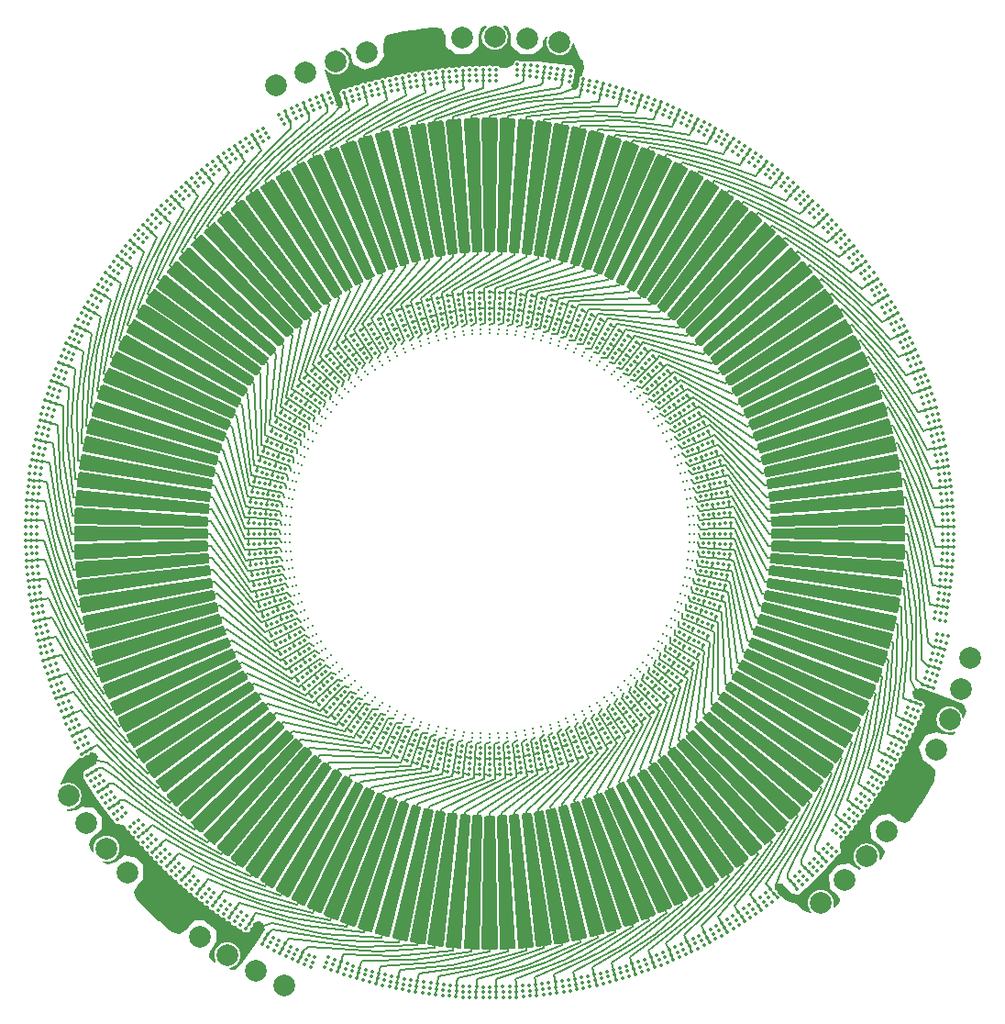
<source format=gbr>
%TF.GenerationSoftware,KiCad,Pcbnew,9.0.4*%
%TF.CreationDate,2025-09-29T12:29:07-05:00*%
%TF.ProjectId,Radial_Winding_Stator,52616469-616c-45f5-9769-6e64696e675f,rev?*%
%TF.SameCoordinates,Original*%
%TF.FileFunction,Copper,L4,Inr*%
%TF.FilePolarity,Positive*%
%FSLAX46Y46*%
G04 Gerber Fmt 4.6, Leading zero omitted, Abs format (unit mm)*
G04 Created by KiCad (PCBNEW 9.0.4) date 2025-09-29 12:29:07*
%MOMM*%
%LPD*%
G01*
G04 APERTURE LIST*
%TA.AperFunction,ComponentPad*%
%ADD10C,2.000000*%
%TD*%
%TA.AperFunction,ViaPad*%
%ADD11C,0.350000*%
%TD*%
%TA.AperFunction,ViaPad*%
%ADD12C,0.250000*%
%TD*%
%TA.AperFunction,Conductor*%
%ADD13C,0.160000*%
%TD*%
G04 APERTURE END LIST*
D10*
%TO.N,/coil_a0*%
%TO.C,HAp0*%
X113252064Y-50674560D03*
%TD*%
%TO.N,/coil_c1*%
%TO.C,HCn1*%
X111376032Y-132363230D03*
%TD*%
%TO.N,/coil_c1*%
%TO.C,HC01*%
X99585951Y-123306336D03*
%TD*%
%TO.N,/coil_a0*%
%TO.C,HAn0*%
X133478879Y-46171618D03*
%TD*%
%TO.N,/coil_c1*%
%TO.C,HCp1*%
X95764736Y-118695585D03*
%TD*%
%TO.N,/coil_b2*%
%TO.C,HBn2*%
X175465021Y-109149311D03*
%TD*%
%TO.N,/coil_c0*%
%TO.C,HCp0*%
X97624178Y-121053964D03*
%TD*%
%TO.N,/coil_a2*%
%TO.C,HAn2*%
X139452159Y-46640673D03*
%TD*%
%TO.N,/coil_a1*%
%TO.C,HA01*%
X130466398Y-46248481D03*
%TD*%
%TO.N,/coil_b1*%
%TO.C,HB12*%
X174255102Y-111901281D03*
%TD*%
%TO.N,/coil_b1*%
%TO.C,HBn1*%
X176501661Y-106335809D03*
%TD*%
%TO.N,/coil_b0*%
%TO.C,HBp0*%
X167796853Y-121786792D03*
%TD*%
%TO.N,/coil_b1*%
%TO.C,HBp1*%
X165767942Y-123985537D03*
%TD*%
%TO.N,/coil_a1*%
%TO.C,HAp1*%
X115994304Y-49466207D03*
%TD*%
%TO.N,/coil_c2*%
%TO.C,HCp2*%
X94100000Y-116200000D03*
%TD*%
%TO.N,/coil_c0*%
%TO.C,HCn0*%
X114074655Y-133694494D03*
%TD*%
%TO.N,/coil_a2*%
%TO.C,HAp2*%
X118809824Y-48436639D03*
%TD*%
%TO.N,/coil_b2*%
%TO.C,HBp2*%
X163576732Y-126072329D03*
%TD*%
%TO.N,/coil_b1*%
%TO.C,HB01*%
X169683459Y-119464891D03*
%TD*%
%TO.N,/coil_b0*%
%TO.C,HBn0*%
X177357024Y-103471903D03*
%TD*%
%TO.N,/coil_a1*%
%TO.C,HAn1*%
X136475486Y-46314879D03*
%TD*%
%TO.N,/coil_c1*%
%TO.C,HC12*%
X106266112Y-129243806D03*
%TD*%
%TO.N,/coil_c2*%
%TO.C,HCn2*%
X108778239Y-130888158D03*
%TD*%
%TO.N,/coil_a1*%
%TO.C,HA12*%
X121680161Y-47579070D03*
%TD*%
D11*
%TO.N,/coil_a0*%
X129354622Y-133666860D03*
X166976167Y-118070830D03*
X152774856Y-129987145D03*
X111908773Y-89223256D03*
X150887749Y-130360402D03*
X154252978Y-92927956D03*
X152653911Y-83859118D03*
X106114752Y-124040591D03*
X140417302Y-49780061D03*
X159885248Y-59959409D03*
D12*
X150062369Y-84932565D03*
D11*
X131175575Y-133786212D03*
X91531806Y-86540609D03*
X149006125Y-130642204D03*
X116765617Y-52935406D03*
X136433551Y-72527530D03*
D12*
X135410606Y-73689837D03*
D11*
X123869931Y-74461237D03*
X154091227Y-94776744D03*
X140566723Y-110267761D03*
X97724292Y-69526895D03*
X173243296Y-77352638D03*
X170907249Y-74323560D03*
X150538763Y-82869931D03*
D12*
X118348237Y-80757272D03*
D11*
X91317006Y-84650164D03*
X124643651Y-74079682D03*
D12*
X129793010Y-110187586D03*
D11*
X93226550Y-106476352D03*
D12*
X149737852Y-84195041D03*
D11*
X110258246Y-127697404D03*
X174682994Y-99349836D03*
X152280104Y-83009574D03*
X152543981Y-129543639D03*
X116323747Y-81376020D03*
D12*
X147147417Y-103871128D03*
D11*
X124859118Y-72346089D03*
X127410083Y-134459638D03*
D12*
X116618526Y-100527625D03*
D11*
X90835042Y-88311044D03*
X94357795Y-108006125D03*
X94639598Y-109887749D03*
X95899866Y-111313107D03*
X118124380Y-51334315D03*
D12*
X150354407Y-85683541D03*
D11*
X93696397Y-106305342D03*
X129305912Y-112950033D03*
X114883993Y-53217209D03*
X90336945Y-88267466D03*
X152754049Y-92862509D03*
X169119100Y-115010404D03*
X152603706Y-94580906D03*
X116382933Y-52011527D03*
D12*
X114602115Y-90390366D03*
D11*
X143623980Y-75323747D03*
X107233551Y-125579490D03*
D12*
X148575877Y-101922960D03*
D11*
X111747022Y-91072044D03*
X170543639Y-72456019D03*
X142822855Y-110869597D03*
X109989596Y-128119100D03*
X91213788Y-90175575D03*
X90540362Y-86410083D03*
X132137491Y-111754049D03*
X114419570Y-98762692D03*
X96880900Y-68989596D03*
X150425989Y-104201847D03*
X149296217Y-105674190D03*
X100193365Y-64471964D03*
X125724157Y-72009695D03*
D12*
X114549415Y-91194403D03*
X142922960Y-76424123D03*
D11*
X145036983Y-76313146D03*
D12*
X141527625Y-108381474D03*
D11*
X157563996Y-56918977D03*
X138592120Y-49499139D03*
X99023833Y-65929170D03*
D12*
X151310163Y-94410606D03*
X125195041Y-75262148D03*
D11*
X127540609Y-133468194D03*
D12*
X144242728Y-77348237D03*
D11*
X140330478Y-50272465D03*
X168081023Y-116563996D03*
X120290222Y-107146878D03*
X144341276Y-75803030D03*
X133862508Y-72245951D03*
X95456361Y-111543981D03*
X108722792Y-126671447D03*
X174190590Y-99263012D03*
X123177145Y-73130403D03*
X118466400Y-52274008D03*
X131276652Y-111697625D03*
X116803030Y-80658724D03*
X131145885Y-113192273D03*
X140504126Y-49287658D03*
X135580906Y-72396294D03*
X90214740Y-90131955D03*
X113302375Y-90276652D03*
X150920318Y-83643651D03*
X150941641Y-103430123D03*
X114130403Y-101822855D03*
D12*
X124472375Y-75618526D03*
D11*
X140275843Y-111990305D03*
X175285736Y-93846235D03*
X174963916Y-97524654D03*
X172303603Y-77694658D03*
X116574275Y-52473467D03*
D12*
X133805597Y-73549415D03*
D11*
X125650164Y-133682994D03*
D12*
X121757272Y-106651763D03*
D11*
X165040591Y-118885248D03*
X139762692Y-110580430D03*
X148146878Y-104709778D03*
D12*
X136206990Y-73812414D03*
D11*
X131131955Y-134785260D03*
X117853122Y-79290222D03*
X174666860Y-95645378D03*
X122376020Y-108676253D03*
X146674190Y-75703783D03*
X113346089Y-100140882D03*
X151580430Y-85237308D03*
D12*
X123077040Y-107575877D03*
X147651763Y-103242728D03*
D11*
X175175397Y-99436660D03*
X152697625Y-93723348D03*
D12*
X151187586Y-95206990D03*
X139316459Y-109354407D03*
D11*
X145950345Y-75122834D03*
X91036084Y-86475346D03*
D12*
X151397885Y-93609634D03*
D11*
X165423613Y-119206642D03*
X91809410Y-84736988D03*
D12*
X140067435Y-109062369D03*
X130589394Y-110310163D03*
X149381474Y-83472375D03*
D11*
X160528036Y-59193365D03*
X145709778Y-76853122D03*
X132072044Y-113252978D03*
X105471964Y-124806635D03*
X174786212Y-93824425D03*
X115461237Y-101130069D03*
X174468197Y-97459391D03*
X148686854Y-104036983D03*
D12*
X117871781Y-81407074D03*
D11*
X113527530Y-88566449D03*
X114672683Y-52764055D03*
X98738129Y-68009580D03*
D12*
X117424123Y-82077040D03*
D11*
X135776744Y-70908773D03*
D12*
X115937631Y-99067435D03*
X116262148Y-99804959D03*
D11*
X109009580Y-126261871D03*
X151267761Y-84433277D03*
X115058359Y-80569877D03*
X110526895Y-127275708D03*
X105793358Y-124423613D03*
X125563340Y-134175397D03*
X131153765Y-134285736D03*
X133927956Y-70747022D03*
X153950033Y-95694088D03*
X100576387Y-64793358D03*
X113719896Y-100990426D03*
X93895856Y-108197467D03*
X115574011Y-79798153D03*
X159070830Y-58023833D03*
X175164958Y-95688956D03*
X136756422Y-49298097D03*
X94186444Y-110099059D03*
D12*
X115645593Y-98316459D03*
X114812414Y-88793010D03*
D11*
X175785260Y-93868045D03*
X141990426Y-111280104D03*
X138526857Y-49994861D03*
X125736988Y-133190589D03*
X138657383Y-49003417D03*
D12*
X132194403Y-110450585D03*
D11*
X168275708Y-114473105D03*
D12*
X131390366Y-110397885D03*
D11*
X115079682Y-100356349D03*
X155473105Y-56724292D03*
X160206642Y-59576387D03*
X92756704Y-106647362D03*
X115095302Y-53670362D03*
X147305342Y-131303603D03*
D12*
X118852583Y-80128872D03*
D11*
X170987145Y-72225144D03*
D12*
X151450585Y-92805597D03*
D11*
X130419094Y-111603706D03*
X117313146Y-79963017D03*
X90714264Y-90153765D03*
X156010404Y-55880900D03*
D12*
X121128872Y-106147417D03*
D11*
X172104144Y-75802533D03*
X106929170Y-125976167D03*
X157277208Y-57328553D03*
X112049967Y-88305912D03*
X129267466Y-134663055D03*
X149676253Y-102623980D03*
X168697404Y-114741754D03*
X145201847Y-74574011D03*
X158766449Y-58420510D03*
D12*
X122407074Y-107128219D03*
X114689837Y-89589394D03*
D11*
X175663055Y-95732534D03*
X97302596Y-69258246D03*
X154192273Y-93854115D03*
D12*
X143592926Y-76871781D03*
X148128219Y-102592926D03*
D11*
X116703783Y-78325810D03*
X167261871Y-115990420D03*
X113009695Y-99275843D03*
X141356349Y-109920318D03*
X171360402Y-74112251D03*
X134723348Y-72302375D03*
X129566449Y-111472470D03*
X141140882Y-111653911D03*
X130223255Y-113091227D03*
X126237308Y-73419570D03*
X151869597Y-82177145D03*
X113396294Y-89419094D03*
D12*
X144871128Y-77852583D03*
D11*
X147476352Y-131773450D03*
X166182813Y-117462068D03*
X149196970Y-103341276D03*
X114732239Y-99566723D03*
D12*
X126683541Y-74645593D03*
D11*
X150676440Y-129907249D03*
X120963017Y-107686854D03*
X100959409Y-65114751D03*
X175459638Y-97589917D03*
D12*
X134609634Y-73602115D03*
D11*
X136694088Y-71049967D03*
X165806635Y-119528036D03*
X149877166Y-104950345D03*
X95092751Y-109676440D03*
X167671447Y-116277208D03*
X152472470Y-95433551D03*
X111807727Y-90145885D03*
X113245951Y-91137491D03*
X120798153Y-109425989D03*
X166579490Y-117766449D03*
X152990305Y-84724157D03*
X118295390Y-51804161D03*
X97918977Y-67436004D03*
X152313107Y-129100134D03*
X171642205Y-75993875D03*
X172773450Y-77523648D03*
X90824603Y-84563340D03*
D12*
X140804959Y-108737852D03*
D11*
X151099059Y-130813556D03*
X98328553Y-67722792D03*
X99420510Y-66233551D03*
X108436004Y-127081023D03*
X142130069Y-109538763D03*
X156990420Y-57738129D03*
X134854115Y-70807727D03*
X121569877Y-109941641D03*
X136712844Y-49796195D03*
X121658724Y-108196970D03*
X127475346Y-133963916D03*
X172566084Y-75611191D03*
X171813556Y-73900941D03*
X149388809Y-131566083D03*
X129311044Y-134164958D03*
X93433916Y-108388809D03*
X155741754Y-56302596D03*
X116122834Y-79049655D03*
X125433277Y-73732239D03*
X136800000Y-48800000D03*
X107537932Y-125182813D03*
X147647362Y-132243296D03*
X119325810Y-108296217D03*
X158462068Y-58817187D03*
X124009574Y-72719896D03*
D12*
X125932565Y-74937631D03*
D11*
X170100134Y-72686893D03*
X99817187Y-66537932D03*
X91333140Y-88354622D03*
X120049655Y-108877166D03*
X149197467Y-131104143D03*
X95012855Y-111774856D03*
X144430123Y-74058359D03*
%TO.N,/coil_b0*%
X139396953Y-112288646D03*
X113527520Y-95433494D03*
X146358378Y-77421931D03*
X101793984Y-120595045D03*
X164232632Y-120651465D03*
X122045220Y-51116203D03*
X123838972Y-133322724D03*
X92632956Y-79272320D03*
D12*
X115645612Y-85683490D03*
X136997216Y-110030401D03*
D11*
X152990283Y-99275901D03*
X151580410Y-98762747D03*
X120272320Y-51632956D03*
D12*
X139316510Y-74645612D03*
D11*
X163837377Y-63742750D03*
X151857730Y-86054211D03*
X165423613Y-64793358D03*
D12*
X115161130Y-87220061D03*
D11*
X104404955Y-123206016D03*
X126602988Y-112288627D03*
D12*
X129002731Y-110030389D03*
D11*
X104067160Y-60425345D03*
X162929016Y-62070984D03*
X104742750Y-61162623D03*
X140436660Y-134175397D03*
X93109815Y-79422673D03*
X139397012Y-71711373D03*
D12*
X121128914Y-77852548D03*
D11*
X147305342Y-52696397D03*
D12*
X137779886Y-109838884D03*
D11*
X138505886Y-112548367D03*
X112231041Y-87395601D03*
X125736988Y-50809410D03*
X136694026Y-112950044D03*
D12*
X115386607Y-86446490D03*
X138553458Y-109613409D03*
D11*
X149296257Y-78325857D03*
X148042465Y-76957579D03*
X129566506Y-72527520D03*
X117957535Y-107042421D03*
D12*
X146058983Y-78941055D03*
D11*
X113900867Y-97117567D03*
X173384712Y-104774470D03*
X102717430Y-61717430D03*
X120422673Y-131890185D03*
X105793358Y-59576387D03*
X161990300Y-123600231D03*
X174810873Y-82730753D03*
X137604399Y-71231041D03*
X137279661Y-72695833D03*
D12*
X151030389Y-95997269D03*
D11*
X103424537Y-121575463D03*
X147372007Y-76315753D03*
X120272320Y-132367044D03*
X118352638Y-132243295D03*
X148146915Y-79290267D03*
X113695833Y-87720339D03*
X128395661Y-71231027D03*
D12*
X136997269Y-73969611D03*
D11*
X162328095Y-123968870D03*
X114142270Y-97945789D03*
X145727680Y-51632956D03*
X112451633Y-97505886D03*
X103070984Y-62070984D03*
X161652505Y-123231592D03*
X106114752Y-59959409D03*
X113695820Y-96279604D03*
X120121967Y-51156098D03*
X173843902Y-79121967D03*
X164574655Y-63067160D03*
X118421931Y-78641622D03*
X138505946Y-71451649D03*
X118627993Y-107684247D03*
X174329104Y-101249951D03*
D12*
X120523069Y-105616141D03*
D11*
X172890185Y-79422673D03*
X153288646Y-85603047D03*
X138117567Y-111099133D03*
X145577327Y-52109815D03*
X118628039Y-76315711D03*
X145878033Y-132843902D03*
X173861571Y-104924823D03*
D12*
X146616141Y-104476931D03*
D11*
X142269247Y-50189127D03*
X148684247Y-106372007D03*
X118421892Y-105358336D03*
D12*
X127446490Y-109613393D03*
D11*
X101425345Y-120932840D03*
X92165423Y-101052808D03*
D12*
X120523109Y-78383823D03*
D11*
X126603047Y-71711354D03*
X116703743Y-105674143D03*
X92599166Y-102825371D03*
X161595045Y-60793984D03*
X100959409Y-118885248D03*
D12*
X129793063Y-73812404D03*
D11*
X153288627Y-98397012D03*
X91677275Y-101161028D03*
X138945789Y-110857730D03*
X104404955Y-60793984D03*
X147578108Y-78641664D03*
X174817252Y-101358171D03*
X117315711Y-106371961D03*
X91189127Y-101269247D03*
X120290267Y-76853085D03*
X100576387Y-119206642D03*
X113009717Y-84724099D03*
D12*
X147147452Y-80128914D03*
D11*
X126237253Y-110580410D03*
X127882377Y-111099118D03*
X173367044Y-79272320D03*
X174682994Y-84650164D03*
X105471964Y-59193365D03*
X123730753Y-50189127D03*
X142052808Y-51165423D03*
X152099133Y-86882433D03*
X151857712Y-97945844D03*
X142269247Y-133810872D03*
X146981551Y-78018490D03*
D12*
X114969611Y-88002731D03*
D11*
X112049956Y-95694026D03*
X144084190Y-50633240D03*
X163324271Y-122323231D03*
X153548351Y-97505946D03*
X144084190Y-133366760D03*
X153768959Y-96604399D03*
X118523648Y-131773450D03*
X163282570Y-61717430D03*
D12*
X128220114Y-74161116D03*
D11*
X165040591Y-65114751D03*
X104742750Y-122837377D03*
X152304180Y-87720396D03*
X104067160Y-123574655D03*
X161257250Y-61162623D03*
X91189127Y-82730753D03*
X146981510Y-105981551D03*
D12*
X128220060Y-109838870D03*
D11*
X163677825Y-122676785D03*
X174366760Y-80915810D03*
X121915810Y-50633240D03*
X91809410Y-99263012D03*
X173400834Y-81174629D03*
X174378324Y-103151923D03*
X139762747Y-73419590D03*
X173883797Y-81045220D03*
X123838972Y-50677275D03*
X145727680Y-132367044D03*
X165806635Y-64471964D03*
D12*
X151187596Y-88793064D03*
D11*
X92116203Y-81045220D03*
X91633240Y-80915810D03*
D12*
X138553510Y-74386607D03*
D11*
X164601271Y-120989260D03*
D12*
X129002783Y-73969599D03*
D11*
X125650164Y-50317006D03*
X142161028Y-133322724D03*
X125563340Y-49824603D03*
D12*
X150838870Y-96779939D03*
D11*
X146358336Y-106578108D03*
X101793984Y-63404955D03*
X138945844Y-73142288D03*
X93226550Y-77523648D03*
X103070984Y-121929016D03*
X153548367Y-86494114D03*
X140275901Y-72009717D03*
X143825371Y-51599166D03*
X122174629Y-132400834D03*
X175175397Y-84563340D03*
D12*
X145476931Y-78383859D03*
D11*
X127494114Y-71451633D03*
X92156098Y-79121967D03*
X140263012Y-133190589D03*
X92156098Y-104878033D03*
X119641622Y-106578069D03*
D12*
X150354388Y-98316510D03*
D11*
X127054156Y-110857712D03*
X92599166Y-81174629D03*
X91317006Y-99349836D03*
X152099118Y-97117623D03*
X145878033Y-51156098D03*
X112451649Y-86494054D03*
D12*
X119383823Y-104476891D03*
D11*
X93109815Y-104577327D03*
X127882433Y-72900867D03*
X137604338Y-112768973D03*
X128720396Y-72695820D03*
X114142288Y-86054156D03*
D12*
X150838884Y-87220114D03*
D11*
X142052808Y-132834577D03*
X120121967Y-132843902D03*
X143954780Y-51116203D03*
X143954780Y-132883796D03*
X147578069Y-105358378D03*
X123947192Y-132834577D03*
D12*
X118852548Y-103871086D03*
D11*
X140349836Y-133682994D03*
X119641664Y-77421892D03*
D12*
X150613409Y-86446542D03*
D11*
X147371961Y-107684289D03*
X142161028Y-50677275D03*
X92165423Y-82947192D03*
X91677275Y-82838972D03*
D12*
X114969599Y-95997216D03*
D11*
X137279604Y-111304180D03*
D12*
X119383859Y-79523069D03*
D11*
X152472480Y-88566506D03*
D12*
X127446542Y-74386591D03*
D11*
X122045220Y-132883796D03*
X162575463Y-62424537D03*
X161932840Y-60425345D03*
X174190590Y-84736988D03*
X114419590Y-85237253D03*
X102162623Y-120257250D03*
D12*
X115386591Y-97553458D03*
D11*
X102717430Y-122282570D03*
D12*
X146058945Y-105058983D03*
D11*
X153768973Y-87395662D03*
X143825371Y-132400834D03*
X101425345Y-63067160D03*
D12*
X136206936Y-110187596D03*
D11*
X164969910Y-121327055D03*
D12*
X145476891Y-105616177D03*
D11*
X121915810Y-133366760D03*
X92756704Y-77352638D03*
D12*
X146616177Y-79523109D03*
D11*
X117315753Y-77627993D03*
X100193365Y-119528036D03*
X147476352Y-52226550D03*
X122174629Y-51599166D03*
X92116203Y-102954780D03*
X164206016Y-63404955D03*
X148684289Y-77628039D03*
X127494054Y-112548351D03*
X129305973Y-71049956D03*
D12*
X151030401Y-88002784D03*
D11*
X174322725Y-82838972D03*
X102162623Y-63742750D03*
D12*
X119941055Y-78941017D03*
D11*
X162970718Y-121969678D03*
X112711373Y-85602988D03*
X145577327Y-131890185D03*
D12*
X114812404Y-95206936D03*
D11*
X119018449Y-105981510D03*
X91633240Y-103084190D03*
X119325857Y-75703743D03*
X174338429Y-105075176D03*
X147647362Y-51756704D03*
D12*
X150613393Y-97553510D03*
D11*
X175305400Y-101466390D03*
D12*
X115161116Y-96779886D03*
D11*
X125724099Y-111990283D03*
X118694658Y-131303603D03*
X93696397Y-77694658D03*
X128720339Y-111304167D03*
D12*
X119941017Y-105058945D03*
D11*
X174861287Y-103281333D03*
X120422673Y-52109815D03*
X112711354Y-98396953D03*
X146674143Y-108296257D03*
X173895361Y-103022514D03*
X92632956Y-104727680D03*
X123730753Y-133810872D03*
X90824603Y-99436660D03*
X127054211Y-73142270D03*
X117957579Y-76957535D03*
X138117623Y-72900882D03*
X152304167Y-96279661D03*
X123947192Y-51165423D03*
X145709733Y-107146915D03*
D12*
X144871086Y-106147452D03*
D11*
X136433494Y-111472480D03*
X119018490Y-78018449D03*
X112231027Y-96604338D03*
D12*
X126683490Y-109354388D03*
D11*
X153950044Y-88305974D03*
D12*
X137779939Y-74161130D03*
D11*
X113900882Y-86882377D03*
X117853085Y-104709733D03*
X148042421Y-107042465D03*
X128395601Y-112768959D03*
X173834577Y-82947192D03*
X103424537Y-62424537D03*
D12*
%TO.N,/coil_c0*%
X151397890Y-90390420D03*
D11*
X114130432Y-82177089D03*
X110526895Y-56724292D03*
X141140940Y-72346113D03*
X150426025Y-79798204D03*
X99028762Y-118090370D03*
X129267466Y-49336945D03*
D12*
X151310170Y-89589448D03*
D11*
X134723290Y-111697630D03*
X152772870Y-92000029D03*
X140566776Y-73732262D03*
X138589917Y-134459638D03*
D12*
X125194992Y-108737829D03*
D11*
X116323715Y-102623931D03*
X174468194Y-86540609D03*
D12*
X151450588Y-91194457D03*
D11*
X171813556Y-110099059D03*
X150887749Y-53639598D03*
X131175575Y-50213788D03*
X142886410Y-109123822D03*
D12*
X117424094Y-101922914D03*
X134609580Y-110397890D03*
D11*
X120798204Y-74573975D03*
X115058326Y-103430070D03*
X141356402Y-74079707D03*
X150920293Y-100356402D03*
X133000000Y-133826021D03*
X142130121Y-74461264D03*
X136688956Y-134164958D03*
D12*
X133000027Y-73531836D03*
D11*
X169222397Y-112913010D03*
X170088422Y-70586990D03*
X151869568Y-101822911D03*
X109009580Y-57738129D03*
D12*
X142234059Y-107993913D03*
D11*
X174666860Y-88354622D03*
X120963063Y-76313110D03*
X127410083Y-49540362D03*
X168697404Y-69258246D03*
X113719922Y-83009518D03*
X115461264Y-82869879D03*
X113302370Y-93723290D03*
X113396286Y-94580849D03*
X133000029Y-72227130D03*
X116802997Y-103341228D03*
X123113540Y-109123793D03*
X136645378Y-133666860D03*
X124859060Y-111653887D03*
X111586990Y-54911578D03*
X153913010Y-55777603D03*
X116664428Y-131557405D03*
X98346381Y-116314341D03*
X131153765Y-49714264D03*
X111836990Y-55344591D03*
X149877204Y-79049705D03*
X120049705Y-75122796D03*
X152543981Y-54456361D03*
D12*
X143592882Y-107128250D03*
D11*
X116855770Y-131095466D03*
X145950295Y-108877204D03*
X175785260Y-90131955D03*
X136732534Y-134663055D03*
X133000000Y-49173979D03*
X166976167Y-65929170D03*
X175285736Y-90153765D03*
D12*
X140067486Y-74937652D03*
X130589448Y-73689830D03*
X122407118Y-76871750D03*
X115937652Y-84932514D03*
D11*
X134868045Y-134785260D03*
X152280078Y-100990482D03*
X129354622Y-50333140D03*
X149006125Y-53357795D03*
X113317914Y-129996901D03*
X111807722Y-93854053D03*
X113087039Y-130440407D03*
X131145947Y-70807722D03*
D12*
X125932514Y-109062348D03*
D11*
X115876207Y-82113540D03*
X96910848Y-115065675D03*
X96344591Y-70836990D03*
X95092751Y-74323560D03*
X114576861Y-81363360D03*
D12*
X140805008Y-75262171D03*
D11*
X159070830Y-125976167D03*
X95899866Y-72686893D03*
X124643598Y-109920293D03*
X138524654Y-133963916D03*
X133000031Y-70726773D03*
X122363414Y-73576830D03*
X91036084Y-97524654D03*
X144341228Y-108197003D03*
D12*
X148128250Y-81407118D03*
D11*
X114762836Y-131266818D03*
D12*
X117006087Y-101234059D03*
D11*
X149676285Y-81376069D03*
D12*
X133805543Y-110450588D03*
D11*
X113227130Y-91999971D03*
X153913010Y-128222397D03*
X97527229Y-116887917D03*
X154252981Y-91072106D03*
X168275708Y-69526895D03*
X175826021Y-92000000D03*
D12*
X124472327Y-108381449D03*
D11*
X112086990Y-55777603D03*
X170987145Y-111774856D03*
X170543639Y-111543981D03*
X170907249Y-109676440D03*
X130223318Y-70908765D03*
D12*
X141538602Y-75633134D03*
D11*
X143623931Y-108676285D03*
D12*
X116262171Y-84194992D03*
X117871750Y-102592882D03*
D11*
X107537932Y-58817187D03*
X144430070Y-109941674D03*
X133927894Y-113252981D03*
X107233551Y-58420510D03*
X154413010Y-54911578D03*
X152603714Y-89419151D03*
X134854053Y-113192278D03*
D12*
X142234106Y-76006114D03*
D11*
X91173979Y-92000000D03*
X114974146Y-130813664D03*
X150123822Y-82113590D03*
X169655409Y-113163010D03*
X151099059Y-53186444D03*
X123869879Y-109538736D03*
X154163010Y-55344591D03*
X130419151Y-72396286D03*
X150676440Y-54092751D03*
X167261871Y-68009580D03*
X132999970Y-111772870D03*
X121658772Y-75802997D03*
X90173979Y-92000000D03*
X90835042Y-95688956D03*
X175663055Y-88267466D03*
X125433224Y-110267738D03*
X93433916Y-75611191D03*
X127475346Y-50036084D03*
X97332544Y-114797026D03*
X123177089Y-110869568D03*
X172104144Y-108197467D03*
X151423139Y-102636640D03*
X170088422Y-113413010D03*
X116473086Y-132019345D03*
D12*
X151468164Y-92000027D03*
X144242684Y-106651796D03*
D11*
X111747019Y-92927894D03*
X116122796Y-104950295D03*
X154192278Y-90145947D03*
X149197003Y-80658772D03*
D12*
X149381449Y-100527673D03*
X114689830Y-94410552D03*
X149737829Y-99805008D03*
D11*
X115573975Y-104201796D03*
X145036937Y-107686890D03*
X131131955Y-49214740D03*
X133000000Y-134326021D03*
D12*
X121757316Y-77348204D03*
D11*
X171642205Y-108006125D03*
D12*
X150062348Y-99067486D03*
D11*
X90673979Y-92000000D03*
X90714264Y-93846235D03*
X127540609Y-50531806D03*
D12*
X123742476Y-107959621D03*
D11*
X154413010Y-129088422D03*
X135580849Y-111603714D03*
X114732262Y-84433224D03*
X149388809Y-52433916D03*
D12*
X148575906Y-82077086D03*
D11*
X122376069Y-75323715D03*
D12*
X114549412Y-92805543D03*
D11*
X131276710Y-72302370D03*
X169119100Y-68989596D03*
X115079707Y-83643598D03*
D12*
X148993886Y-101234106D03*
D11*
X143636586Y-110423170D03*
X113346113Y-83859060D03*
X108722792Y-57328553D03*
X95911578Y-70586990D03*
X151423170Y-81363414D03*
X96489152Y-115334325D03*
X150941674Y-80569930D03*
X152653887Y-100140940D03*
X113548788Y-129553396D03*
X157563996Y-127081023D03*
X152313107Y-54899866D03*
X166182813Y-66537932D03*
D12*
X114531836Y-91999973D03*
D11*
X175164958Y-88311044D03*
D12*
X131390420Y-73602110D03*
D11*
X132072105Y-70747019D03*
X167671447Y-67722792D03*
X134846235Y-134285736D03*
D12*
X147651796Y-80757316D03*
D11*
X154091235Y-89223318D03*
X175459638Y-86410083D03*
D12*
X148993913Y-82765941D03*
D11*
X152774856Y-54012855D03*
D12*
X132999973Y-110468164D03*
D11*
X141990482Y-72719922D03*
X152754051Y-91137549D03*
D12*
X116618551Y-83472327D03*
D11*
X106929170Y-58023833D03*
X157277208Y-126671447D03*
X145201796Y-109426025D03*
X94186444Y-73900941D03*
X142822911Y-73130432D03*
X94639598Y-74112251D03*
X134824425Y-133786212D03*
X96777603Y-71086990D03*
X109989596Y-55880900D03*
X93895856Y-75802533D03*
X155741754Y-127697404D03*
X174963916Y-86475346D03*
X117313110Y-104036937D03*
X156010404Y-128119100D03*
X115876178Y-101886410D03*
X98632085Y-118394751D03*
X158766449Y-125579490D03*
X175326021Y-92000000D03*
X174826021Y-92000000D03*
D12*
X123077086Y-76424094D03*
D11*
X129311044Y-49835042D03*
X124009518Y-111280078D03*
X151267738Y-99566776D03*
X133000000Y-50173979D03*
X99425439Y-117785989D03*
X143636640Y-73576861D03*
X97936805Y-116601129D03*
X154273227Y-92000031D03*
X149197467Y-52895856D03*
X150123793Y-101886460D03*
D12*
X142922914Y-107575906D03*
D11*
X142886460Y-74876207D03*
D12*
X114602110Y-93609580D03*
D11*
X95012855Y-72225144D03*
X133000000Y-134826021D03*
X111908765Y-94776682D03*
X168081023Y-67436004D03*
X90214740Y-93868045D03*
X91531806Y-97459391D03*
X121569930Y-74058326D03*
X115185455Y-130360511D03*
X170100134Y-111313107D03*
X123113590Y-74876178D03*
X152697630Y-90276710D03*
X91213788Y-93824425D03*
X133862451Y-111754051D03*
X171360402Y-109887749D03*
D12*
X135410552Y-110310170D03*
D11*
X132137549Y-72245949D03*
X111726773Y-91999969D03*
X90336945Y-95732534D03*
X154163010Y-128655408D03*
D12*
X132194457Y-73549412D03*
D11*
X113245949Y-92862451D03*
X132999969Y-113273227D03*
X155473105Y-127275708D03*
X148686890Y-79963063D03*
X150538736Y-101130121D03*
X169655409Y-70836990D03*
X166579490Y-66233551D03*
X95456361Y-72456019D03*
X169222397Y-71086990D03*
X108436004Y-56918977D03*
X91333140Y-95645378D03*
X122363360Y-110423139D03*
X133000000Y-49673979D03*
X114576830Y-102636586D03*
X172566084Y-108388809D03*
D12*
X123765941Y-76006087D03*
D11*
X135776682Y-113091235D03*
X110258246Y-56302596D03*
X138459391Y-133468194D03*
D12*
X118348204Y-103242684D03*
D11*
X156990420Y-126261871D03*
X94357795Y-75993875D03*
D12*
X117006114Y-82765894D03*
D11*
X158462068Y-125182813D03*
X90540362Y-97589917D03*
X174786212Y-90175575D03*
%TO.N,/coil_a1*%
X114110016Y-53031222D03*
X147875523Y-131091566D03*
X107724541Y-125950833D03*
X115937126Y-77682629D03*
X129960993Y-133715657D03*
X93676286Y-108962594D03*
X136106473Y-49747397D03*
X99796325Y-64951893D03*
X120353884Y-108480833D03*
X175308302Y-93231046D03*
D12*
X144729967Y-76713122D03*
D11*
X108023121Y-125549772D03*
X148053348Y-131558875D03*
X159416528Y-59571637D03*
X168598983Y-113957780D03*
X144161594Y-74479700D03*
D12*
X135515011Y-72896191D03*
X151975923Y-95345913D03*
D11*
X125894960Y-72479229D03*
D12*
X130484989Y-111103809D03*
D11*
X145646116Y-75519167D03*
X151785690Y-103967732D03*
X174292050Y-98663202D03*
X124476072Y-71421579D03*
X129132230Y-113935568D03*
X121084805Y-109016762D03*
D12*
X129654087Y-110975923D03*
X152103809Y-94515011D03*
X120614393Y-106760675D03*
X114024077Y-88654087D03*
D11*
X175214336Y-95075336D03*
X91456606Y-87144274D03*
X106267683Y-124816019D03*
X129888335Y-134713015D03*
X100571637Y-65583472D03*
X166950833Y-117275459D03*
X175713015Y-95111665D03*
X90959987Y-87086227D03*
X115983238Y-80084805D03*
X95304312Y-112325334D03*
X110779732Y-128024541D03*
X123586567Y-71812973D03*
X114545771Y-53931288D03*
X123407772Y-73573626D03*
X145775762Y-73754215D03*
X151443849Y-130096355D03*
X165816019Y-118732317D03*
X174715658Y-95039007D03*
X122714981Y-72242795D03*
X159732317Y-59183981D03*
X134810481Y-71305454D03*
X111064432Y-88132230D03*
X91214335Y-85257144D03*
X112404122Y-89288559D03*
X91707950Y-85336798D03*
X170255587Y-71911966D03*
X112305454Y-90189519D03*
X128028180Y-134536633D03*
X165428363Y-118416528D03*
D12*
X121270033Y-107286878D03*
D11*
X136867770Y-70064432D03*
X94594502Y-108566515D03*
D12*
X115198111Y-99373841D03*
X113749690Y-91159566D03*
D11*
X155189194Y-93941241D03*
X129924664Y-134214336D03*
X115479700Y-80838406D03*
X96184514Y-111850734D03*
D12*
X139590316Y-110106588D03*
D11*
X153578421Y-83476072D03*
X166203675Y-119048106D03*
D12*
X115908525Y-100897318D03*
D11*
X113807726Y-99949762D03*
D12*
X151106588Y-85409684D03*
X141897318Y-109091475D03*
D11*
X92973815Y-107231174D03*
D12*
X116748959Y-81647008D03*
D11*
X136142802Y-49248719D03*
X158275459Y-58049167D03*
D12*
X114893412Y-98590316D03*
D11*
X172091566Y-77124477D03*
X110517244Y-128450099D03*
X116519167Y-79353884D03*
X126336798Y-133292049D03*
X131783497Y-133808513D03*
X110747249Y-91028485D03*
X150520300Y-103161594D03*
X147317371Y-74937126D03*
X142413433Y-112187027D03*
X153753822Y-92906074D03*
X154957780Y-56401017D03*
X121838406Y-109520300D03*
X90286985Y-88888335D03*
X109229512Y-127021019D03*
X113479229Y-99105040D03*
X173026185Y-76768826D03*
X150062874Y-106317371D03*
X90191910Y-90754412D03*
X126177491Y-134279279D03*
X150016762Y-103915195D03*
X170695688Y-71674666D03*
X132028484Y-114252751D03*
X111042220Y-127598983D03*
X171546389Y-73338274D03*
X146352963Y-76086469D03*
X151661726Y-130546389D03*
X136607240Y-71541996D03*
X106583472Y-124428363D03*
X117540568Y-51551426D03*
X93908434Y-106875523D03*
X175808090Y-93245588D03*
X140105040Y-111520771D03*
X169815486Y-72149266D03*
X128144274Y-133543394D03*
X133906073Y-71246178D03*
D12*
X132159566Y-111250310D03*
D11*
X115328851Y-78440528D03*
D12*
X117216017Y-80948001D03*
X149251041Y-102352992D03*
D11*
X148913531Y-105352963D03*
X97565277Y-67948711D03*
X171864606Y-75235445D03*
X171096356Y-73556151D03*
X144967732Y-73214310D03*
X158574038Y-57648105D03*
D12*
X136345913Y-73024077D03*
D11*
X148231174Y-132026185D03*
X131058759Y-114189194D03*
X113242795Y-102285019D03*
X128086227Y-134040012D03*
X152757205Y-81714981D03*
X125050238Y-72807726D03*
D12*
X140373841Y-109801889D03*
D11*
X141523928Y-112578421D03*
X155083399Y-94907273D03*
D12*
X150801889Y-84626159D03*
D11*
X139889975Y-49183776D03*
X95353677Y-110225971D03*
X156489687Y-57392684D03*
X110810806Y-90058759D03*
X139810322Y-49677390D03*
X149566515Y-130405498D03*
D12*
X125626159Y-74198111D03*
D11*
X157976879Y-58450228D03*
X154935568Y-95867770D03*
X120224238Y-110245785D03*
D12*
X126409684Y-73893412D03*
D11*
X130092727Y-114083399D03*
X112069356Y-99618197D03*
D12*
X134679320Y-72804671D03*
D11*
X108948711Y-127434723D03*
X172323714Y-75037406D03*
D12*
X145385607Y-77239325D03*
D11*
X114327893Y-53481255D03*
X140618197Y-112930644D03*
X149764555Y-130864606D03*
X157051289Y-56565277D03*
X98392684Y-68510313D03*
X118682629Y-109062874D03*
X153458004Y-95607240D03*
X99450228Y-67023121D03*
X100183981Y-65267683D03*
X153694546Y-93810481D03*
X95744413Y-112088034D03*
X134941241Y-69810806D03*
X151245785Y-104775762D03*
X90720721Y-85177491D03*
X175040013Y-96913773D03*
X94453611Y-110661726D03*
X131189519Y-112694546D03*
X129392760Y-112458004D03*
X174808513Y-93216503D03*
X140949762Y-111192274D03*
X112812973Y-101413433D03*
X97978981Y-68229512D03*
X114172757Y-100779351D03*
D12*
X147760675Y-104385607D03*
D11*
X160048106Y-58796325D03*
X135907273Y-69916601D03*
X172558875Y-76946652D03*
X146559472Y-74328851D03*
X112421579Y-100523928D03*
X112246178Y-91093926D03*
X90785664Y-88924664D03*
X167351895Y-117574038D03*
D12*
X152250310Y-92840434D03*
D11*
X130288559Y-112595878D03*
X175536633Y-96971819D03*
X139730668Y-50171005D03*
X166549772Y-116976879D03*
X114754215Y-79224238D03*
X151426374Y-82407772D03*
X169450100Y-114482756D03*
D12*
X144051999Y-76216017D03*
D11*
X126257144Y-133785665D03*
X168434723Y-116051289D03*
D12*
X148783983Y-103051999D03*
D11*
X155220268Y-55975459D03*
X91284342Y-88960993D03*
X155482756Y-55549900D03*
X174543394Y-96855726D03*
X116205227Y-53172113D03*
X109510313Y-126607316D03*
X105951894Y-125203675D03*
X152192274Y-84050238D03*
X174785665Y-98742856D03*
X168021019Y-115770488D03*
X117718394Y-52018736D03*
X135711441Y-71404122D03*
X169024541Y-114220268D03*
D12*
X141143330Y-109463303D03*
X124102682Y-74908525D03*
X152195329Y-93679320D03*
X148286878Y-103729967D03*
D11*
X149962594Y-131323714D03*
X153088034Y-129255586D03*
X117896219Y-52486045D03*
X150671149Y-105559472D03*
X114214310Y-80032268D03*
D12*
X124856670Y-74536697D03*
X121948001Y-107783983D03*
D11*
X153187027Y-82586567D03*
D12*
X133840434Y-72749690D03*
X131320680Y-111195329D03*
D11*
X171405498Y-75433485D03*
D12*
X113896191Y-89484989D03*
D11*
X125381803Y-71069356D03*
X112541996Y-88392760D03*
X152520771Y-84894960D03*
X137981239Y-49423042D03*
X116007187Y-52713005D03*
X124220649Y-73172757D03*
X151225971Y-129646323D03*
D12*
X115536697Y-100143330D03*
D11*
X98648105Y-66425962D03*
D12*
X143352992Y-75748959D03*
X117713122Y-80270033D03*
D11*
X137923192Y-49919661D03*
X117086469Y-78647037D03*
X114573626Y-101592228D03*
D12*
X150091475Y-83102682D03*
D11*
X96549900Y-69517244D03*
X107425962Y-126351895D03*
D12*
X118239325Y-79614393D03*
D11*
X94903644Y-110443849D03*
X155252751Y-92971515D03*
X175279279Y-98822509D03*
D12*
X122647008Y-108251041D03*
D11*
X132093926Y-112753822D03*
X93441125Y-107053348D03*
X153325334Y-129695687D03*
X121032268Y-110785690D03*
X138039285Y-48926422D03*
X136179131Y-48750040D03*
X115809148Y-52253897D03*
X119647037Y-107913531D03*
X156770488Y-56978981D03*
D12*
X150463303Y-83856670D03*
D11*
X133971515Y-69747249D03*
X144915195Y-74983238D03*
X151827243Y-83220649D03*
X153595878Y-94711441D03*
X141779351Y-110827243D03*
X131768954Y-134308302D03*
X170646323Y-73774029D03*
X97401017Y-70042220D03*
X94135394Y-108764555D03*
X96975459Y-69779732D03*
X143285019Y-111757205D03*
X142592228Y-110426374D03*
X99049167Y-66724541D03*
X149480833Y-104646116D03*
X90463367Y-87028181D03*
D12*
X113804671Y-90320680D03*
D11*
X119440528Y-109671149D03*
X131754412Y-134808090D03*
X110916601Y-89092727D03*
X167607316Y-115489687D03*
X153930644Y-84381803D03*
X91191487Y-90783497D03*
X152850734Y-128815486D03*
X90691698Y-90768954D03*
D12*
%TO.N,/coil_b1*%
X136346018Y-110975904D03*
D11*
X124339788Y-133941444D03*
X174571873Y-84044673D03*
D12*
X119375046Y-105625029D03*
D11*
X144411862Y-132239297D03*
D12*
X138794245Y-110376820D03*
D11*
X147034393Y-76684063D03*
X146896421Y-52020038D03*
D12*
X146624954Y-78374971D03*
D11*
X102576719Y-120702885D03*
X92301223Y-101645787D03*
D12*
X137170447Y-73188085D03*
D11*
X173652463Y-78529241D03*
D12*
X114623148Y-86205857D03*
D11*
X113187857Y-85753315D03*
X116577881Y-76951984D03*
X92451937Y-79860707D03*
X149422119Y-107048016D03*
X93296780Y-105156214D03*
X153930686Y-99618081D03*
X111485034Y-97764981D03*
D12*
X145385689Y-106760606D03*
D11*
X112934237Y-86623454D03*
X147317465Y-109062795D03*
X92760702Y-103411862D03*
X148048016Y-75577881D03*
D12*
X146625029Y-105624954D03*
D11*
X105194110Y-123245226D03*
X92822158Y-105313487D03*
X138376546Y-71934237D03*
D12*
X151612071Y-87012856D03*
D11*
X92279673Y-103548282D03*
D12*
X147760606Y-79614311D03*
D11*
X139697847Y-70756940D03*
X103509303Y-122361270D03*
X117951984Y-108422119D03*
X144548282Y-132720327D03*
X160743777Y-124040542D03*
D12*
X114024096Y-95346018D03*
D11*
X118310893Y-106689188D03*
D12*
X151811892Y-87829450D03*
D11*
X112542016Y-95607353D03*
X118965523Y-76684141D03*
X141049304Y-134062962D03*
X154745953Y-87178975D03*
D12*
X114893376Y-85409784D03*
D11*
X125044673Y-50428127D03*
X174185300Y-82238905D03*
X154243060Y-98697847D03*
X173946773Y-106257723D03*
X118682535Y-74937205D03*
X147034477Y-107315859D03*
X121004108Y-132069069D03*
X148315859Y-77965523D03*
X119843786Y-52296780D03*
X100597058Y-120002383D03*
D12*
X151811915Y-96170447D03*
D11*
X119103579Y-131979962D03*
X145282695Y-50972942D03*
X103610873Y-60849345D03*
X122763314Y-132554184D03*
X118965607Y-107315937D03*
D12*
X137170550Y-110811892D03*
D11*
X91548225Y-83440897D03*
X126753315Y-111812143D03*
D12*
X127205857Y-110376852D03*
D11*
X91476227Y-81518571D03*
D12*
X126409784Y-110106624D03*
D11*
X116577964Y-107048107D03*
X104861712Y-123618739D03*
X117951893Y-75577964D03*
X92547754Y-77939420D03*
X143236686Y-51445815D03*
X128503716Y-71718838D03*
X162142323Y-61997388D03*
X105651478Y-60353673D03*
X125138649Y-50919216D03*
X136867891Y-113935546D03*
X144684702Y-133201357D03*
X104529314Y-123992251D03*
X173239298Y-80588138D03*
X154243023Y-85302036D03*
D12*
X137987042Y-73387902D03*
D11*
X128503828Y-112281186D03*
X174521585Y-104479838D03*
X142645787Y-132698777D03*
X146470759Y-132652463D03*
X112934267Y-97376656D03*
X143359058Y-50961021D03*
X175018300Y-102678572D03*
X92930931Y-80004108D03*
X174201357Y-80315298D03*
X146313487Y-132177842D03*
X93020038Y-78103579D03*
X165402942Y-63997617D03*
X117249897Y-76249984D03*
D12*
X128829553Y-110811915D03*
D11*
X152812109Y-85753206D03*
X112718814Y-87503828D03*
X161070707Y-124418850D03*
X119686513Y-51822158D03*
X101007749Y-63529314D03*
X154514966Y-86235019D03*
D12*
X137987144Y-110612071D03*
D11*
X144995892Y-51930931D03*
D12*
X146017749Y-106206301D03*
D11*
X117086543Y-105353051D03*
X174048712Y-102433829D03*
X148750103Y-107750016D03*
X91058555Y-83339788D03*
X138376656Y-112065733D03*
X139697964Y-113243023D03*
X92037895Y-83542006D03*
X93492322Y-78267738D03*
D12*
X151376852Y-97794143D03*
D11*
X146353051Y-107913457D03*
X152520810Y-99104933D03*
X124542006Y-132962105D03*
X103857677Y-122002612D03*
X103160929Y-122719928D03*
X164150655Y-62610873D03*
X104297115Y-61576719D03*
X118310812Y-77310893D03*
X120717305Y-133027058D03*
X152812143Y-98246685D03*
X162490697Y-61638730D03*
X117684063Y-77965607D03*
X91428127Y-99955327D03*
X143481429Y-50476227D03*
X111756977Y-98697964D03*
D12*
X114188085Y-87829553D03*
X119982330Y-106206373D03*
D11*
X111064454Y-95867891D03*
X153281162Y-87503716D03*
X119529241Y-51347537D03*
D12*
X119374971Y-78375046D03*
D11*
X173002205Y-105929405D03*
D12*
X146017670Y-77793627D03*
D11*
X126302036Y-70756977D03*
D12*
X128012856Y-73387929D03*
X114387929Y-96987144D03*
D11*
X121588138Y-51760702D03*
X137496172Y-71718814D03*
X140104933Y-72479190D03*
X122640942Y-133038979D03*
X111254020Y-87179095D03*
X127235137Y-113514998D03*
X145139293Y-51451937D03*
X154935546Y-88132109D03*
X112718838Y-96496284D03*
X104997617Y-59597058D03*
D12*
X129653982Y-73024096D03*
D11*
X91798643Y-103684702D03*
X147689107Y-77310812D03*
X111756940Y-85302153D03*
X91961021Y-81640942D03*
X142876403Y-133671821D03*
X138764863Y-70485002D03*
X113187891Y-98246794D03*
X126753206Y-72187891D03*
X174533506Y-102556201D03*
D12*
X151376820Y-86205755D03*
D11*
X119267738Y-131507678D03*
X91814700Y-101761095D03*
D12*
X138794143Y-73623148D03*
D11*
X172703220Y-78843786D03*
X101381261Y-63861712D03*
X173474489Y-106093564D03*
X117684141Y-106034477D03*
X100975365Y-119675452D03*
D12*
X151612098Y-96987042D03*
D11*
X148750016Y-76249897D03*
X105324548Y-59975365D03*
X160805890Y-60754774D03*
X92445815Y-81763314D03*
X164646327Y-64651478D03*
X173698777Y-82354213D03*
X124440897Y-133451775D03*
X163786968Y-62953994D03*
X147060580Y-51547754D03*
D12*
X151975904Y-88653982D03*
D11*
X111485002Y-86235137D03*
X163756525Y-121884912D03*
X102997388Y-62857677D03*
X123123597Y-50328178D03*
X173177842Y-78686513D03*
D12*
X118239394Y-104385689D03*
D11*
X153065733Y-86623344D03*
D12*
X127205755Y-73623180D03*
D11*
X111254047Y-96821025D03*
X126302153Y-113243060D03*
X91328178Y-101876403D03*
X146732262Y-52492322D03*
X161470686Y-60007749D03*
X161397638Y-124797157D03*
X102280072Y-62160929D03*
X154514998Y-97764863D03*
D12*
X114387902Y-87012958D03*
D11*
X122518571Y-133523773D03*
X119646949Y-76086543D03*
D12*
X151106624Y-98590216D03*
X147206301Y-78982251D03*
D11*
X102638730Y-62509303D03*
X148315937Y-106034393D03*
X173563596Y-104193035D03*
X129132109Y-70064454D03*
X154745980Y-96820905D03*
X138764981Y-113514966D03*
X161138288Y-60381261D03*
X174042590Y-104336436D03*
X115937205Y-106317465D03*
X128179094Y-113745980D03*
X120860707Y-132548063D03*
X165024635Y-64324547D03*
X150062795Y-77682535D03*
D12*
X114623180Y-97794245D03*
D11*
X153281186Y-96496172D03*
X162441261Y-123181183D03*
D12*
X139590216Y-73893376D03*
D11*
X101353673Y-119348522D03*
X124950696Y-49937038D03*
X137820905Y-70254020D03*
X141559103Y-50548225D03*
X127235019Y-70485034D03*
X125381919Y-112930686D03*
X163423281Y-63297115D03*
X102213032Y-121046006D03*
X121315298Y-50798643D03*
X92347537Y-105470759D03*
D12*
X114188108Y-96170550D03*
D11*
X128178975Y-70254047D03*
X148048107Y-108422036D03*
X91972942Y-79717305D03*
X174080784Y-84138649D03*
X91919216Y-99861351D03*
X140618081Y-71069314D03*
X153065763Y-97376546D03*
X146156214Y-131703219D03*
X139246685Y-72187857D03*
X139246794Y-111812109D03*
X112069314Y-84381919D03*
X149422036Y-76951893D03*
X162098140Y-122817496D03*
X142761095Y-133185300D03*
X163397867Y-121536538D03*
X137821025Y-113745953D03*
X174671822Y-82123597D03*
D12*
X118793699Y-105017749D03*
D11*
X129392647Y-71542016D03*
X123238905Y-50814700D03*
X175062962Y-83950696D03*
X162784382Y-123544870D03*
D12*
X128012958Y-110612098D03*
D11*
X90937038Y-100049304D03*
X147689188Y-106689107D03*
D12*
X119982251Y-77793699D03*
D11*
X148913457Y-78646949D03*
X125895067Y-111520810D03*
X127623344Y-71934267D03*
X136607353Y-112457984D03*
X103953994Y-61213032D03*
D12*
X128829450Y-73188108D03*
D11*
X123354213Y-51301223D03*
X127623454Y-112065763D03*
X140861351Y-133080784D03*
X162839071Y-61280072D03*
X121451718Y-51279673D03*
X140955327Y-133571873D03*
D12*
X120614311Y-77239394D03*
D11*
X113479190Y-84895067D03*
X101754774Y-64194109D03*
D12*
X147206373Y-105017670D03*
D11*
X164115183Y-122233286D03*
X137496284Y-112281162D03*
X141457994Y-51037895D03*
X117249984Y-107750103D03*
X118939420Y-132452246D03*
X173720327Y-80451718D03*
X153457984Y-88392647D03*
X141660212Y-50058555D03*
D12*
X118793627Y-78982330D03*
D11*
X101849345Y-121389127D03*
%TO.N,/coil_c1*%
X122613155Y-74009571D03*
X107057901Y-59190867D03*
X133622860Y-134821678D03*
X159562334Y-125593548D03*
X131058636Y-69810816D03*
X174879313Y-85865584D03*
X133000057Y-112773591D03*
X167314846Y-67220992D03*
X115533871Y-131069934D03*
D12*
X149687112Y-82365630D03*
D11*
X90178322Y-92622860D03*
X150990429Y-81613155D03*
X111306019Y-55656100D03*
X139061950Y-133384592D03*
X168363031Y-68741369D03*
X143284910Y-72242738D03*
X133971636Y-114252746D03*
X153773591Y-91999943D03*
X125050344Y-111192318D03*
X133608316Y-133821784D03*
X112421532Y-83476186D03*
X153694536Y-90189405D03*
X144967835Y-110785624D03*
X155083383Y-89092605D03*
X122715090Y-111757262D03*
X121084711Y-74983303D03*
X90892968Y-96301827D03*
D12*
X115908476Y-83102776D03*
X152268648Y-91999947D03*
X149250984Y-81646918D03*
X141897224Y-74908476D03*
D11*
X144161691Y-109520238D03*
X95603909Y-71128573D03*
X174384592Y-85938050D03*
X109466614Y-56219225D03*
X155189184Y-90058636D03*
D12*
X148783922Y-80947914D03*
D11*
X132377140Y-49178322D03*
X135431978Y-133755445D03*
X97245221Y-115582552D03*
X150671074Y-78440431D03*
D12*
X130484884Y-72896205D03*
X152103795Y-89484884D03*
D11*
X123407874Y-110426427D03*
X91615408Y-98061950D03*
X130288445Y-71404137D03*
D12*
X115536652Y-83856766D03*
X121947914Y-76216078D03*
D11*
X132391684Y-50178216D03*
D12*
X141143234Y-74536652D03*
D11*
X90745401Y-94461050D03*
X170824081Y-110995967D03*
X133615588Y-134321731D03*
X156533386Y-127780775D03*
X167945287Y-69016123D03*
X148442493Y-53128917D03*
X115329175Y-131526115D03*
D12*
X133000053Y-111268648D03*
D11*
X144915289Y-109016697D03*
X91120687Y-98134416D03*
X90246247Y-94490123D03*
X91390379Y-96251010D03*
X114090327Y-129830527D03*
X152289836Y-103136921D03*
X139206882Y-134374033D03*
X122613254Y-109990486D03*
X157486293Y-125909484D03*
X126793118Y-49625967D03*
X153578468Y-100523814D03*
X154693981Y-128343899D03*
X159252216Y-125201341D03*
X142413322Y-71812921D03*
D12*
X125626257Y-109801929D03*
D11*
X154950252Y-128773231D03*
D12*
X150091524Y-100897224D03*
D11*
X109741369Y-56636969D03*
X115983303Y-103915289D03*
D12*
X152195320Y-90320574D03*
D11*
X132384412Y-49678269D03*
X135711555Y-112595863D03*
X166593548Y-65437665D03*
X174755445Y-89568022D03*
X126938050Y-50615408D03*
X151785624Y-80032165D03*
X98698768Y-116810214D03*
D12*
X123365722Y-108687165D03*
X121269948Y-76713186D03*
X150463348Y-100143234D03*
D11*
X121032165Y-73214376D03*
X120353794Y-75519237D03*
X110810816Y-93941364D03*
D12*
X116749016Y-102353082D03*
D11*
X157779008Y-126314846D03*
X135490123Y-134753753D03*
X155252746Y-91028363D03*
X95175919Y-73004033D03*
D12*
X115198071Y-84626257D03*
D11*
X168780775Y-68466614D03*
X153871427Y-54603909D03*
X174609621Y-87748990D03*
X113242738Y-81715090D03*
X150520238Y-80838309D03*
X114754285Y-104775862D03*
X112404137Y-94711555D03*
D12*
X116312835Y-82365722D03*
D11*
X94383327Y-74671976D03*
X158071723Y-126720208D03*
X143386746Y-74009514D03*
X130092604Y-69916617D03*
X165809133Y-66057901D03*
X175753753Y-89509877D03*
X172800430Y-107811699D03*
X166909484Y-67513707D03*
X140949656Y-72807682D03*
X124220753Y-110827292D03*
X106437666Y-58406452D03*
X152289774Y-80862973D03*
D12*
X124856766Y-109463348D03*
D11*
X112477820Y-128976148D03*
X170377265Y-110771568D03*
X116519237Y-104646206D03*
X111049748Y-55226769D03*
X94729103Y-72779633D03*
X134941364Y-114189184D03*
X171616673Y-109328024D03*
X115328926Y-105559569D03*
X145646206Y-108480763D03*
D12*
X133840540Y-111250306D03*
X152250306Y-91159460D03*
D11*
X152757262Y-102284910D03*
X96477114Y-71615925D03*
X132999943Y-71226409D03*
X175254599Y-89538950D03*
X93927147Y-74467280D03*
X151771568Y-54622735D03*
D12*
X117216078Y-103052086D03*
D11*
X151827292Y-100779247D03*
X111990468Y-129849353D03*
D12*
X149687165Y-101634278D03*
D11*
X112812921Y-82586678D03*
X112305464Y-93810595D03*
X126865584Y-50120687D03*
X121862973Y-72710226D03*
X143386845Y-109990429D03*
X169959488Y-112627751D03*
X150328024Y-53383327D03*
X132999939Y-69726052D03*
X142592126Y-73573573D03*
X106747784Y-58798659D03*
X128647355Y-49395557D03*
D12*
X135515116Y-111103795D03*
D11*
X96264352Y-114017902D03*
X120224138Y-73754285D03*
D12*
X117713186Y-103730052D03*
D11*
X128748989Y-50390379D03*
X95622735Y-73228432D03*
X175107032Y-87698173D03*
X137301827Y-134107032D03*
D12*
X123365630Y-75312888D03*
D11*
X141523814Y-71421532D03*
X151245715Y-79224138D03*
X152192318Y-99949656D03*
X121863079Y-111289836D03*
X132028363Y-69747254D03*
X149480763Y-79353794D03*
X124476186Y-112578468D03*
X171160494Y-109123328D03*
X123586678Y-112187079D03*
X144137027Y-111289774D03*
X148627096Y-52664243D03*
X95835021Y-114274173D03*
X145775862Y-110245715D03*
X172072853Y-109532720D03*
X167720208Y-66928276D03*
X128698173Y-49892968D03*
D12*
X142634278Y-75312835D03*
D11*
X97662965Y-115307798D03*
X172335757Y-107627096D03*
X114573573Y-82407874D03*
X115479762Y-103161691D03*
X110016123Y-57054713D03*
X153595863Y-89288445D03*
X175374033Y-85793118D03*
X113710226Y-103137027D03*
X141779247Y-73172708D03*
X108220992Y-57685154D03*
X153187079Y-101413322D03*
D12*
X140373743Y-74198071D03*
D11*
X111562291Y-56085431D03*
X171270897Y-111220367D03*
X151995967Y-54175919D03*
X110916617Y-94907395D03*
X152220367Y-53729103D03*
X137251010Y-133609621D03*
X94839506Y-74876672D03*
X175604443Y-87647355D03*
X134810595Y-112694536D03*
X113641528Y-130724158D03*
X97888044Y-117395644D03*
D12*
X132159460Y-72749694D03*
D11*
X131189405Y-71305464D03*
X96827477Y-115857307D03*
X169773231Y-70049748D03*
D12*
X122646918Y-75749016D03*
D11*
X166201341Y-65747783D03*
X150990486Y-102386746D03*
X170396091Y-112871427D03*
X171871083Y-107442493D03*
X93664243Y-76372904D03*
X150532720Y-52927147D03*
D12*
X113896205Y-94515116D03*
D11*
X114214376Y-103967835D03*
D12*
X113731352Y-92000053D03*
D11*
X112234144Y-129412750D03*
X121838309Y-74479762D03*
X154437709Y-127914569D03*
X113807682Y-84050344D03*
D12*
X124102776Y-109091524D03*
D11*
X113710164Y-80863079D03*
X108513707Y-58090516D03*
X98293406Y-117102929D03*
X115009571Y-102386845D03*
D12*
X142634370Y-108687112D03*
X116312888Y-101634370D03*
D11*
X155273948Y-91999939D03*
X112246183Y-92906189D03*
X151426427Y-101592126D03*
X153384075Y-55477114D03*
D12*
X150801929Y-99373743D03*
D11*
X91178216Y-92608316D03*
X148811699Y-52199570D03*
X153627751Y-55040512D03*
X146559569Y-109671074D03*
X139134416Y-133879313D03*
X133000060Y-114273948D03*
X150016697Y-80084711D03*
X115009514Y-81613254D03*
X156258631Y-127363031D03*
X114172708Y-83220753D03*
D12*
X148286814Y-80269948D03*
D11*
X110726052Y-92000061D03*
X90625967Y-98206882D03*
D12*
X144730052Y-107286814D03*
X113804680Y-93679426D03*
D11*
X155983877Y-126945287D03*
X135907395Y-114083383D03*
X90678269Y-92615588D03*
X110747254Y-92971637D03*
X91244555Y-94431978D03*
X132093810Y-71246183D03*
X119440431Y-74328926D03*
X135461050Y-134254599D03*
X94128917Y-76557507D03*
X96040512Y-71372249D03*
X112226409Y-92000057D03*
D12*
X144052086Y-107783922D03*
D11*
X175821678Y-91377140D03*
X175321731Y-91384412D03*
X150123328Y-53839506D03*
X137352645Y-134604443D03*
X130568022Y-50244555D03*
X115738567Y-130613756D03*
X144136921Y-72710164D03*
D12*
X143353082Y-108250984D03*
D11*
X113865928Y-130277343D03*
X158942099Y-124809133D03*
D12*
X131320574Y-72804680D03*
X134679426Y-111195320D03*
X113749694Y-92840540D03*
D11*
X169522886Y-112384075D03*
X130538950Y-49745401D03*
X153753817Y-91093811D03*
X133906189Y-112753817D03*
X90395557Y-96352645D03*
D12*
X132999946Y-72731352D03*
D11*
X130509876Y-49246247D03*
X107928277Y-57279792D03*
X168914569Y-70562291D03*
X96693683Y-113761630D03*
X93199570Y-76188301D03*
X169343900Y-70306019D03*
X174821784Y-91391684D03*
%TO.N,/coil_a2*%
X156258844Y-56636645D03*
X123797939Y-72266255D03*
X151373962Y-83432021D03*
D12*
X133822987Y-73149332D03*
D11*
X158942339Y-59190563D03*
X132115739Y-112254155D03*
X156533599Y-56218901D03*
X116915959Y-79658349D03*
X137369333Y-49355637D03*
D12*
X129723547Y-110581976D03*
D11*
X148442636Y-130871443D03*
X151771742Y-129377611D03*
X108220765Y-126315160D03*
X135841994Y-70412464D03*
X137318515Y-49853048D03*
X100975072Y-64324294D03*
X112745845Y-91115739D03*
X154690955Y-93897654D03*
X144699008Y-73636127D03*
X134766894Y-71803693D03*
D12*
X131355541Y-110796828D03*
D11*
X157486520Y-58090201D03*
X117469602Y-78968520D03*
X100596764Y-63997364D03*
D12*
X114418024Y-88723547D03*
D11*
X175604829Y-96352684D03*
X145488894Y-74163909D03*
X124432021Y-73626038D03*
X115163909Y-79511106D03*
X116320260Y-78004112D03*
D12*
X144486451Y-77030483D03*
D11*
X175374417Y-98206938D03*
D12*
X120871521Y-106454237D03*
D11*
X141332529Y-112116351D03*
X140447135Y-112460665D03*
X113949208Y-98933979D03*
X117144503Y-52241494D03*
X150274357Y-105255007D03*
X106747543Y-125201645D03*
X174081165Y-99861424D03*
X149679740Y-105995888D03*
X126865528Y-133879696D03*
X172508045Y-78267610D03*
X115238863Y-52504405D03*
D12*
X139453497Y-109730690D03*
D11*
X165024928Y-119675706D03*
X112899986Y-89353838D03*
X105324294Y-124024928D03*
X174755832Y-94432000D03*
X121371672Y-108607068D03*
X161002636Y-59596764D03*
X115443559Y-52960584D03*
X166201645Y-118252457D03*
X132050298Y-113753085D03*
X104997364Y-124403236D03*
D12*
X151707207Y-94462800D03*
D11*
X99798355Y-65747543D03*
X135557611Y-48708915D03*
X116959900Y-51776820D03*
X95175572Y-110996142D03*
X166909799Y-116486520D03*
X90245860Y-89509855D03*
D12*
X125025729Y-74899240D03*
D11*
X131233106Y-112196307D03*
X113266255Y-101202061D03*
X133884261Y-71745845D03*
X99406147Y-65437425D03*
X93663883Y-107627239D03*
X125044600Y-133572254D03*
X108513480Y-125909799D03*
X92547388Y-106060707D03*
X128647316Y-134604829D03*
X90892582Y-87698133D03*
X120658349Y-108084041D03*
X136780924Y-70556977D03*
D12*
X145128479Y-77545763D03*
X150730690Y-85546503D03*
D11*
X126937994Y-133384976D03*
D12*
X143822557Y-76543699D03*
X136276453Y-73418024D03*
X115567683Y-99220757D03*
D11*
X142361285Y-109982744D03*
X148627239Y-131336117D03*
D12*
X148913664Y-102138062D03*
D11*
X95622389Y-110771742D03*
D12*
X140974271Y-109100760D03*
X151796828Y-93644459D03*
D11*
X171160848Y-74876513D03*
X107928050Y-126720522D03*
X152733745Y-82797939D03*
X146255007Y-74725643D03*
X170377611Y-73228258D03*
X91918835Y-84138576D03*
X125138576Y-133081165D03*
D12*
X122861938Y-107913664D03*
D11*
X113775600Y-53753183D03*
X109466401Y-127781099D03*
X148811842Y-131800791D03*
X111309045Y-90102346D03*
X122945924Y-72686425D03*
X152313575Y-81945924D03*
X90625583Y-85793062D03*
D12*
X125779243Y-74567683D03*
D11*
X172073206Y-74467121D03*
X166593853Y-118562575D03*
X165809437Y-117942339D03*
X146896548Y-131980327D03*
X153460665Y-84552865D03*
X150098483Y-102892870D03*
X130509855Y-134754140D03*
X173452612Y-77939293D03*
X146995888Y-75320260D03*
X157779235Y-57684840D03*
X139274404Y-49088638D03*
X171617027Y-74671817D03*
X170824428Y-73003858D03*
X93491955Y-105732390D03*
X105651225Y-123646621D03*
D12*
X117086336Y-81861938D03*
X122177443Y-107456301D03*
D11*
X91120304Y-85865528D03*
X91615024Y-85937994D03*
X141567979Y-110373962D03*
X111556977Y-88219076D03*
X151363873Y-103699008D03*
X91389993Y-87748951D03*
X121300992Y-110363873D03*
X94839152Y-109123487D03*
X114636127Y-80300992D03*
D12*
X148456301Y-102822557D03*
D11*
X134897654Y-70309045D03*
X93926794Y-109532879D03*
X174572254Y-99955400D03*
X152050792Y-85066021D03*
X139129472Y-50078079D03*
D12*
X147969517Y-103486451D03*
D11*
X148530398Y-105031480D03*
X93019672Y-105896548D03*
X90745014Y-89538927D03*
X112883649Y-100332529D03*
X145341651Y-75915959D03*
X130568000Y-133755832D03*
X150532879Y-131073206D03*
X174384976Y-98062006D03*
X91244168Y-89568000D03*
X175754140Y-94490145D03*
X167945611Y-114984090D03*
D12*
X135462800Y-73292793D03*
X115269310Y-98453497D03*
D11*
X124667471Y-71883649D03*
X146031480Y-76469602D03*
X130538927Y-134254986D03*
X115725643Y-78744993D03*
D12*
X124287394Y-75263349D03*
D11*
X172800791Y-76188158D03*
X175063343Y-100049377D03*
X143892870Y-74901517D03*
X126066021Y-72949208D03*
X93199209Y-107811842D03*
X153100014Y-94646162D03*
X113034541Y-88479606D03*
X116392932Y-80371672D03*
X135646162Y-71899986D03*
X129219076Y-113443023D03*
X174610007Y-96251049D03*
D12*
X132177013Y-110850668D03*
D11*
X153254155Y-92884261D03*
X125552865Y-71539335D03*
X172336117Y-76372761D03*
D12*
X150100760Y-84025729D03*
D11*
X175107418Y-96301867D03*
D12*
X116263349Y-100712606D03*
D11*
X111412464Y-89158006D03*
X164646621Y-119348775D03*
X120511106Y-109836091D03*
X98054389Y-69015910D03*
X174879696Y-98134472D03*
X171871443Y-76557364D03*
X115017256Y-101361285D03*
X117329106Y-52706168D03*
X131102346Y-113690955D03*
X98279478Y-66928050D03*
X153196307Y-93766894D03*
D12*
X149736651Y-83287394D03*
D11*
X112803693Y-90233106D03*
X154753085Y-92949702D03*
D12*
X143138062Y-76086336D03*
D11*
X130158006Y-113587536D03*
D12*
X151581976Y-95276453D03*
D11*
X150982744Y-82638715D03*
X140758363Y-110730204D03*
X100190563Y-66057661D03*
X139933979Y-111050792D03*
X153116351Y-83667471D03*
D12*
X134644459Y-73203172D03*
D11*
X114269796Y-99758363D03*
X142202061Y-111733745D03*
D12*
X118545763Y-79871521D03*
X126546503Y-74269310D03*
D11*
X115901517Y-81107130D03*
X150328183Y-130617027D03*
X144628328Y-75392932D03*
D12*
X141712606Y-108736651D03*
D11*
X129479606Y-111965459D03*
D12*
X130537200Y-110707207D03*
D11*
X160348775Y-60353379D03*
X119968520Y-107530398D03*
X154587536Y-94841994D03*
X147060707Y-132452611D03*
X128748951Y-133610007D03*
X135499466Y-49707223D03*
X113551201Y-53306367D03*
X167720522Y-117071950D03*
X149084041Y-104341651D03*
X135528539Y-49208069D03*
X122107130Y-109098483D03*
X152965459Y-95520394D03*
X128698133Y-134107418D03*
X149607068Y-103628328D03*
X137420150Y-48858226D03*
D12*
X151850668Y-92822987D03*
D11*
X146732390Y-131508045D03*
X110015910Y-126945611D03*
X94728756Y-111220541D03*
D12*
X114292793Y-89537200D03*
X115899240Y-99974271D03*
D11*
X136520394Y-72034541D03*
X126793062Y-134374417D03*
X168363355Y-115258844D03*
X125241637Y-73269796D03*
X114626038Y-100567979D03*
X90395171Y-87647316D03*
X123638715Y-74017256D03*
X150123487Y-130160847D03*
X124950623Y-134063343D03*
X109741156Y-127363355D03*
X119744993Y-109274357D03*
X158071950Y-57279478D03*
X99090201Y-67513480D03*
X98684840Y-67220765D03*
X133949702Y-70246915D03*
X167315160Y-116779235D03*
X113686425Y-102054076D03*
X119004112Y-108679740D03*
X94382973Y-109328183D03*
X143054076Y-111313575D03*
X154443023Y-95780924D03*
D12*
X114203172Y-90355541D03*
D11*
X159252457Y-58798355D03*
X114000000Y-54200000D03*
X151996142Y-129824428D03*
X101353379Y-64651225D03*
X111246915Y-91050298D03*
X97636645Y-68741156D03*
X94128557Y-107442636D03*
X152220541Y-130271244D03*
X91427746Y-84044600D03*
D12*
X150432317Y-84779243D03*
D11*
X151730204Y-84241637D03*
X150836091Y-104488894D03*
X155984090Y-57054389D03*
D12*
X121513549Y-106969517D03*
D11*
X172980328Y-78103452D03*
X139201938Y-49583359D03*
X171271244Y-72779459D03*
X97218901Y-68466401D03*
X175254986Y-94461073D03*
D12*
X147454237Y-104128479D03*
D11*
X165403236Y-120002636D03*
D12*
X118030483Y-80513549D03*
D11*
X168781099Y-115533599D03*
D12*
X117543699Y-81177443D03*
D11*
X130353838Y-112100014D03*
X90936657Y-83950623D03*
X159562575Y-58406147D03*
X160675706Y-59975072D03*
X106437425Y-125593853D03*
D12*
X140220757Y-109432317D03*
X114149332Y-91177013D03*
D11*
X115648255Y-53416763D03*
X107057661Y-124809437D03*
X112539335Y-99447135D03*
%TO.N,/coil_b2*%
X102279794Y-121839341D03*
X121588032Y-132239670D03*
X126903605Y-72664884D03*
X174524149Y-81518476D03*
X105951649Y-58796024D03*
X92760329Y-80588032D03*
X152792876Y-87611970D03*
X128612075Y-111792899D03*
X121451612Y-132720700D03*
X174292433Y-85336736D03*
D12*
X114774295Y-87116489D03*
D11*
X121003997Y-51930560D03*
X128287343Y-113257692D03*
X164546192Y-121783608D03*
X119303496Y-106947191D03*
X163720206Y-62160659D03*
X174215227Y-103745531D03*
X106267438Y-59183680D03*
X127364581Y-113031897D03*
X121315192Y-133201730D03*
X154257692Y-96712657D03*
X142761185Y-50814323D03*
X91814323Y-82238815D03*
X146470881Y-51347169D03*
X116320334Y-105995977D03*
X141458073Y-132962483D03*
X139547565Y-112766030D03*
X165816320Y-65267438D03*
X152965440Y-88479499D03*
X139096395Y-111335116D03*
X138635419Y-70968103D03*
D12*
X150995342Y-97673857D03*
D11*
X101380972Y-120138546D03*
X136781039Y-113443003D03*
X91327801Y-82123507D03*
D12*
X145747495Y-105911375D03*
D11*
X103509033Y-61638452D03*
X149053294Y-77289787D03*
D12*
X120252505Y-78088625D03*
D11*
X164182505Y-121440487D03*
X174027430Y-79717194D03*
X154257667Y-87287229D03*
X162886222Y-122755763D03*
D12*
X128116489Y-110225705D03*
D11*
X113207124Y-96388030D03*
X91058175Y-100660290D03*
D12*
X114578626Y-87916131D03*
D11*
X100183680Y-118732562D03*
X153460705Y-99447026D03*
X92300845Y-82354123D03*
X146313609Y-51821790D03*
X165428664Y-65583228D03*
X137712771Y-113257667D03*
X161533801Y-124013243D03*
X123238815Y-133185677D03*
X144548388Y-51279300D03*
D12*
X151421352Y-87916033D03*
X114774321Y-96883608D03*
D11*
X153766065Y-98547454D03*
X120860595Y-51451565D03*
X152582662Y-97247102D03*
X174452155Y-83440819D03*
X143359153Y-133039355D03*
X106583228Y-59571336D03*
X139742917Y-133786048D03*
X124440819Y-50547845D03*
D12*
X151225679Y-87116392D03*
D11*
X166203976Y-64951649D03*
X119686391Y-132178210D03*
X122763219Y-51445439D03*
X104296848Y-122423563D03*
X152582634Y-86752793D03*
X161201403Y-123639731D03*
D12*
X114418041Y-95276552D03*
D11*
X162389393Y-60849063D03*
X102576437Y-63296848D03*
X128611970Y-72207124D03*
X92930560Y-103996003D03*
X138247102Y-72417338D03*
X126452546Y-112766065D03*
X127364468Y-70968134D03*
D12*
X114578648Y-96083967D03*
X151421374Y-96083869D03*
D11*
X126066123Y-111050829D03*
X174696257Y-103881951D03*
X103953728Y-122787250D03*
X92451565Y-104139405D03*
X128287229Y-70742333D03*
D12*
X145128557Y-106454172D03*
X119088625Y-104747495D03*
D11*
X124541927Y-51037516D03*
D12*
X120871443Y-77545828D03*
D11*
X113664884Y-98096395D03*
D12*
X115004658Y-86326143D03*
D11*
X138635532Y-113031866D03*
X100571336Y-118416772D03*
D12*
X119657832Y-78657903D03*
D11*
X173554561Y-81763219D03*
X91547845Y-100559181D03*
X91960645Y-102359153D03*
X164992541Y-63529056D03*
X149679666Y-78004023D03*
X92821790Y-78686391D03*
D12*
X119088557Y-79252579D03*
D11*
X92279300Y-80451612D03*
D12*
X137883511Y-73774295D03*
D11*
X148530328Y-78968437D03*
X123354123Y-132699154D03*
D12*
X126546598Y-109730724D03*
D11*
X116946627Y-77289873D03*
D12*
X137083869Y-73578626D03*
D11*
X136520501Y-111965440D03*
X144996003Y-132069439D03*
X148396365Y-76603553D03*
X174193682Y-101843020D03*
D12*
X139453402Y-74269276D03*
D11*
X144684808Y-50798270D03*
X143481524Y-133524149D03*
X154443003Y-88218961D03*
X117603635Y-107396447D03*
X103857407Y-61997110D03*
D12*
X146342097Y-78657832D03*
D11*
X152050829Y-98933877D03*
D12*
X115004688Y-97673953D03*
X146911443Y-104747421D03*
D11*
X111742308Y-87287343D03*
X153766030Y-85452435D03*
X113034560Y-95520501D03*
D12*
X145747421Y-78088557D03*
D11*
X103610607Y-123150937D03*
X101849063Y-62610607D03*
X140447026Y-71539295D03*
D12*
X128116391Y-73774321D03*
D11*
X173069440Y-80003997D03*
X174941825Y-83339710D03*
X141660290Y-133941825D03*
D12*
X128916131Y-110421374D03*
D11*
X116946706Y-106710213D03*
X148231311Y-51973453D03*
X139547454Y-71233935D03*
X118124339Y-131091928D03*
X111968103Y-86364581D03*
X144411968Y-51760329D03*
X91707567Y-98663264D03*
X152335148Y-98096292D03*
X105193852Y-60754484D03*
X104529056Y-60007459D03*
X112233970Y-98547565D03*
X146995977Y-108679666D03*
X93440762Y-76946514D03*
X173198115Y-105353479D03*
D12*
X118545828Y-104128557D03*
D11*
X175279662Y-85177429D03*
X112233935Y-85452546D03*
X103160659Y-61279794D03*
X123123507Y-133672199D03*
D12*
X136276552Y-110581959D03*
D11*
X119968437Y-76469672D03*
X145139405Y-132548435D03*
X113417338Y-86752898D03*
X162537848Y-122397105D03*
X147335532Y-106335455D03*
D12*
X147454172Y-79871443D03*
D11*
X117946514Y-131559238D03*
X139933877Y-72949171D03*
X146156336Y-52296412D03*
X129479499Y-72034560D03*
X127752793Y-72417366D03*
D12*
X127326143Y-109995342D03*
X151581959Y-88723448D03*
X127326047Y-74004688D03*
D11*
X119004023Y-75320334D03*
X161703152Y-61576437D03*
X163818818Y-121097367D03*
X147710213Y-108053294D03*
D12*
X138673953Y-109995312D03*
D11*
X139822571Y-134279662D03*
X113949171Y-85066123D03*
D12*
X151225705Y-96883511D03*
D11*
X148396447Y-107396365D03*
X146696584Y-106947118D03*
X93296412Y-78843664D03*
X101007459Y-120470944D03*
X137712657Y-70742308D03*
D12*
X120252579Y-105911443D03*
D11*
X99796024Y-119048351D03*
X127752898Y-111582662D03*
X147710127Y-75946627D03*
X91475851Y-102481524D03*
X162046272Y-61212750D03*
X175166726Y-102073636D03*
X92037516Y-100458073D03*
X113207101Y-87612075D03*
X93908072Y-77124339D03*
X126257083Y-50213952D03*
X145282806Y-133027430D03*
X119303416Y-77052882D03*
X147947191Y-105696504D03*
X118664468Y-77664545D03*
X124339710Y-50058175D03*
X164619028Y-63861454D03*
X173962484Y-83541927D03*
X122518476Y-50475851D03*
D12*
X146342168Y-105342097D03*
D11*
X125552974Y-112460705D03*
X141559181Y-133452155D03*
D12*
X150730724Y-98453402D03*
D11*
X161866199Y-124386756D03*
X152335116Y-85903605D03*
X154031866Y-86364468D03*
D12*
X129723447Y-73418041D03*
D11*
X147335455Y-77664468D03*
X142876493Y-50327801D03*
X152792899Y-96387925D03*
X117768689Y-132026547D03*
X112539295Y-84552974D03*
X174786048Y-85257083D03*
X126903708Y-111335148D03*
D12*
X115269276Y-85546598D03*
D11*
X101754484Y-119806148D03*
X92973453Y-76768689D03*
D12*
X137083967Y-110421352D03*
D11*
X163234596Y-123114421D03*
X111742333Y-96712771D03*
X111968134Y-97635532D03*
X138247207Y-111582634D03*
X119529119Y-132652830D03*
X129218961Y-70556997D03*
X147875661Y-52908072D03*
X118289873Y-108053373D03*
D12*
X138673857Y-74004658D03*
D11*
X154031897Y-97635419D03*
X164245516Y-64193852D03*
X91798270Y-80315192D03*
X137387925Y-72207101D03*
D12*
X146911375Y-79252505D03*
D11*
X119843664Y-131703588D03*
X139663264Y-133292432D03*
X146696504Y-77052809D03*
X163361548Y-62509033D03*
X90720338Y-98822571D03*
D12*
X150995312Y-86326047D03*
D11*
X120717194Y-50972570D03*
X118052882Y-105696584D03*
X102997110Y-121142593D03*
X118664545Y-106335532D03*
X92347169Y-78529119D03*
X139096292Y-72664852D03*
X148053486Y-52440762D03*
X102212750Y-62953728D03*
X91213952Y-98742917D03*
X117603553Y-76603635D03*
X111556997Y-95781039D03*
X149053373Y-106710127D03*
X163002890Y-62857407D03*
X126452435Y-71233970D03*
X143236781Y-132554561D03*
X173548435Y-79860595D03*
X91972570Y-104282806D03*
X126177429Y-49720338D03*
X147947118Y-78303416D03*
X122640847Y-50960645D03*
X126336736Y-50707567D03*
D12*
X137883608Y-110225679D03*
X128916033Y-73578648D03*
X119657903Y-105342168D03*
D11*
X173672737Y-105510752D03*
X118289787Y-75946706D03*
X174680204Y-101958328D03*
X113417366Y-97247207D03*
X102638452Y-121490967D03*
X173734198Y-103609111D03*
X113664852Y-85903708D03*
X104861454Y-60380972D03*
X174039355Y-81640847D03*
X174147358Y-105668024D03*
X118052809Y-78303496D03*
X146031563Y-107530328D03*
X92445439Y-102236781D03*
X117469672Y-105031563D03*
X137388030Y-111792876D03*
X142645877Y-51300845D03*
%TO.N,/coil_c2*%
X115725714Y-105255099D03*
X154753080Y-91050182D03*
X132999946Y-71726551D03*
X116916025Y-104341737D03*
D12*
X149736698Y-100712516D03*
D11*
X155482960Y-128450430D03*
X90959601Y-96913818D03*
D12*
X125025820Y-109100803D03*
D11*
X171546738Y-110661895D03*
X123638811Y-109982794D03*
X115017206Y-82638811D03*
X109229295Y-56978660D03*
X108948494Y-56564956D03*
D12*
X142434269Y-75659267D03*
D11*
X156770705Y-127021340D03*
X175308690Y-90768943D03*
X135646270Y-112100000D03*
D12*
X122177360Y-76543757D03*
D11*
X145488990Y-109836024D03*
X174808901Y-90783485D03*
X98256046Y-117898191D03*
X141332421Y-71883604D03*
X121371583Y-75392994D03*
X93675930Y-75037252D03*
X130353730Y-71900000D03*
X175040399Y-87086182D03*
X129960964Y-50283955D03*
X112128384Y-54603570D03*
D12*
X124287484Y-108736698D03*
X115899197Y-84025820D03*
D11*
X124667579Y-112116396D03*
X174716045Y-88960964D03*
X94903295Y-73555982D03*
X136075365Y-134214723D03*
X122863229Y-74442705D03*
D12*
X117543757Y-102822640D03*
D11*
X91456221Y-96855771D03*
D12*
X115567645Y-84779337D03*
D11*
X153100000Y-89353730D03*
D12*
X135462900Y-110707194D03*
X143138147Y-107913609D03*
D11*
X97173208Y-116375427D03*
D12*
X142434356Y-108340683D03*
D11*
X115899147Y-131777332D03*
X131102230Y-70309055D03*
D12*
X140974180Y-74899197D03*
D11*
X122113047Y-73143360D03*
X133000058Y-113773806D03*
X132999942Y-70226194D03*
D12*
X117086391Y-102138147D03*
D11*
X175214723Y-88924635D03*
X136039036Y-133716045D03*
X90286598Y-95111694D03*
X112803702Y-93767001D03*
X114635755Y-130099934D03*
D12*
X133823088Y-110850663D03*
D11*
X90177934Y-91377134D03*
D12*
X150432355Y-99220663D03*
D11*
X90462982Y-96971864D03*
X151856640Y-81113047D03*
X112745849Y-92884370D03*
D12*
X140220663Y-74567645D03*
X114131376Y-92000050D03*
D11*
X137913818Y-134040399D03*
X134216515Y-133808901D03*
X154773806Y-91999942D03*
X131754401Y-49191522D03*
X154950451Y-55226436D03*
X95303971Y-71674482D03*
D12*
X149340683Y-82565644D03*
D11*
X90691310Y-93231057D03*
D12*
X123565644Y-75659317D03*
D11*
X146255099Y-109274286D03*
X122113147Y-110856698D03*
X112773677Y-129709191D03*
X149764708Y-53135038D03*
X154437908Y-56085098D03*
X156489904Y-126607637D03*
X170255929Y-112088218D03*
X132050182Y-70246920D03*
D12*
X143822640Y-107456243D03*
D11*
X171096705Y-110444018D03*
X137855771Y-133543779D03*
X131783485Y-50191099D03*
X96157822Y-114806881D03*
X134245599Y-134808478D03*
X151363810Y-80300894D03*
X124432119Y-110374008D03*
X153116396Y-100332421D03*
D12*
X131355441Y-73203181D03*
D11*
X153273449Y-91999946D03*
X171405854Y-108566668D03*
X111042017Y-56400687D03*
X144628417Y-108607006D03*
X133622865Y-49177934D03*
X141567881Y-73625992D03*
X168599313Y-70042017D03*
X95744071Y-71911782D03*
X94135038Y-75235292D03*
X145341737Y-108083975D03*
X154690945Y-90102230D03*
X169450430Y-69517040D03*
X170646672Y-110226140D03*
X168435044Y-67948494D03*
X111226194Y-92000058D03*
X143892962Y-109098424D03*
X168021340Y-68229295D03*
X91177828Y-91391678D03*
X128144229Y-50456221D03*
D12*
X151850663Y-91176912D03*
D11*
X133884370Y-112254151D03*
X90785277Y-95075365D03*
X120511010Y-74163976D03*
X133949818Y-113753080D03*
D12*
X121513469Y-77030545D03*
X130537100Y-73292806D03*
D11*
X94453262Y-73338105D03*
X153325518Y-54303971D03*
X153088218Y-54744071D03*
X114417877Y-130549967D03*
X158275690Y-125951144D03*
X122107038Y-74901576D03*
X152313629Y-102053973D03*
D12*
X149340733Y-101434269D03*
D11*
X143886953Y-110856640D03*
X149566668Y-53594146D03*
X97008939Y-114281904D03*
X115442651Y-81863322D03*
X107724310Y-58048856D03*
X113266205Y-82798045D03*
X109510096Y-57392363D03*
D12*
X114203181Y-93644559D03*
D11*
X172324070Y-108962748D03*
D12*
X148913609Y-81861853D03*
D11*
X131768943Y-49691310D03*
X169024871Y-69779528D03*
D12*
X132176912Y-73149337D03*
D11*
X112883604Y-83667579D03*
X129888306Y-49286598D03*
X154694179Y-55655767D03*
D12*
X114149337Y-92823088D03*
D11*
X150836024Y-79511010D03*
X114625992Y-83432119D03*
X128086182Y-49959601D03*
X151374008Y-100567881D03*
X175713402Y-88888306D03*
X125241737Y-110730245D03*
X111412480Y-94842110D03*
X94594146Y-75433332D03*
X174822172Y-92608322D03*
X96655767Y-70305821D03*
X174543779Y-87144229D03*
X150557295Y-81863229D03*
X140758263Y-73269755D03*
X114636190Y-103699106D03*
X115901576Y-102892962D03*
X169815828Y-111850918D03*
X110517040Y-55549570D03*
X119744901Y-74725714D03*
X132115630Y-71745849D03*
X142361189Y-74017206D03*
D12*
X118030545Y-103486531D03*
D11*
X114143360Y-102886953D03*
X134767001Y-112196298D03*
X157051506Y-127435044D03*
X171864962Y-108764708D03*
X170696029Y-112325518D03*
X129924635Y-49785277D03*
X130157890Y-70412480D03*
X143053973Y-72686371D03*
X169523224Y-71615736D03*
X120658263Y-75916025D03*
X115442705Y-102136771D03*
X112536377Y-130149291D03*
X113686371Y-81946027D03*
X110779528Y-55975129D03*
X166951144Y-66724310D03*
D12*
X133000050Y-110868624D03*
D11*
X152850918Y-55184172D03*
X116097187Y-131318224D03*
D12*
X116659267Y-82565731D03*
X123565731Y-108340733D03*
D11*
X143136678Y-74442651D03*
X150982794Y-101361189D03*
D12*
X132999950Y-73131376D03*
D11*
X113010977Y-129269090D03*
X175808478Y-90754401D03*
X131232999Y-71803702D03*
D12*
X141712516Y-75263302D03*
D11*
X123798045Y-111733795D03*
X98000615Y-115813825D03*
X112615736Y-55476776D03*
X112372060Y-55040173D03*
X122863322Y-109557349D03*
X135842110Y-113587520D03*
X114269755Y-84241737D03*
X96583381Y-114544393D03*
X133608321Y-50177828D03*
D12*
X147969455Y-80513469D03*
D11*
X108022889Y-58449917D03*
X151856698Y-102886853D03*
X149962748Y-52675930D03*
X91191099Y-93216515D03*
X154587520Y-89157890D03*
X142201955Y-72266205D03*
X153254151Y-91115630D03*
D12*
X114292806Y-94462900D03*
D11*
X169959827Y-71372060D03*
X153627940Y-128959827D03*
X143886853Y-73143302D03*
X150557349Y-102136678D03*
X169344233Y-113694179D03*
X151730245Y-99758263D03*
X151226140Y-54353328D03*
X166550083Y-67022889D03*
X128028136Y-49462982D03*
X136111694Y-134713402D03*
X114143302Y-81113147D03*
X115163976Y-104488990D03*
X152733795Y-101201955D03*
X91283955Y-95039036D03*
D12*
X151707194Y-89537100D03*
D11*
X132391678Y-133822172D03*
D12*
X151796819Y-90355441D03*
D11*
X150098424Y-81107038D03*
X143136771Y-109557295D03*
X167607637Y-68510096D03*
X175322119Y-92615594D03*
X151661895Y-53453262D03*
X121300894Y-73636190D03*
X150274286Y-78744901D03*
X133000054Y-112273449D03*
X90191522Y-93245599D03*
D12*
X116659317Y-101434356D03*
D11*
X111246920Y-92949818D03*
X158574270Y-126352206D03*
X122946027Y-111313629D03*
D12*
X122861853Y-76086391D03*
D11*
X99058169Y-117301032D03*
X153871616Y-129396430D03*
D12*
X134644559Y-110796819D03*
D11*
X96184172Y-72149082D03*
X97586912Y-116094626D03*
X114200000Y-131000000D03*
X107425730Y-57647794D03*
X144699106Y-110363810D03*
X116295227Y-130859116D03*
X111309055Y-93897770D03*
D12*
X151868624Y-91999950D03*
X116263302Y-83287484D03*
D11*
X134231057Y-134308690D03*
X132384406Y-134322119D03*
D12*
X148456243Y-81177360D03*
X125779337Y-109432355D03*
D11*
X98657108Y-117599611D03*
X97085098Y-70562092D03*
X168914902Y-113437908D03*
X112900000Y-94646270D03*
X169773564Y-113950451D03*
X133615593Y-49677881D03*
X90677881Y-91384406D03*
D12*
X144486531Y-106969455D03*
D11*
X175822066Y-92622866D03*
X149607006Y-80371583D03*
X157977111Y-125550083D03*
X175537018Y-87028136D03*
X96226436Y-70049549D03*
X116392994Y-103628417D03*
X153384264Y-128523224D03*
X132377134Y-134822066D03*
X95353328Y-73773860D03*
X137971864Y-134537018D03*
X134897770Y-113690945D03*
X112726551Y-92000054D03*
D12*
X150100803Y-99974180D03*
D11*
X153196298Y-90232999D03*
X167352206Y-66425730D03*
X151444018Y-53903295D03*
X149083975Y-79658263D03*
X170396430Y-71128384D03*
X155220472Y-128024871D03*
X154957983Y-127599313D03*
%TD*%
D13*
%TO.N,/coil_a1*%
X128655542Y-113840750D02*
X129132230Y-113935568D01*
X141968568Y-112382773D02*
X142112845Y-112710671D01*
X149197110Y-104999629D02*
X149480833Y-104646116D01*
X152426960Y-93273364D02*
X152250310Y-92840434D01*
X157804919Y-121561351D02*
X154462458Y-125703101D01*
X169262365Y-105198422D02*
X168438584Y-110456513D01*
X117987042Y-53134432D02*
X117987042Y-52576868D01*
X111199713Y-127343648D02*
X111042220Y-127598983D01*
X136798197Y-72905447D02*
X136345913Y-73024077D01*
X150366934Y-105938517D02*
X150671149Y-105559472D01*
X152356564Y-84472705D02*
X152192274Y-84050238D01*
X162561351Y-67195081D02*
X166703101Y-70537542D01*
X170255587Y-71911966D02*
X170695688Y-71674666D01*
X113647073Y-89880456D02*
X113804671Y-90320680D01*
X114855048Y-99056129D02*
X115198111Y-99373841D01*
X111525043Y-125695139D02*
X107021968Y-123890075D01*
X91456606Y-87144274D02*
X90959987Y-87086227D01*
X135795776Y-50504224D02*
X136106473Y-50193527D01*
X170021420Y-74076567D02*
X170646323Y-73774029D01*
X156770488Y-56978981D02*
X157051289Y-56565277D01*
X124929052Y-71245423D02*
X124476072Y-71421579D01*
X150460923Y-83389285D02*
X151626859Y-82814313D01*
X144538490Y-74731532D02*
X144161594Y-74479700D01*
X144604117Y-55196441D02*
X149893137Y-55790084D01*
X141100000Y-49000000D02*
X141100000Y-49886034D01*
X152009805Y-83635548D02*
X151827243Y-83220649D01*
X154840750Y-96344458D02*
X154935568Y-95867770D01*
X93081676Y-90249711D02*
X92393369Y-85447402D01*
X91191487Y-90783497D02*
X90691698Y-90768954D01*
X123814313Y-73373141D02*
X123150884Y-72027830D01*
X144538490Y-74731532D02*
X145371849Y-73484330D01*
X116106863Y-128209916D02*
X111406704Y-127008065D01*
X110990535Y-88612357D02*
X110916601Y-89092727D01*
X129612357Y-114009465D02*
X130092727Y-114083399D01*
X166703101Y-70537542D02*
X170021420Y-74076567D01*
X153724177Y-93358392D02*
X153753822Y-92906074D01*
X126257144Y-133785665D02*
X126177491Y-134279279D01*
X111874394Y-106792309D02*
X118081012Y-109011751D01*
X101389248Y-114134087D02*
X97554573Y-110443368D01*
X151515670Y-104371849D02*
X151813531Y-104570875D01*
X139730668Y-50171005D02*
X139810322Y-49677390D01*
X149187559Y-102816246D02*
X150268468Y-103538490D01*
X174292050Y-98663202D02*
X174785665Y-98742856D01*
X175214336Y-95075336D02*
X175713015Y-95111665D01*
X165816019Y-118732317D02*
X166203675Y-119048106D01*
X98025942Y-75691329D02*
X109626682Y-81100843D01*
X168445427Y-73556632D02*
X171442673Y-77371401D01*
X119801578Y-128262365D02*
X114543487Y-127438584D01*
X168021019Y-115770488D02*
X168434723Y-116051289D01*
X98400207Y-72015244D02*
X100007131Y-67437719D01*
X114545771Y-53931288D02*
X114327893Y-53481255D01*
X174114521Y-93196310D02*
X174508640Y-93207778D01*
X113757946Y-89038310D02*
X112473077Y-88840547D01*
X107602199Y-96478318D02*
X112289329Y-101112845D01*
X117987042Y-52576868D02*
X117896219Y-52486045D01*
X145836612Y-77362731D02*
X146693764Y-76385342D01*
X145999629Y-75802890D02*
X145646116Y-75519167D01*
X141968568Y-112382773D02*
X142413433Y-112187027D01*
X140157964Y-113086873D02*
X140618197Y-112930644D01*
X117300284Y-71539732D02*
X109508138Y-61384810D01*
X112473077Y-88840547D02*
X110990535Y-88612357D01*
X174785665Y-98742856D02*
X175279279Y-98822509D01*
X114373141Y-101185687D02*
X113027830Y-101849116D01*
X141070948Y-112754577D02*
X141200785Y-113088456D01*
X161451240Y-65929242D02*
X165734844Y-69087861D01*
X150958395Y-105167716D02*
X151247291Y-105379545D01*
X101109925Y-66021968D02*
X100804230Y-65772946D01*
X147767602Y-56347856D02*
X152984756Y-57400207D01*
X147682786Y-75257585D02*
X147317371Y-74937126D01*
X168598983Y-113957780D02*
X169024541Y-114220268D01*
X133007410Y-52043322D02*
X137775125Y-51146197D01*
X153369573Y-96051818D02*
X154840750Y-96344458D01*
X157595982Y-99755083D02*
X155578433Y-93479931D01*
X98392684Y-68510313D02*
X98967142Y-68900226D01*
X171442758Y-88636694D02*
X172918324Y-93750289D01*
X158397801Y-87521682D02*
X153710671Y-82887155D01*
X154086873Y-84842036D02*
X154426098Y-84726886D01*
X135119544Y-72647073D02*
X135261075Y-71354800D01*
X154086873Y-84842036D02*
X153930644Y-84381803D01*
X166695139Y-113474957D02*
X164890075Y-117978032D01*
X131264517Y-52081029D02*
X135988562Y-50976793D01*
X96975459Y-69779732D02*
X96549900Y-69517244D01*
X153754577Y-83929052D02*
X154088456Y-83799215D01*
X109510313Y-126607316D02*
X109900226Y-126032858D01*
X169209916Y-108893137D02*
X168008065Y-113593296D01*
X120814075Y-107183263D02*
X121270033Y-107286878D01*
X153754577Y-83929052D02*
X153578421Y-83476072D01*
X128144274Y-133543394D02*
X128086227Y-134040012D01*
X152850734Y-128815486D02*
X153088034Y-129255586D01*
X153645200Y-94261075D02*
X155136284Y-94424379D01*
X154840750Y-96344458D02*
X155192102Y-96414347D01*
X110779732Y-128024541D02*
X110517244Y-128450099D01*
X103438649Y-116804919D02*
X113244018Y-108577237D01*
X155220268Y-55975459D02*
X155482756Y-55549900D01*
X118232398Y-127652144D02*
X123130746Y-115826486D01*
X155136284Y-94424379D02*
X155189194Y-93941241D01*
X126400000Y-49000000D02*
X127100000Y-48300000D01*
X116708478Y-54232007D02*
X117987042Y-53134432D01*
X118837254Y-109646316D02*
X119061483Y-109366934D01*
X150958395Y-105167716D02*
X151245785Y-104775762D01*
X167974058Y-108308671D02*
X166695139Y-113474957D01*
X96196441Y-80395883D02*
X108404018Y-84244917D01*
X100183981Y-65267683D02*
X99796325Y-64951893D01*
X111911544Y-100200785D02*
X112245423Y-100070948D01*
X157234300Y-100820564D02*
X155492390Y-94463380D01*
X137051818Y-71630427D02*
X137344458Y-70159250D01*
X107821714Y-97581892D02*
X112706537Y-102007559D01*
X155009465Y-95387643D02*
X155363531Y-95442140D01*
X129633781Y-66431031D02*
X127963046Y-53740536D01*
X152666477Y-85324191D02*
X152520771Y-84894960D01*
X164610752Y-69865913D02*
X168445427Y-73556632D01*
X103438649Y-116804919D02*
X99296899Y-113462458D01*
X117299646Y-80487958D02*
X116251270Y-79719252D01*
X124635548Y-72990195D02*
X124220649Y-73172757D01*
X139675809Y-111666477D02*
X140157964Y-113086873D01*
X96448574Y-111708354D02*
X96184514Y-111850734D01*
X149577237Y-111755982D02*
X151247291Y-105379545D01*
X117816737Y-79814075D02*
X116802890Y-79000371D01*
X154957780Y-56401017D02*
X155220268Y-55975459D01*
X115539077Y-100610715D02*
X115908525Y-100897318D01*
X123150884Y-72027830D02*
X122714981Y-72242795D01*
X172918324Y-93750289D02*
X173606631Y-98552598D01*
X157562281Y-59007131D02*
X157797732Y-58690866D01*
X95325125Y-100352319D02*
X93194724Y-95475072D01*
X117816737Y-79814075D02*
X117713122Y-80270033D01*
X153088034Y-129255586D02*
X153325334Y-129695687D01*
X165428363Y-118416528D02*
X165816019Y-118732317D01*
X93194724Y-95475072D02*
X91885479Y-90803690D01*
X153645200Y-94261075D02*
X153694546Y-93810481D01*
X149893137Y-55790084D02*
X154593296Y-56991935D01*
X146938517Y-74633066D02*
X147162746Y-74353684D01*
X152521225Y-128204375D02*
X152708354Y-128551426D01*
X109508138Y-61384810D02*
X113028079Y-57392797D01*
X169262365Y-105198422D02*
X157234300Y-100820564D01*
X135119544Y-72647073D02*
X134679320Y-72804671D01*
X139257941Y-110435466D02*
X139590316Y-110106588D01*
X112630427Y-87948182D02*
X112541996Y-88392760D01*
X116691329Y-126974058D02*
X122100843Y-115373318D01*
X125472705Y-72643436D02*
X125050238Y-72807726D01*
X113015244Y-126599793D02*
X108437719Y-124992869D01*
X151144952Y-84943871D02*
X152356564Y-84472705D01*
X137344458Y-70159250D02*
X137414347Y-69807898D01*
X126742059Y-73564534D02*
X126324191Y-72333523D01*
X141070948Y-112754577D02*
X141523928Y-112578421D01*
X141352319Y-129674875D02*
X136475072Y-131805276D01*
X146938517Y-74633066D02*
X146559472Y-74328851D01*
X136475072Y-131805276D02*
X131803690Y-133114521D01*
X97561416Y-73543487D02*
X98967142Y-68900226D01*
X153724177Y-93358392D02*
X155220965Y-93456500D01*
X129960993Y-133715657D02*
X129924664Y-134214336D01*
X140056129Y-110144952D02*
X140527295Y-111356564D01*
X119832284Y-109958395D02*
X120224238Y-110245785D01*
X152094553Y-95798197D02*
X153369573Y-96051818D01*
X143816246Y-75812441D02*
X144538490Y-74731532D01*
X135261075Y-71354800D02*
X135424379Y-69863716D01*
X145280748Y-75251270D02*
X146167716Y-74041605D01*
X122100843Y-115373318D02*
X128585653Y-114192102D01*
X151456513Y-56561416D02*
X156099774Y-57967142D01*
X138036954Y-130259464D02*
X132992590Y-131956678D01*
X137923192Y-49919661D02*
X137981239Y-49423042D01*
X153460268Y-76300284D02*
X147162746Y-74353684D01*
X120163388Y-106637269D02*
X119306236Y-107614658D01*
X113478775Y-55795625D02*
X114658115Y-54596701D01*
X111537542Y-58296899D02*
X108195081Y-62438649D01*
X91885479Y-90803690D02*
X91491360Y-90792222D01*
X153382773Y-83031432D02*
X153187027Y-82586567D01*
X155009465Y-95387643D02*
X155083399Y-94907273D01*
X112630427Y-87948182D02*
X111159250Y-87655542D01*
X137051818Y-71630427D02*
X136607240Y-71541996D01*
X136387643Y-69990535D02*
X136442140Y-69636469D01*
X97401017Y-70042220D02*
X96975459Y-69779732D01*
X151225971Y-129646323D02*
X151443849Y-130096355D01*
X171259464Y-86963046D02*
X158568969Y-88633781D01*
X97347856Y-77232398D02*
X109173514Y-82130746D01*
X108023121Y-125549772D02*
X107724541Y-125950833D01*
X121487958Y-107700354D02*
X121948001Y-107783983D01*
X152352927Y-94119544D02*
X153645200Y-94261075D01*
X135961690Y-72757946D02*
X136159453Y-71473077D01*
X112617227Y-100968568D02*
X112812973Y-101413433D01*
X110636469Y-88557860D02*
X110990535Y-88612357D01*
X124031432Y-71617227D02*
X123586567Y-71812973D01*
X121395883Y-128803559D02*
X125244917Y-116595982D01*
X121300000Y-50000000D02*
X122700000Y-50000000D01*
X124179436Y-116234300D02*
X130536620Y-114492390D01*
X174543394Y-96855726D02*
X175040013Y-96913773D01*
X134735483Y-131918971D02*
X130011438Y-133023207D01*
X130575621Y-114136284D02*
X131058759Y-114189194D01*
X136363306Y-130442758D02*
X131249711Y-131918324D01*
X94740536Y-97036954D02*
X93043322Y-91992590D01*
X174715658Y-95039007D02*
X175214336Y-95075336D01*
X171003340Y-85298986D02*
X172918971Y-90264517D01*
X134456500Y-69779035D02*
X134479931Y-69421567D01*
X95325125Y-100352319D02*
X107821714Y-97581892D01*
X112473077Y-88840547D02*
X112404122Y-89288559D01*
X155134087Y-123610752D02*
X147792309Y-113125606D01*
X152242054Y-94961690D02*
X152103809Y-94515011D01*
X116295585Y-53816255D02*
X116295585Y-53262471D01*
X136159453Y-71473077D02*
X135711441Y-71404122D01*
X113757946Y-89038310D02*
X113896191Y-89484989D01*
X170646323Y-73774029D02*
X171096356Y-73556151D01*
X137923192Y-50376808D02*
X137923192Y-49919661D01*
X120163388Y-106637269D02*
X120614393Y-106760675D01*
X93908434Y-106875523D02*
X94557327Y-106628599D01*
X115731532Y-80461510D02*
X114484330Y-79628151D01*
X131726636Y-111426960D02*
X132159566Y-111250310D01*
X144512042Y-76299646D02*
X145280748Y-75251270D01*
X152009805Y-83635548D02*
X153382773Y-83031432D01*
X115353684Y-77837254D02*
X117300284Y-71539732D01*
X152356564Y-84472705D02*
X153754577Y-83929052D01*
X104548760Y-118070758D02*
X100265156Y-114912139D01*
X159070758Y-120451240D02*
X150423203Y-111014090D01*
X169204375Y-72478775D02*
X169551426Y-72291646D01*
X131726636Y-111426960D02*
X131641608Y-112724177D01*
X125726886Y-70573902D02*
X125842036Y-70913127D01*
X152972170Y-82150884D02*
X152757205Y-81714981D01*
X171442673Y-77371401D02*
X172091566Y-77124477D01*
X144512042Y-76299646D02*
X144051999Y-76216017D01*
X152352927Y-94119544D02*
X152195329Y-93679320D01*
X116295585Y-53816255D02*
X115076567Y-54978580D01*
X158178286Y-86418108D02*
X153293463Y-81992441D01*
X124800000Y-49400000D02*
X125500000Y-48700000D01*
X131803690Y-133114521D02*
X131792222Y-133508640D01*
X163615190Y-68508138D02*
X167607203Y-72028079D01*
X117718394Y-52018736D02*
X117540568Y-51551426D01*
X96737635Y-78801578D02*
X97561416Y-73543487D01*
X125244917Y-116595982D02*
X131520069Y-114578433D01*
X147628599Y-130442673D02*
X147875523Y-131091566D01*
X152094553Y-95798197D02*
X151975923Y-95345913D01*
X121461510Y-109268468D02*
X121838406Y-109520300D01*
X171130033Y-75552309D02*
X171405498Y-75433485D01*
X148700354Y-103512042D02*
X148783983Y-103051999D01*
X155134087Y-123610752D02*
X151443368Y-127445427D01*
X113990195Y-100364452D02*
X112617227Y-100968568D01*
X171405498Y-75433485D02*
X171864606Y-75235445D01*
X152014090Y-74576797D02*
X145570875Y-73186469D01*
X136798197Y-72905447D02*
X137051818Y-71630427D01*
X125943871Y-73855048D02*
X125472705Y-72643436D01*
X118939293Y-51547388D02*
X118939293Y-51260707D01*
X113990195Y-100364452D02*
X114172757Y-100779351D01*
X106929242Y-63548760D02*
X110087861Y-59265156D01*
X170674875Y-83647681D02*
X172805276Y-88524928D01*
X156491862Y-122615190D02*
X152971921Y-126607203D01*
X156489687Y-57392684D02*
X156770488Y-56978981D01*
X135424379Y-69863716D02*
X135463380Y-69507610D01*
X116251270Y-79719252D02*
X115983238Y-80084805D01*
X140157964Y-113086873D02*
X140273114Y-113426098D01*
X142185687Y-110626859D02*
X142849116Y-111972170D01*
X140400000Y-48300000D02*
X141100000Y-49000000D01*
X91707950Y-85336798D02*
X92393369Y-85447402D01*
X115731532Y-80461510D02*
X115479700Y-80838406D01*
X134196310Y-50885479D02*
X135744612Y-50504224D01*
X164610752Y-69865913D02*
X154125606Y-77207691D01*
X120429125Y-110813531D02*
X120628151Y-110515670D01*
X171003340Y-85298986D02*
X158397801Y-87521682D01*
X134700000Y-48300000D02*
X134900000Y-48100000D01*
X143816246Y-75812441D02*
X143352992Y-75748959D01*
X134900000Y-48100000D02*
X137300000Y-48100000D01*
X153369573Y-96051818D02*
X153458004Y-95607240D01*
X128086227Y-134040012D02*
X128028180Y-134536633D01*
X112245423Y-100070948D02*
X112421579Y-100523928D01*
X115576797Y-72985910D02*
X106929242Y-63548760D01*
X116422763Y-72244018D02*
X114752709Y-78620455D01*
X116257585Y-77317214D02*
X115988249Y-77081012D01*
X91491360Y-90792222D02*
X91191487Y-90783497D01*
X114564534Y-98257941D02*
X113333523Y-98675809D01*
X168438584Y-110456513D02*
X167032858Y-115099774D01*
X149748730Y-104280748D02*
X150958395Y-105167716D01*
X129557860Y-114363531D02*
X129612357Y-114009465D01*
X124031432Y-71617227D02*
X123887155Y-71289329D01*
X165992869Y-116562281D02*
X166309134Y-116797732D01*
X102384810Y-115491862D02*
X112539732Y-107699716D01*
X111406704Y-127008065D02*
X111199713Y-127343648D01*
X96196441Y-80395883D02*
X96790084Y-75106863D01*
X146198422Y-55737635D02*
X151456513Y-56561416D01*
X145371849Y-73484330D02*
X145570875Y-73186469D01*
X156373318Y-102899157D02*
X155192102Y-96414347D01*
X125472705Y-72643436D02*
X124929052Y-71245423D01*
X114564534Y-98257941D02*
X114893412Y-98590316D01*
X128948182Y-112369573D02*
X129392760Y-112458004D01*
X141610715Y-109460923D02*
X142185687Y-110626859D01*
X126336798Y-133292049D02*
X126257144Y-133785665D01*
X171096356Y-73556151D02*
X171546389Y-73338274D01*
X113643436Y-99527295D02*
X113807726Y-99949762D01*
X113905447Y-88201803D02*
X112630427Y-87948182D01*
X121487958Y-107700354D02*
X120719252Y-108748730D01*
X120719252Y-108748730D02*
X121084805Y-109016762D01*
X110865913Y-60389248D02*
X114556632Y-56554573D01*
X140840884Y-109819898D02*
X141143330Y-109463303D01*
X169803559Y-103604117D02*
X169209916Y-108893137D01*
X154125606Y-77207691D02*
X147918988Y-74988249D01*
X118317214Y-108742415D02*
X118682629Y-109062874D01*
X112354800Y-89738925D02*
X112305454Y-90189519D01*
X96790084Y-75106863D02*
X97991935Y-70406704D01*
X145280748Y-75251270D02*
X144915195Y-74983238D01*
X112275823Y-90641608D02*
X112246178Y-91093926D01*
X119620455Y-110247291D02*
X119832284Y-109958395D01*
X109229512Y-127021019D02*
X108948711Y-127434723D01*
X122992441Y-71706537D02*
X127418108Y-66821714D01*
X114327893Y-53481255D02*
X114110016Y-53031222D01*
X130880456Y-111352927D02*
X130738925Y-112645200D01*
X114658115Y-54596701D02*
X114658115Y-54043632D01*
X101389248Y-114134087D02*
X111874394Y-106792309D01*
X136106473Y-49747397D02*
X136142802Y-49248719D01*
X112289329Y-101112845D02*
X112617227Y-100968568D01*
X129840547Y-112526923D02*
X129612357Y-114009465D01*
X134750289Y-52081676D02*
X129636694Y-53557242D01*
X126298986Y-53996660D02*
X131264517Y-52081029D01*
X117385342Y-78306236D02*
X117086469Y-78647037D01*
X118232398Y-127652144D02*
X113015244Y-126599793D01*
X131249711Y-131918324D02*
X126447402Y-132606631D01*
X131520069Y-114578433D02*
X131543500Y-114220965D01*
X111042220Y-127598983D02*
X110779732Y-128024541D01*
X138581892Y-117178286D02*
X143007559Y-112293463D01*
X98392797Y-111971921D02*
X95232007Y-108291522D01*
X149566515Y-130405498D02*
X149764555Y-130864606D01*
X167607316Y-115489687D02*
X168021019Y-115770488D01*
X152426960Y-93273364D02*
X153724177Y-93358392D01*
X130536620Y-114492390D02*
X130575621Y-114136284D01*
X174808513Y-93216503D02*
X175308302Y-93231046D01*
X155220965Y-93456500D02*
X155578433Y-93479931D01*
X115180102Y-99840884D02*
X115536697Y-100143330D01*
X139675809Y-111666477D02*
X140105040Y-111520771D01*
X171864606Y-75235445D02*
X172323714Y-75037406D01*
X167032858Y-115099774D02*
X167607316Y-115489687D01*
X125500000Y-48700000D02*
X126100000Y-48700000D01*
X131543500Y-114220965D02*
X132028484Y-114252751D01*
X115180102Y-99840884D02*
X113990195Y-100364452D01*
X135247712Y-117691466D02*
X140273114Y-113426098D01*
X93081029Y-93735483D02*
X91976793Y-89011438D01*
X135261075Y-71354800D02*
X134810481Y-71305454D01*
X110807898Y-87585653D02*
X111159250Y-87655542D01*
X128585653Y-114192102D02*
X128655542Y-113840750D01*
X107021968Y-123890075D02*
X106772946Y-124195770D01*
X90959987Y-87086227D02*
X90463367Y-87028181D01*
X149742415Y-106682786D02*
X150011751Y-106918988D01*
X128948182Y-112369573D02*
X128655542Y-113840750D01*
X139701014Y-130003340D02*
X134735483Y-131918971D01*
X129840547Y-112526923D02*
X130288558Y-112595878D01*
X112275823Y-90641608D02*
X110779035Y-90543500D01*
X113333523Y-98675809D02*
X113479229Y-99105040D01*
X135744612Y-50504224D02*
X135795776Y-50504224D01*
X136387643Y-69990535D02*
X135907273Y-69916601D01*
X157976879Y-58450228D02*
X158275459Y-58049167D01*
X119306236Y-107614658D02*
X119647037Y-107913531D01*
X126324191Y-72333523D02*
X125842036Y-70913127D01*
X100804230Y-65772946D02*
X100571637Y-65583472D01*
X113647073Y-89880456D02*
X112354800Y-89738925D01*
X150923433Y-129021420D02*
X151225971Y-129646323D01*
X146693764Y-76385342D02*
X146352963Y-76086469D01*
X174508640Y-93207778D02*
X174808513Y-93216503D01*
X116802890Y-79000371D02*
X116519167Y-79353884D01*
X94869967Y-108447691D02*
X94594502Y-108566515D01*
X116812441Y-81183754D02*
X115731532Y-80461510D01*
X148183263Y-104185925D02*
X149197110Y-104999629D01*
X147637269Y-104836612D02*
X148614658Y-105693764D01*
X140056129Y-110144952D02*
X140373841Y-109801889D01*
X140861424Y-50918835D02*
X139552598Y-51393369D01*
X94557242Y-95363306D02*
X93081676Y-90249711D01*
X148614658Y-105693764D02*
X149742415Y-106682786D01*
X174023207Y-94988562D02*
X174416451Y-95017210D01*
X167607203Y-72028079D02*
X170767993Y-75708478D01*
X113573040Y-90726636D02*
X112275823Y-90641608D01*
X108404018Y-84244917D02*
X110421567Y-90520069D01*
X172091566Y-77124477D02*
X172558875Y-76946652D01*
X137300000Y-48100000D02*
X137500000Y-48300000D01*
X151626859Y-82814313D02*
X151426374Y-82407772D01*
X114484330Y-79628151D02*
X114214310Y-80032268D01*
X106267683Y-124816019D02*
X105951894Y-125203675D01*
X170674875Y-83647681D02*
X158178286Y-86418108D01*
X118939293Y-51260707D02*
X119700000Y-50500000D01*
X159070758Y-120451240D02*
X155912139Y-124734844D01*
X94996660Y-98701014D02*
X107602199Y-96478318D01*
X97347856Y-77232398D02*
X98400207Y-72015244D01*
X91456606Y-87144274D02*
X92146197Y-87224875D01*
X127963046Y-53740536D02*
X133007410Y-52043322D01*
X153526923Y-95159453D02*
X153595878Y-94711441D01*
X96737635Y-78801578D02*
X108765700Y-83179436D01*
X139730668Y-50569332D02*
X139730668Y-50171005D01*
X132992590Y-131956678D02*
X128224875Y-132853803D01*
X136363306Y-130442758D02*
X135247712Y-117691466D01*
X98025942Y-75691329D02*
X99304861Y-70525043D01*
X158568969Y-88633781D02*
X154088456Y-83799215D01*
X149764555Y-130864606D02*
X149962594Y-131323714D01*
X118081012Y-109011751D02*
X118317214Y-108742415D01*
X119801578Y-128262365D02*
X124179436Y-116234300D01*
X171442758Y-88636694D02*
X158691466Y-89752288D01*
X126324191Y-72333523D02*
X125894960Y-72479229D01*
X95353677Y-110225971D02*
X95978580Y-109923433D01*
X116295585Y-53262471D02*
X116205227Y-53172113D01*
X143899157Y-68626682D02*
X137414347Y-69807898D01*
X171259464Y-86963046D02*
X172956678Y-92007410D01*
X146167716Y-74041605D02*
X146379545Y-73752709D01*
X173606631Y-98552598D02*
X174292050Y-98663202D01*
X97991935Y-70406704D02*
X97656352Y-70199713D01*
X168343648Y-113800287D02*
X168598983Y-113957780D01*
X91284342Y-88960993D02*
X90785664Y-88924664D01*
X94557242Y-95363306D02*
X107308534Y-94247712D01*
X149187559Y-102816246D02*
X149251041Y-102352992D01*
X152971921Y-126607203D02*
X149291522Y-129767993D01*
X135424379Y-69863716D02*
X134941241Y-69810806D01*
X124389285Y-74539077D02*
X124102682Y-74908525D01*
X131641608Y-112724177D02*
X132093926Y-112753822D01*
X124635548Y-72990195D02*
X124031432Y-71617227D01*
X169815486Y-72149266D02*
X170255587Y-71911966D01*
X106583472Y-124428363D02*
X106267683Y-124816019D01*
X129982790Y-133416451D02*
X129960993Y-133715657D01*
X142185687Y-110626859D02*
X142592228Y-110426374D01*
X113244018Y-108577237D02*
X119620455Y-110247291D01*
X123814313Y-73373141D02*
X123407772Y-73573626D01*
X156491862Y-122615190D02*
X148699716Y-112460268D01*
X159416528Y-59571637D02*
X159732317Y-59183981D01*
X129201803Y-111094553D02*
X129654087Y-110975923D01*
X116205227Y-53172113D02*
X116007187Y-52713005D01*
X100571637Y-65583472D02*
X100183981Y-65267683D01*
X111573902Y-99273114D02*
X111913127Y-99157964D01*
X125159116Y-74180102D02*
X124635548Y-72990195D01*
X175308302Y-93231046D02*
X175808090Y-93245588D01*
X146167716Y-74041605D02*
X145775762Y-73754215D01*
X168652144Y-106767602D02*
X156826486Y-101869254D01*
X97554573Y-110443368D02*
X94557327Y-106628599D01*
X136366219Y-117568969D02*
X141200785Y-113088456D01*
X150819898Y-84159116D02*
X150463303Y-83856670D01*
X152972170Y-82150884D02*
X153293463Y-81992441D01*
X156099774Y-57967142D02*
X156489687Y-57392684D01*
X97978981Y-68229512D02*
X97565277Y-67948711D01*
X115076567Y-54978580D02*
X111537542Y-58296899D01*
X122183754Y-108187559D02*
X122647008Y-108251041D01*
X148700354Y-103512042D02*
X149748730Y-104280748D01*
X112539732Y-107699716D02*
X118837254Y-109646316D01*
X91583549Y-88982790D02*
X91284342Y-88960993D01*
X168008065Y-113593296D02*
X168343648Y-113800287D01*
X122700000Y-50000000D02*
X123300000Y-49400000D01*
X110507610Y-89536620D02*
X110863716Y-89575621D01*
X173853803Y-96775125D02*
X174543394Y-96855726D01*
X147875523Y-131091566D02*
X148053348Y-131558875D01*
X121395883Y-128803559D02*
X116106863Y-128209916D01*
X116802890Y-79000371D02*
X115633066Y-78061483D01*
X95744413Y-112088034D02*
X95304312Y-112325334D01*
X100265156Y-114912139D02*
X96795625Y-111521225D01*
X145371849Y-73484330D02*
X144967732Y-73214310D01*
X122183754Y-108187559D02*
X121461510Y-109268468D01*
X115988249Y-77081012D02*
X118207691Y-70874394D01*
X152755982Y-75422763D02*
X146379545Y-73752709D01*
X96184514Y-111850734D02*
X95744413Y-112088034D01*
X159227054Y-59804230D02*
X159416528Y-59571637D01*
X124389285Y-74539077D02*
X123814313Y-73373141D01*
X152242054Y-94961690D02*
X153526923Y-95159453D01*
X145999629Y-75802890D02*
X146938517Y-74633066D01*
X142849116Y-111972170D02*
X143285019Y-111757205D01*
X96795625Y-111521225D02*
X96448574Y-111708354D01*
X145836612Y-77362731D02*
X145385607Y-77239325D01*
X139810322Y-49677390D02*
X139889975Y-49183776D01*
X147682786Y-75257585D02*
X147918988Y-74988249D01*
X119267610Y-52491955D02*
X118939293Y-51547388D01*
X118207691Y-70874394D02*
X110865913Y-60389248D01*
X170767993Y-75708478D02*
X171130033Y-75552309D01*
X139257941Y-110435466D02*
X139675809Y-111666477D01*
X150819898Y-84159116D02*
X152009805Y-83635548D01*
X131783497Y-133808513D02*
X131768954Y-134308302D01*
X116251270Y-79719252D02*
X115041605Y-78832284D01*
X169803559Y-103604117D02*
X157595982Y-99755083D01*
X134273364Y-72573040D02*
X134358392Y-71275823D01*
X149197110Y-104999629D02*
X150366934Y-105938517D01*
X93908434Y-106875523D02*
X93441125Y-107053348D01*
X130738925Y-112645200D02*
X130575621Y-114136284D01*
X113027830Y-101849116D02*
X113242795Y-102285019D01*
X131768954Y-134308302D02*
X131754412Y-134808090D01*
X141049377Y-49936657D02*
X140861424Y-50918835D01*
X145185925Y-76816737D02*
X145999629Y-75802890D01*
X114658115Y-54043632D02*
X114545771Y-53931288D01*
X137344458Y-70159250D02*
X136867770Y-70064432D01*
X137500000Y-48300000D02*
X140400000Y-48300000D01*
X139701014Y-130003340D02*
X137478318Y-117397801D01*
X151443368Y-127445427D02*
X147628599Y-130442673D01*
X151626859Y-82814313D02*
X152972170Y-82150884D01*
X137591551Y-50661952D02*
X137638048Y-50661952D01*
X113573040Y-90726636D02*
X113749690Y-91159566D01*
X119700000Y-50500000D02*
X120800000Y-50500000D01*
X120000371Y-108197110D02*
X119061483Y-109366934D01*
X150423203Y-111014090D02*
X151813531Y-104570875D01*
X117299646Y-80487958D02*
X117216017Y-80948001D01*
X159732317Y-59183981D02*
X160048106Y-58796325D01*
X138036954Y-130259464D02*
X136366219Y-117568969D01*
X130880456Y-111352927D02*
X131320680Y-111195329D01*
X149447691Y-130130033D02*
X149566515Y-130405498D01*
X162561351Y-67195081D02*
X152755982Y-75422763D01*
X98392684Y-68510313D02*
X97978981Y-68229512D01*
X166549772Y-116976879D02*
X166950833Y-117275459D01*
X127100000Y-48300000D02*
X134700000Y-48300000D01*
X167974058Y-108308671D02*
X156373318Y-102899157D01*
X110421567Y-90520069D02*
X110779035Y-90543500D01*
X147767602Y-56347856D02*
X142869254Y-68173514D01*
X115539077Y-100610715D02*
X114373141Y-101185687D01*
X135988562Y-50976793D02*
X137591551Y-50661952D01*
X99450228Y-67023121D02*
X99049167Y-66724541D01*
X91214335Y-85257144D02*
X90720721Y-85177491D01*
X150460923Y-83389285D02*
X150091475Y-83102682D01*
X120000371Y-108197110D02*
X120353884Y-108480833D01*
X149742415Y-106682786D02*
X150062874Y-106317371D01*
X94740536Y-97036954D02*
X107431031Y-95366219D01*
X158978032Y-60109925D02*
X159227054Y-59804230D01*
X139445729Y-50854271D02*
X139730668Y-50569332D01*
X174416451Y-95017210D02*
X174715658Y-95039007D01*
X94594502Y-108566515D02*
X94135394Y-108764555D01*
X129924664Y-134214336D02*
X129888335Y-134713015D01*
X147792309Y-113125606D02*
X150011751Y-106918988D01*
X99296899Y-113462458D02*
X95978580Y-109923433D01*
X137638048Y-50661952D02*
X137923192Y-50376808D01*
X137478318Y-117397801D02*
X142112845Y-112710671D01*
X156826486Y-101869254D02*
X155363531Y-95442140D01*
X155136284Y-94424379D02*
X155492390Y-94463380D01*
X126336798Y-133292049D02*
X126447402Y-132606631D01*
X120719252Y-108748730D02*
X119832284Y-109958395D01*
X91707950Y-85336798D02*
X91214335Y-85257144D01*
X130738925Y-112645200D02*
X131189518Y-112694546D01*
X144604117Y-55196441D02*
X140755083Y-67404018D01*
X114855048Y-99056129D02*
X113643436Y-99527295D01*
X100007131Y-67437719D02*
X99690866Y-67202268D01*
X112706537Y-102007559D02*
X113027830Y-101849116D01*
X142849116Y-111972170D02*
X143007559Y-112293463D01*
X151435466Y-85742059D02*
X152666477Y-85324191D01*
X149291522Y-129767993D02*
X149447691Y-130130033D01*
X152708354Y-128551426D02*
X152850734Y-128815486D01*
X157804919Y-121561351D02*
X149577237Y-111755982D01*
X117896219Y-52486045D02*
X117718394Y-52018736D01*
X121461510Y-109268468D02*
X120628151Y-110515670D01*
X90691698Y-90768954D02*
X90191910Y-90754412D01*
X125842036Y-70913127D02*
X125381803Y-71069356D01*
X128144274Y-133543394D02*
X128224875Y-132853803D01*
X136106473Y-50193527D02*
X136106473Y-49747397D01*
X135961690Y-72757946D02*
X135515011Y-72896191D01*
X123300000Y-49400000D02*
X124800000Y-49400000D01*
X108765700Y-83179436D02*
X110507610Y-89536620D01*
X152984756Y-57400207D02*
X157562281Y-59007131D01*
X169024541Y-114220268D02*
X169450100Y-114482756D01*
X154800287Y-56656352D02*
X154957780Y-56401017D01*
X108437719Y-124992869D02*
X108202268Y-125309134D01*
X114186469Y-79429125D02*
X115576797Y-72985910D01*
X94903644Y-110443849D02*
X94453611Y-110661726D01*
X108202268Y-125309134D02*
X108023121Y-125549772D01*
X107431031Y-95366219D02*
X111911544Y-100200785D01*
X140840884Y-109819898D02*
X141364452Y-111009805D01*
X164890075Y-117978032D02*
X165195770Y-118227054D01*
X119061483Y-109366934D02*
X119440528Y-109671149D01*
X99049167Y-66724541D02*
X98648105Y-66425962D01*
X148183263Y-104185925D02*
X148286878Y-103729967D01*
X126100000Y-48700000D02*
X126400000Y-49000000D01*
X94135394Y-108764555D02*
X93676286Y-108962594D01*
X175040013Y-96913773D02*
X175536633Y-96971819D01*
X140755083Y-67404018D02*
X134479931Y-69421567D01*
X141610715Y-109460923D02*
X141897318Y-109091475D01*
X117385342Y-78306236D02*
X116257585Y-77317214D01*
X141364452Y-111009805D02*
X141779351Y-110827243D01*
X129636694Y-53557242D02*
X130752288Y-66308534D01*
X128521682Y-66602199D02*
X126298986Y-53996660D01*
X95232007Y-108291522D02*
X94869967Y-108447691D01*
X116812441Y-81183754D02*
X116748959Y-81647008D01*
X148053348Y-131558875D02*
X148231174Y-132026185D01*
X134456500Y-69779035D02*
X133971515Y-69747249D01*
X139552598Y-51393369D02*
X134750289Y-52081676D01*
X90785664Y-88924664D02*
X90286985Y-88888335D01*
X153526923Y-95159453D02*
X155009465Y-95387643D01*
X137775125Y-51146197D02*
X139384029Y-50854271D01*
X123150884Y-72027830D02*
X122992441Y-71706537D01*
X134358392Y-71275823D02*
X133906073Y-71246178D01*
X142869254Y-68173514D02*
X136442140Y-69636469D01*
X134358392Y-71275823D02*
X134456500Y-69779035D01*
X139384029Y-50854271D02*
X139445729Y-50854271D01*
X123130746Y-115826486D02*
X129557860Y-114363531D01*
X102384810Y-115491862D02*
X98392797Y-111971921D01*
X151515670Y-104371849D02*
X151785690Y-103967732D01*
X113905447Y-88201803D02*
X114024077Y-88654087D01*
X131641608Y-112724177D02*
X131543500Y-114220965D01*
X172918971Y-90264517D02*
X174023207Y-94988562D01*
X118362731Y-79163388D02*
X117385342Y-78306236D01*
X166950833Y-117275459D02*
X167351895Y-117574038D01*
X134273364Y-72573040D02*
X133840433Y-72749690D01*
X106772946Y-124195770D02*
X106583472Y-124428363D01*
X148614658Y-105693764D02*
X148913531Y-105352963D01*
X141352319Y-129674875D02*
X138581892Y-117178286D01*
X163615190Y-68508138D02*
X153460268Y-76300284D01*
X155220965Y-93456500D02*
X155252751Y-92971515D01*
X110779035Y-90543500D02*
X110747249Y-91028485D01*
X131792222Y-133508640D02*
X131783497Y-133808513D01*
X115041605Y-78832284D02*
X114754215Y-79224238D01*
X153382773Y-83031432D02*
X153710671Y-82887155D01*
X167599793Y-111984756D02*
X165992869Y-116562281D01*
X124647681Y-54325125D02*
X129524928Y-52194724D01*
X141820564Y-67765700D02*
X135463380Y-69507610D01*
X151435466Y-85742059D02*
X151106588Y-85409684D01*
X120628151Y-110515670D02*
X121032268Y-110785690D01*
X141100000Y-49886034D02*
X141049377Y-49936657D01*
X129524928Y-52194724D02*
X134196310Y-50885479D01*
X115633066Y-78061483D02*
X115328851Y-78440528D01*
X172558875Y-76946652D02*
X173026185Y-76768826D01*
X136142802Y-49248719D02*
X136179131Y-48750040D01*
X124929052Y-71245423D02*
X124799215Y-70911544D01*
X150268468Y-103538490D02*
X150520300Y-103161594D01*
X114543487Y-127438584D02*
X109900226Y-126032858D01*
X145185925Y-76816737D02*
X144729967Y-76713122D01*
X127418108Y-66821714D02*
X124647681Y-54325125D01*
X116007187Y-52713005D02*
X115809148Y-52253897D01*
X154462458Y-125703101D02*
X150923433Y-129021420D01*
X94996660Y-98701014D02*
X93081029Y-93735483D01*
X114484330Y-79628151D02*
X114186469Y-79429125D01*
X123887155Y-71289329D02*
X128521682Y-66602199D01*
X130038310Y-111242054D02*
X129840547Y-112526923D01*
X140527295Y-111356564D02*
X141070948Y-112754577D01*
X115633066Y-78061483D02*
X115353684Y-77837254D01*
X168652144Y-106767602D02*
X167599793Y-111984756D01*
X93441125Y-107053348D02*
X92973815Y-107231174D01*
X97656352Y-70199713D02*
X97401017Y-70042220D01*
X112354800Y-89738925D02*
X110863716Y-89575621D01*
X165195770Y-118227054D02*
X165428363Y-118416528D01*
X169551426Y-72291646D02*
X169815486Y-72149266D01*
X118362731Y-79163388D02*
X118239325Y-79614393D01*
X130752288Y-66308534D02*
X125726886Y-70573902D01*
X149308671Y-57025942D02*
X154474957Y-58304861D01*
X146693764Y-76385342D02*
X147682786Y-75257585D01*
X148699716Y-112460268D02*
X150646316Y-106162746D01*
X141364452Y-111009805D02*
X141968568Y-112382773D01*
X161451240Y-65929242D02*
X152014090Y-74576797D01*
X120800000Y-50500000D02*
X121300000Y-50000000D01*
X107724541Y-125950833D02*
X107425962Y-126351895D01*
X129201803Y-111094553D02*
X128948182Y-112369573D01*
X149308671Y-57025942D02*
X143899157Y-68626682D01*
X119306236Y-107614658D02*
X118317214Y-108742415D01*
X130011438Y-133023207D02*
X129982790Y-133416451D01*
X114752709Y-78620455D02*
X115041605Y-78832284D01*
X140527295Y-111356564D02*
X140949762Y-111192274D01*
X165734844Y-69087861D02*
X169204375Y-72478775D01*
X104548760Y-118070758D02*
X113985910Y-109423203D01*
X120814075Y-107183263D02*
X120000371Y-108197110D01*
X137981239Y-49423042D02*
X138039285Y-48926422D01*
X136159453Y-71473077D02*
X136387643Y-69990535D01*
X113028079Y-57392797D02*
X116708478Y-54232007D01*
X116691329Y-126974058D02*
X111525043Y-125695139D01*
X155912139Y-124734844D02*
X152521225Y-128204375D01*
X150366934Y-105938517D02*
X150646316Y-106162746D01*
X130038310Y-111242054D02*
X130484989Y-111103809D01*
X125943871Y-73855048D02*
X125626159Y-74198111D01*
X111913127Y-99157964D02*
X112069356Y-99618197D01*
X91976793Y-89011438D02*
X91583549Y-88982790D01*
X166309134Y-116797732D02*
X166549772Y-116976879D01*
X154474957Y-58304861D02*
X158978032Y-60109925D01*
X111159250Y-87655542D02*
X111064432Y-88132230D01*
X110087861Y-59265156D02*
X113478775Y-55795625D01*
X110863716Y-89575621D02*
X110810806Y-90058759D01*
X107308534Y-94247712D02*
X111573902Y-99273114D01*
X147637269Y-104836612D02*
X147760675Y-104385607D01*
X114556632Y-56554573D02*
X118371401Y-53557327D01*
X116257585Y-77317214D02*
X115937126Y-77682629D01*
X154593296Y-56991935D02*
X154800287Y-56656352D01*
X99304861Y-70525043D02*
X101109925Y-66021968D01*
X125159116Y-74180102D02*
X124856670Y-74536697D01*
X109626682Y-81100843D02*
X110807898Y-87585653D01*
X109510313Y-126607316D02*
X109229512Y-127021019D01*
X113333523Y-98675809D02*
X111913127Y-99157964D01*
X152666477Y-85324191D02*
X154086873Y-84842036D01*
X124799215Y-70911544D02*
X129633781Y-66431031D01*
X172805276Y-88524928D02*
X174114521Y-93196310D01*
X95353677Y-110225971D02*
X94903644Y-110443849D01*
X151144952Y-84943871D02*
X150801889Y-84626159D01*
X150268468Y-103538490D02*
X151515670Y-104371849D01*
X158691466Y-89752288D02*
X154426098Y-84726886D01*
X151443849Y-130096355D02*
X151661726Y-130546389D01*
X157797732Y-58690866D02*
X157976879Y-58450228D01*
X158275459Y-58049167D02*
X158574038Y-57648105D01*
X126742059Y-73564534D02*
X126409684Y-73893412D01*
X118371401Y-53557327D02*
X119267610Y-52491955D01*
X93043322Y-91992590D02*
X92146197Y-87224875D01*
X109173514Y-82130746D02*
X110636469Y-88557860D01*
X114373141Y-101185687D02*
X114573626Y-101592228D01*
X149748730Y-104280748D02*
X150016762Y-103915195D01*
X99690866Y-67202268D02*
X99450228Y-67023121D01*
X113643436Y-99527295D02*
X112245423Y-100070948D01*
X172956678Y-92007410D02*
X173853803Y-96775125D01*
X113985910Y-109423203D02*
X120429125Y-110813531D01*
X146198422Y-55737635D02*
X141820564Y-67765700D01*
X108195081Y-62438649D02*
X116422763Y-72244018D01*
%TO.N,/coil_b1*%
X155134087Y-60389248D02*
X159999803Y-62545853D01*
X136798092Y-111094573D02*
X137051706Y-112369595D01*
X92445815Y-81763314D02*
X91961021Y-81640942D01*
X114089271Y-96627371D02*
X112826525Y-96936359D01*
X154630489Y-86707116D02*
X154978459Y-86621969D01*
X117353260Y-75655112D02*
X117600984Y-75913889D01*
X149086026Y-107399105D02*
X149344802Y-107646830D01*
X120000461Y-75802818D02*
X119646949Y-76086543D01*
X92451937Y-79860707D02*
X91972942Y-79717305D01*
X141655442Y-52992059D02*
X146504317Y-53148122D01*
X117997517Y-77638168D02*
X117684063Y-77965607D01*
X173900000Y-108500000D02*
X173900000Y-107304066D01*
X119306322Y-76385266D02*
X118317306Y-75257504D01*
X120814158Y-76816670D02*
X120614311Y-77239394D01*
X126741958Y-110435432D02*
X127205857Y-110376852D01*
X128655662Y-70159226D02*
X128622498Y-69992493D01*
X91961021Y-81640942D02*
X91476227Y-81518571D01*
X124682403Y-132282162D02*
X124602671Y-132668302D01*
X152094573Y-88201908D02*
X151811892Y-87829450D01*
X140955327Y-133571873D02*
X141049304Y-134062962D01*
X124602671Y-132668302D02*
X124542006Y-132962105D01*
X130038416Y-72757930D02*
X129840659Y-71473059D01*
X134683255Y-130552874D02*
X134124927Y-117765057D01*
X155192126Y-87585775D02*
X158765057Y-93124927D01*
X94410397Y-92000000D02*
X107210397Y-92000000D01*
X155334451Y-104894802D02*
X166419577Y-111294802D01*
X111159226Y-96344338D02*
X111254047Y-96821025D01*
X101381261Y-63861712D02*
X101007749Y-63529314D01*
X113333560Y-85324083D02*
X111913166Y-84841920D01*
X110124343Y-103908313D02*
X115988167Y-106918894D01*
X118081106Y-74988167D02*
X118317306Y-75257504D01*
X165546141Y-112734179D02*
X163603828Y-117689334D01*
X113705198Y-125419577D02*
X120105198Y-114334451D01*
X134124927Y-66234943D02*
X128585775Y-69807874D01*
X140804965Y-132786131D02*
X140861351Y-133080784D01*
X150818696Y-57770604D02*
X155924279Y-59273656D01*
X141071062Y-71245467D02*
X141200901Y-70911589D01*
X138811615Y-111938953D02*
X139246794Y-111812109D01*
X112265821Y-124546141D02*
X107310666Y-122603828D01*
X128622498Y-69992493D02*
X128585775Y-69807874D01*
X146938421Y-109367011D02*
X147162649Y-109646394D01*
X152294802Y-125419577D02*
X148283913Y-128917992D01*
X119061579Y-74632989D02*
X118682535Y-74937205D01*
X174042590Y-104336436D02*
X174521585Y-104479838D01*
X163423281Y-63297115D02*
X163786968Y-62953994D01*
X129840659Y-71473059D02*
X129612478Y-69990516D01*
X118638168Y-107002483D02*
X117600895Y-108086026D01*
X93581553Y-105061851D02*
X93296780Y-105156214D01*
X172348359Y-98945702D02*
X172403950Y-103796768D01*
X165700000Y-121600000D02*
X165700000Y-120700000D01*
X115181304Y-57770604D02*
X121091687Y-69124343D01*
X122836737Y-132263309D02*
X122763314Y-132554184D01*
X112473059Y-95159341D02*
X110990516Y-95387522D01*
X102638730Y-62509303D02*
X102280072Y-62160929D01*
X154978459Y-86621969D02*
X158789603Y-92000000D01*
X174571873Y-84044673D02*
X175062962Y-83950696D01*
X126741958Y-110435432D02*
X126324083Y-111666440D01*
X171552874Y-90316745D02*
X172803984Y-95489836D01*
X167229396Y-74181304D02*
X170549529Y-78340975D01*
X126768645Y-70620971D02*
X126302036Y-70756977D01*
X145185842Y-107183330D02*
X145999539Y-108197182D01*
X94890411Y-104008138D02*
X92601128Y-99730858D01*
X172803984Y-95489836D02*
X173282162Y-100317597D01*
X127777260Y-131613875D02*
X122933236Y-131881014D01*
X171700000Y-112000000D02*
X173100000Y-110600000D01*
X129636694Y-130442758D02*
X124344558Y-131007941D01*
X173177842Y-78686513D02*
X173652463Y-78529241D01*
X113061079Y-86188275D02*
X112934237Y-86623454D01*
X154978429Y-97378151D02*
X155875657Y-103908313D01*
X94447126Y-90316745D02*
X107234943Y-90875073D01*
X118362660Y-104836531D02*
X117385266Y-105693678D01*
X112826552Y-87063530D02*
X112718814Y-87503828D01*
X146659025Y-129549529D02*
X142485674Y-132023206D01*
X111277046Y-98331599D02*
X111620971Y-98231355D01*
X147063412Y-105462863D02*
X148002483Y-106361832D01*
X127621969Y-70021541D02*
X127707116Y-70369511D01*
X171851878Y-105504317D02*
X172007941Y-100655442D01*
X131316745Y-53447126D02*
X136489836Y-52196016D01*
X92279673Y-103548282D02*
X91798643Y-103684702D01*
X101754774Y-64194109D02*
X102273423Y-64655668D01*
X137627371Y-110910729D02*
X137987144Y-110612071D01*
X110865913Y-123610752D02*
X106000197Y-121454147D01*
X158789603Y-92000000D02*
X171589603Y-92000000D01*
X162098140Y-122817496D02*
X162441261Y-123181183D01*
X129510164Y-131803984D02*
X124682403Y-132282162D01*
X102576719Y-120702885D02*
X102213032Y-121046006D01*
X118936588Y-78537137D02*
X118793627Y-78982330D01*
X151690857Y-97447944D02*
X151612098Y-96987042D01*
X138447841Y-110690887D02*
X138811615Y-111938953D01*
X129557983Y-69636450D02*
X129612478Y-69990516D01*
X114855087Y-84943772D02*
X113643478Y-84472599D01*
X115988167Y-106918894D02*
X116257504Y-106682694D01*
X151910704Y-96627475D02*
X151811915Y-96170447D01*
X154722919Y-98331718D02*
X155334451Y-104894802D01*
X117353170Y-108344802D02*
X117600895Y-108086026D01*
X91814700Y-101761095D02*
X91328178Y-101876403D01*
X148183330Y-79814158D02*
X147760606Y-79614311D01*
X167229396Y-109818696D02*
X165726344Y-114924279D01*
X138293003Y-70369540D02*
X137820905Y-70254020D01*
X123423397Y-51593136D02*
X123354213Y-51301223D01*
X100453859Y-71265821D02*
X102396172Y-66310666D01*
X169200000Y-116400000D02*
X171700000Y-113900000D01*
X122640942Y-133038979D02*
X122518571Y-133523773D01*
X129636694Y-130442758D02*
X130752288Y-117691466D01*
X153173448Y-96936470D02*
X153281186Y-96496172D01*
X119938149Y-52581553D02*
X119843786Y-52296780D01*
X158765057Y-93124927D02*
X171552874Y-93683255D01*
X115353606Y-106162649D02*
X115632989Y-105938421D01*
X127552056Y-110690857D02*
X127188275Y-111938921D01*
X141457994Y-51037895D02*
X141559103Y-50548225D01*
X112826525Y-96936359D02*
X112934267Y-97376656D01*
X134124927Y-117765057D02*
X139331599Y-113722954D01*
X92037895Y-83542006D02*
X91548225Y-83440897D01*
X161800000Y-122519356D02*
X162098140Y-122817496D01*
X161700000Y-125600000D02*
X165700000Y-121600000D01*
X126668282Y-113722919D02*
X126768528Y-113378995D01*
X112826525Y-96936359D02*
X111369511Y-97292884D01*
X170549529Y-78340975D02*
X173023206Y-82514326D01*
X164121020Y-65105445D02*
X164646327Y-64651478D01*
X110665549Y-104894802D02*
X116655112Y-107646740D01*
X146693678Y-107614734D02*
X147682694Y-108742496D01*
X125726768Y-113426058D02*
X125841920Y-113086834D01*
X119267738Y-131507678D02*
X119103579Y-131979962D01*
X92301223Y-101645787D02*
X91814700Y-101761095D01*
X139231472Y-70621005D02*
X139331718Y-70277081D01*
X128948294Y-71630405D02*
X128503716Y-71718838D01*
X125472599Y-111356522D02*
X124928938Y-112754533D01*
X98025942Y-108308671D02*
X109626682Y-102899157D01*
X160743777Y-124040542D02*
X161070707Y-124418850D01*
X105194110Y-123245226D02*
X105655668Y-122726577D01*
X173933829Y-102433829D02*
X174048712Y-102433829D01*
X154426058Y-99273232D02*
X154750731Y-105856744D01*
X127188385Y-72061047D02*
X126768645Y-70620971D01*
X173406864Y-82423397D02*
X173698777Y-82354213D01*
X134683255Y-53447126D02*
X134124927Y-66234943D01*
X106000197Y-121454147D02*
X101878980Y-118894555D01*
X110990516Y-95387522D02*
X111064454Y-95867891D01*
X151144913Y-99056228D02*
X152356522Y-99527401D01*
X152356522Y-99527401D02*
X153754533Y-100071062D01*
X139675917Y-72333560D02*
X139246685Y-72187857D01*
X152938953Y-86188385D02*
X152812109Y-85753206D01*
X128063530Y-112173448D02*
X127706997Y-113630460D01*
X150818696Y-57770604D02*
X144908313Y-69124343D01*
X147063412Y-105462863D02*
X147206373Y-105017670D01*
X128063641Y-71826525D02*
X127623344Y-71934267D01*
X103545853Y-65000197D02*
X106105445Y-60878980D01*
X158691466Y-94247712D02*
X155363550Y-88557983D01*
X148002562Y-77638250D02*
X149086111Y-76600984D01*
X154750731Y-105856744D02*
X165546141Y-112734179D01*
X143359058Y-50961021D02*
X143481429Y-50476227D01*
X147637340Y-79163469D02*
X148614734Y-78306322D01*
X173100000Y-110600000D02*
X173100000Y-109300000D01*
X105651478Y-60353673D02*
X105324548Y-59975365D01*
X118317306Y-75257504D02*
X117951893Y-75577964D01*
X174185300Y-82238905D02*
X174671822Y-82123597D01*
X125195035Y-51213869D02*
X125138649Y-50919216D01*
X93775692Y-78366233D02*
X93492322Y-78267738D01*
X138293003Y-70369540D02*
X138378151Y-70021571D01*
X101353673Y-119348522D02*
X100975365Y-119675452D01*
X139258042Y-73564568D02*
X138794143Y-73623148D01*
X161933298Y-62212583D02*
X162142323Y-61997388D01*
X173398872Y-84269142D02*
X173786131Y-84195035D01*
X105194110Y-123245226D02*
X104861712Y-123618739D01*
X137344338Y-113840774D02*
X137821025Y-113745953D01*
X153734179Y-59453859D02*
X158689334Y-61396172D01*
X120105198Y-114334451D02*
X126668282Y-113722919D01*
X105651478Y-60353673D02*
X106105445Y-60878980D01*
X174048712Y-102433829D02*
X174533506Y-102556201D01*
X173500000Y-102000000D02*
X173933829Y-102433829D01*
X154125606Y-106792309D02*
X164610752Y-114134087D01*
X138292884Y-113630489D02*
X138378031Y-113978459D01*
X164646327Y-64651478D02*
X165024635Y-64324547D01*
X166419577Y-72705198D02*
X155334451Y-79105198D01*
X174533506Y-102556201D02*
X175018300Y-102678572D01*
X111913166Y-84841920D02*
X111756940Y-85302153D01*
X127188275Y-111938921D02*
X126768528Y-113378995D01*
X167974058Y-75691329D02*
X171109589Y-79991862D01*
X124799099Y-113088411D02*
X124928938Y-112754533D01*
X99580423Y-72705198D02*
X110665549Y-79105198D01*
X153526941Y-88840659D02*
X153457984Y-88392647D01*
X158689334Y-61396172D02*
X162918276Y-63773562D01*
X121588138Y-51760702D02*
X121451718Y-51279673D01*
X128948294Y-71630405D02*
X128655662Y-70159226D01*
X133000000Y-117789603D02*
X138378031Y-113978459D01*
X121777566Y-52428647D02*
X121669990Y-52049320D01*
X129201908Y-72905427D02*
X128948294Y-71630405D01*
X129840659Y-71473059D02*
X129392647Y-71542016D01*
X138447944Y-73309143D02*
X138811725Y-72061079D01*
X128655662Y-70159226D02*
X128178975Y-70254047D01*
X92822158Y-105313487D02*
X92347537Y-105470759D01*
X135247712Y-66308534D02*
X129557983Y-69636450D01*
X93049320Y-103330010D02*
X92760702Y-103411862D01*
X126668401Y-70277046D02*
X126768645Y-70620971D01*
X149086026Y-107399105D02*
X149422119Y-107048016D01*
X103495411Y-63341419D02*
X103212583Y-63066702D01*
X146732262Y-52492322D02*
X146896421Y-52020038D01*
X112826552Y-87063530D02*
X111369540Y-86706997D01*
X146156214Y-131703219D02*
X146313487Y-132177842D01*
X111021541Y-97378031D02*
X111369511Y-97292884D01*
X166419577Y-72705198D02*
X169917992Y-76716087D01*
X137936359Y-112173475D02*
X138376656Y-112065733D01*
X93428647Y-103222434D02*
X93049320Y-103330010D01*
X144796768Y-52596050D02*
X144909851Y-52218328D01*
X148183330Y-79814158D02*
X149197182Y-79000461D01*
X147682694Y-108742496D02*
X147918894Y-109011833D01*
X160048351Y-125203976D02*
X160303976Y-125203976D01*
X138222740Y-52386125D02*
X143066764Y-52118986D01*
X153369595Y-87948294D02*
X153281162Y-87503716D01*
X93651641Y-85054298D02*
X93596050Y-80203232D01*
X134683255Y-53447126D02*
X139945702Y-52651641D01*
X143066764Y-52118986D02*
X143163263Y-51736691D01*
X133000000Y-130589603D02*
X127777260Y-131613875D01*
X140056228Y-73855087D02*
X140527401Y-72643478D01*
X108670037Y-123695253D02*
X104341419Y-121504589D01*
X131316745Y-130552874D02*
X131875073Y-117765057D01*
X94447126Y-90316745D02*
X93651641Y-85054298D01*
X119306322Y-76385266D02*
X118965523Y-76684141D01*
X113757930Y-94961584D02*
X112473059Y-95159341D01*
X107210397Y-92000000D02*
X111021541Y-97378031D01*
X152094573Y-88201908D02*
X153369595Y-87948294D01*
X160344332Y-61273423D02*
X160805890Y-60754774D01*
X147361750Y-107002562D02*
X148399016Y-108086111D01*
X143163263Y-51736691D02*
X143236686Y-51445815D01*
X125841920Y-113086834D02*
X126302153Y-113243060D01*
X150818696Y-126229396D02*
X146659025Y-129549529D01*
X119143256Y-113750731D02*
X125726768Y-113426058D01*
X149197182Y-79000461D02*
X150367011Y-78061579D01*
X136387522Y-114009484D02*
X136442017Y-114363550D01*
X154086834Y-99158080D02*
X154426058Y-99273232D01*
X148283913Y-128917992D02*
X144222434Y-131571353D01*
X140527401Y-72643478D02*
X141071062Y-71245467D01*
X164610752Y-114134087D02*
X162454147Y-118999803D01*
X139231355Y-113379029D02*
X139331599Y-113722954D01*
X151144913Y-99056228D02*
X151106624Y-98590216D01*
X114089271Y-96627371D02*
X114387929Y-96987144D01*
X142761095Y-133185300D02*
X142876403Y-133671821D01*
X127552159Y-73309113D02*
X127205755Y-73623180D01*
X116655112Y-107646740D02*
X116913889Y-107399016D01*
X154630460Y-97293003D02*
X154745980Y-96820905D01*
X155875657Y-103908313D02*
X167229396Y-109818696D01*
X111369511Y-97292884D02*
X111485034Y-97764981D01*
X125943772Y-110144913D02*
X126409784Y-110106624D01*
X122100843Y-68626682D02*
X118837351Y-74353606D01*
X95450471Y-105659025D02*
X92976794Y-101485674D01*
X110636450Y-95442017D02*
X110990516Y-95387522D01*
X111249269Y-78143256D02*
X111573942Y-84726768D01*
X161658581Y-62495411D02*
X161933298Y-62212583D01*
X127552159Y-73309113D02*
X127188385Y-72061047D01*
X153754533Y-100071062D02*
X154088411Y-100200901D01*
X100453859Y-71265821D02*
X111249269Y-78143256D01*
X150818696Y-126229396D02*
X144908313Y-114875657D01*
X122763314Y-132554184D02*
X122640942Y-133038979D01*
X138447841Y-110690887D02*
X138794245Y-110376820D01*
X154840774Y-87655662D02*
X154745953Y-87178975D01*
X154086834Y-99158080D02*
X154243060Y-98697847D01*
X173786131Y-84195035D02*
X174080784Y-84138649D01*
X112473059Y-95159341D02*
X112542016Y-95607353D01*
X145836531Y-106637340D02*
X146017749Y-106206301D01*
X112265821Y-59453859D02*
X119143256Y-70249269D01*
X172007941Y-100655442D02*
X171442758Y-95363306D01*
X127706997Y-113630460D02*
X128179094Y-113745980D01*
X173493035Y-104193035D02*
X173563596Y-104193035D01*
X137936470Y-71826552D02*
X138293003Y-70369540D01*
X101389248Y-69865913D02*
X103545853Y-65000197D01*
X165726344Y-114924279D02*
X163726577Y-119344332D01*
X153734179Y-59453859D02*
X146856744Y-70249269D01*
X153754533Y-100071062D02*
X153930686Y-99618081D01*
X169216180Y-75120294D02*
X172044175Y-79062170D01*
X152242070Y-89038416D02*
X153526941Y-88840659D01*
X137936359Y-112173475D02*
X138292884Y-113630489D01*
X116257504Y-106682694D02*
X116577964Y-107048107D01*
X111277081Y-85668282D02*
X111621005Y-85768528D01*
X155924279Y-59273656D02*
X160344332Y-61273423D01*
X118936514Y-105462785D02*
X117997438Y-106361750D01*
X137051706Y-112369595D02*
X137344338Y-113840774D01*
X151910729Y-87372629D02*
X153173475Y-87063641D01*
X94447126Y-93683255D02*
X107234943Y-93124927D01*
X153173475Y-87063641D02*
X154630489Y-86707116D01*
X162918276Y-63773562D02*
X163205069Y-63502987D01*
X125044673Y-50428127D02*
X124950696Y-49937038D01*
X169200000Y-117200000D02*
X169200000Y-116400000D01*
X117600895Y-108086026D02*
X117951984Y-108422119D01*
X160303976Y-125203976D02*
X160700000Y-125600000D01*
X153369595Y-87948294D02*
X154840774Y-87655662D01*
X162441261Y-123181183D02*
X162784382Y-123544870D01*
X119537137Y-106063412D02*
X118638168Y-107002483D01*
X154630460Y-97293003D02*
X154978429Y-97378151D01*
X93992059Y-83344558D02*
X94148122Y-78495683D01*
X159894555Y-123121020D02*
X159416772Y-124428664D01*
X117385266Y-105693678D02*
X117684141Y-106034477D01*
X104502987Y-61794931D02*
X104297115Y-61576719D01*
X148399105Y-75913974D02*
X148646830Y-75655198D01*
X111021571Y-86621849D02*
X111369540Y-86706997D01*
X128372525Y-110910704D02*
X128063530Y-112173448D01*
X146462863Y-77936588D02*
X147361832Y-76997517D01*
X119340975Y-54450471D02*
X123514326Y-51976794D01*
X103953994Y-61213032D02*
X103610873Y-60849345D01*
X137627475Y-73089296D02*
X137936470Y-71826552D01*
X120105198Y-69665549D02*
X117353260Y-75655112D01*
X173720327Y-80451718D02*
X174201357Y-80315298D01*
X155363550Y-88557983D02*
X155009484Y-88612478D01*
X103212583Y-63066702D02*
X102997388Y-62857677D01*
X94557242Y-88636694D02*
X107308534Y-89752288D01*
X117600984Y-75913889D02*
X117249897Y-76249984D01*
X149308671Y-126974058D02*
X143899157Y-115373318D01*
X151690857Y-97447944D02*
X152938921Y-97811725D01*
X98770604Y-109818696D02*
X95450471Y-105659025D01*
X123238905Y-50814700D02*
X123123597Y-50328178D01*
X160500000Y-123400000D02*
X160500000Y-123796765D01*
X122933236Y-131881014D02*
X122836737Y-132263309D01*
X125138649Y-50919216D02*
X125044673Y-50428127D01*
X151435432Y-98258042D02*
X151376852Y-97794143D01*
X152666440Y-98675917D02*
X152812143Y-98246685D01*
X124344558Y-131007941D02*
X119495683Y-130851878D01*
X153526941Y-88840659D02*
X155009484Y-88612478D01*
X151910704Y-96627475D02*
X153173448Y-96936470D01*
X165024635Y-64324547D02*
X165402942Y-63997617D01*
X148399016Y-108086111D02*
X148750103Y-107750016D01*
X118638250Y-76997438D02*
X117600984Y-75913889D01*
X137936470Y-71826552D02*
X137496172Y-71718814D01*
X120062170Y-52955825D02*
X119938149Y-52581553D01*
X171589603Y-92000000D02*
X172613875Y-97222740D01*
X165546141Y-71265821D02*
X154750731Y-78143256D01*
X93218328Y-80090149D02*
X92930931Y-80004108D01*
X101353673Y-119348522D02*
X101878980Y-118894555D01*
X149742496Y-77317306D02*
X150011833Y-77081106D01*
X149742496Y-77317306D02*
X149422036Y-76951893D01*
X120000461Y-75802818D02*
X119061579Y-74632989D01*
X113905427Y-95798092D02*
X114188108Y-96170550D01*
X154379029Y-85768645D02*
X154243023Y-85302036D01*
X94447126Y-93683255D02*
X93196016Y-88510164D01*
X98025942Y-108308671D02*
X94890411Y-104008138D01*
X174080784Y-84138649D02*
X174571873Y-84044673D01*
X166419577Y-111294802D02*
X164695253Y-116329963D01*
X119537215Y-77936514D02*
X119374971Y-78375046D01*
X104297115Y-61576719D02*
X103953994Y-61213032D01*
X147682694Y-108742496D02*
X148048107Y-108422036D01*
X117997438Y-106361750D02*
X118310893Y-106689188D01*
X161800000Y-122100000D02*
X161800000Y-122519356D01*
X135961584Y-111242070D02*
X136159341Y-112526941D01*
X133000000Y-53410397D02*
X138222740Y-52386125D01*
X115632989Y-105938421D02*
X115937205Y-106317465D01*
X121091687Y-69124343D02*
X118081106Y-74988167D01*
X96783820Y-108879706D02*
X93955825Y-104937830D01*
X127621849Y-113978429D02*
X127706997Y-113630460D01*
X102997388Y-62857677D02*
X102638730Y-62509303D01*
X137377502Y-114007507D02*
X137414225Y-114192126D01*
X93020038Y-78103579D02*
X92547754Y-77939420D01*
X128372629Y-73089271D02*
X128063641Y-71826525D01*
X119495683Y-130851878D02*
X119366233Y-131224308D01*
X111573942Y-84726768D02*
X111913166Y-84841920D01*
X121090149Y-131781672D02*
X121004108Y-132069069D01*
X171442758Y-95363306D02*
X158691466Y-94247712D01*
X148399105Y-75913974D02*
X148048016Y-75577881D01*
X159416772Y-124428664D02*
X160048351Y-125203976D01*
X102794931Y-120497013D02*
X102576719Y-120702885D01*
X94410397Y-92000000D02*
X93386125Y-86777260D01*
X102213032Y-121046006D02*
X101849345Y-121389127D01*
X121004108Y-132069069D02*
X120860707Y-132548063D01*
X150367011Y-78061579D02*
X150646394Y-77837351D01*
X123354213Y-51301223D02*
X123238905Y-50814700D01*
X119686513Y-51822158D02*
X119529241Y-51347537D01*
X139231355Y-113379029D02*
X139697964Y-113243023D01*
X133000000Y-130589603D02*
X133000000Y-117789603D01*
X147792309Y-70874394D02*
X141200901Y-70911589D01*
X154379029Y-85768645D02*
X154722954Y-85668401D01*
X134683255Y-130552874D02*
X129510164Y-131803984D01*
X118638168Y-107002483D02*
X118965607Y-107315937D01*
X111159226Y-96344338D02*
X110992493Y-96377502D01*
X113643478Y-84472599D02*
X113479190Y-84895067D01*
X113061047Y-97811615D02*
X113187891Y-98246794D01*
X128063641Y-71826525D02*
X127707116Y-70369511D01*
X116802818Y-104999539D02*
X115632989Y-105938421D01*
X147063486Y-78537215D02*
X146624954Y-78374971D01*
X173563596Y-104193035D02*
X174042590Y-104336436D01*
X117385266Y-105693678D02*
X116257504Y-106682694D01*
X113333560Y-85324083D02*
X113187857Y-85753315D01*
X146313487Y-132177842D02*
X146470759Y-132652463D01*
X143899157Y-115373318D02*
X147162649Y-109646394D01*
X118936514Y-105462785D02*
X119375046Y-105625029D01*
X117997438Y-106361750D02*
X116913889Y-107399016D01*
X140527401Y-72643478D02*
X140104933Y-72479190D01*
X115181304Y-57770604D02*
X119340975Y-54450471D01*
X146856744Y-70249269D02*
X140273232Y-70573942D01*
X153173475Y-87063641D02*
X153065733Y-86623344D01*
X145894802Y-114334451D02*
X148646740Y-108344888D01*
X172303603Y-106305342D02*
X171851878Y-105504317D01*
X92593136Y-101576603D02*
X92301223Y-101645787D01*
X105324548Y-59975365D02*
X104997617Y-59597058D01*
X151690887Y-86552159D02*
X151376820Y-86205755D01*
X131875073Y-117765057D02*
X137414225Y-114192126D01*
X149197182Y-79000461D02*
X148913457Y-78646949D01*
X116913889Y-107399016D02*
X117249984Y-107750103D01*
X172571353Y-80777566D02*
X172950680Y-80669990D01*
X163100000Y-120800000D02*
X163100000Y-121238671D01*
X140730858Y-132398872D02*
X140804965Y-132786131D01*
X99580423Y-111294802D02*
X96082008Y-107283913D01*
X149086111Y-76600984D02*
X149344888Y-76353260D01*
X101754774Y-64194109D02*
X101381261Y-63861712D01*
X145894802Y-69665549D02*
X139331718Y-70277081D01*
X153734179Y-124546141D02*
X146856744Y-113750731D01*
X113061047Y-97811615D02*
X111620971Y-98231355D01*
X138447944Y-73309143D02*
X137987042Y-73387902D01*
X107308534Y-89752288D02*
X110636450Y-95442017D01*
X163397867Y-121536538D02*
X163756525Y-121884912D01*
X140158080Y-70913166D02*
X140273232Y-70573942D01*
X144411862Y-132239297D02*
X144548282Y-132720327D01*
X127707116Y-70369511D02*
X127235019Y-70485034D01*
X173243296Y-106647362D02*
X172303603Y-106305342D01*
X107234943Y-90875073D02*
X110807874Y-96414225D01*
X140158080Y-70913166D02*
X139697847Y-70756940D01*
X173900000Y-107304066D02*
X173243296Y-106647362D01*
X113061079Y-86188275D02*
X111621005Y-85768528D01*
X111874394Y-77207691D02*
X111911589Y-83799099D01*
X127552056Y-110690857D02*
X128012958Y-110612098D01*
X119366233Y-131224308D02*
X119267738Y-131507678D01*
X92930931Y-80004108D02*
X92451937Y-79860707D01*
X111911589Y-83799099D02*
X112245467Y-83928938D01*
X92213869Y-99804965D02*
X91919216Y-99861351D01*
X121451718Y-51279673D02*
X121315298Y-50798643D01*
X173100000Y-109300000D02*
X173900000Y-108500000D01*
X94148122Y-78495683D02*
X93775692Y-78366233D01*
X148002483Y-106361832D02*
X148315937Y-106034393D01*
X93296780Y-105156214D02*
X92822158Y-105313487D01*
X112265821Y-59453859D02*
X116120294Y-55783820D01*
X155334451Y-79105198D02*
X149344888Y-76353260D01*
X163100000Y-121238671D02*
X163397867Y-121536538D01*
X125472599Y-111356522D02*
X125895067Y-111520810D01*
X129612478Y-69990516D02*
X129132109Y-70064454D01*
X92331698Y-83602671D02*
X92037895Y-83542006D01*
X172881014Y-102066764D02*
X172900000Y-103600000D01*
X128063530Y-112173448D02*
X128503828Y-112281186D01*
X136159341Y-112526941D02*
X136387522Y-114009484D01*
X172403950Y-103796768D02*
X172400000Y-105400000D01*
X99580423Y-111294802D02*
X110665549Y-104894802D01*
X119103579Y-131979962D02*
X118939420Y-132452246D01*
X119843786Y-52296780D02*
X119686513Y-51822158D01*
X111620971Y-98231355D02*
X111756977Y-98697964D01*
X137344338Y-113840774D02*
X137377502Y-114007507D01*
X146693678Y-107614734D02*
X147034477Y-107315859D01*
X138811615Y-111938953D02*
X139231355Y-113379029D01*
X148614734Y-78306322D02*
X148315859Y-77965523D01*
X162142323Y-61997388D02*
X162490697Y-61638730D01*
X98770604Y-74181304D02*
X100273656Y-69075721D01*
X135961584Y-111242070D02*
X136346018Y-110975904D01*
X116120294Y-55783820D02*
X120062170Y-52955825D01*
X172900000Y-103600000D02*
X173493035Y-104193035D01*
X92717838Y-83682403D02*
X92331698Y-83602671D01*
X127188385Y-72061047D02*
X126753206Y-72187891D01*
X120163469Y-77362660D02*
X119982251Y-77793699D01*
X129201908Y-72905427D02*
X128829450Y-73188108D01*
X115181304Y-126229396D02*
X110075721Y-124726344D01*
X110865913Y-123610752D02*
X118207691Y-113125606D01*
X114309113Y-97447841D02*
X113061047Y-97811615D01*
X116913974Y-76600895D02*
X116577881Y-76951984D01*
X117816670Y-104185842D02*
X118239394Y-104385689D01*
X138811725Y-72061079D02*
X138376546Y-71934237D01*
X145139293Y-51451937D02*
X145282695Y-50972942D01*
X118837351Y-74353606D02*
X119061579Y-74632989D01*
X137627371Y-110910729D02*
X137936359Y-112173475D01*
X146896421Y-52020038D02*
X147060580Y-51547754D01*
X119143256Y-70249269D02*
X116655198Y-76353170D01*
X102396172Y-66310666D02*
X104773562Y-62081724D01*
X141317597Y-51717838D02*
X141397329Y-51331698D01*
X152938953Y-86188385D02*
X154379029Y-85768645D01*
X131875073Y-66234943D02*
X126668401Y-70277046D01*
X126054298Y-131348359D02*
X121203232Y-131403950D01*
X138292884Y-113630489D02*
X138764981Y-113514966D01*
X127188275Y-111938921D02*
X127623454Y-112065763D01*
X111369540Y-86706997D02*
X111254020Y-87179095D01*
X91919216Y-99861351D02*
X91428127Y-99955327D01*
X163756525Y-121884912D02*
X164115183Y-122233286D01*
X91428127Y-99955327D02*
X90937038Y-100049304D01*
X173474489Y-106093564D02*
X173946773Y-106257723D01*
X93386125Y-86777260D02*
X93118986Y-81933236D01*
X101304747Y-67670037D02*
X103495411Y-63341419D01*
X144908313Y-69124343D02*
X138378151Y-70021571D01*
X154750731Y-78143256D02*
X148646830Y-75655198D01*
X138811725Y-72061079D02*
X139231472Y-70621005D01*
X165546141Y-71265821D02*
X169216180Y-75120294D01*
X93492322Y-78267738D02*
X93020038Y-78103579D01*
X112630405Y-96051706D02*
X112718838Y-96496284D01*
X128372629Y-73089271D02*
X128012856Y-73387929D01*
X118638250Y-76997438D02*
X118310812Y-77310893D01*
X146462863Y-77936588D02*
X146017670Y-77793627D01*
X128372525Y-110910704D02*
X128829553Y-110811915D01*
X171700000Y-113900000D02*
X171700000Y-112000000D01*
X147361832Y-76997517D02*
X148399105Y-75913974D01*
X145185842Y-107183330D02*
X145385689Y-106760606D01*
X100975365Y-119675452D02*
X100597058Y-120002383D01*
X100453859Y-112734179D02*
X96783820Y-108879706D01*
X136798092Y-111094573D02*
X137170550Y-110811892D01*
X163726577Y-119344332D02*
X163100000Y-120800000D01*
X113757930Y-94961584D02*
X114024096Y-95346018D01*
X114309113Y-97447841D02*
X114623180Y-97794245D01*
X120163469Y-77362660D02*
X119306322Y-76385266D01*
X94557242Y-88636694D02*
X93992059Y-83344558D01*
X121091687Y-114875657D02*
X127621849Y-113978429D01*
X154722954Y-85668401D02*
X158765057Y-90875073D01*
X155134087Y-60389248D02*
X147792309Y-70874394D01*
X109626682Y-102899157D02*
X115353606Y-106162649D01*
X93596050Y-80203232D02*
X93218328Y-80090149D01*
X160700000Y-125600000D02*
X161700000Y-125600000D01*
X117816670Y-104185842D02*
X116802818Y-104999539D01*
X143236686Y-51445815D02*
X143359058Y-50961021D01*
X155009484Y-88612478D02*
X154935546Y-88132109D01*
X114855087Y-84943772D02*
X114893376Y-85409784D01*
X101389248Y-69865913D02*
X111874394Y-77207691D01*
X155875657Y-80091687D02*
X150011833Y-77081106D01*
X112630405Y-96051706D02*
X111159226Y-96344338D01*
X111621005Y-85768528D02*
X111485002Y-86235137D01*
X133000000Y-53410397D02*
X133000000Y-66210397D01*
X114564568Y-85741958D02*
X113333560Y-85324083D01*
X172703220Y-78843786D02*
X173177842Y-78686513D01*
X124928938Y-112754533D02*
X125381919Y-112930686D01*
X100453859Y-112734179D02*
X111249269Y-105856744D01*
X151910729Y-87372629D02*
X151612071Y-87012856D01*
X100273656Y-69075721D02*
X102273423Y-64655668D01*
X141071062Y-71245467D02*
X140618081Y-71069314D01*
X148614734Y-78306322D02*
X149742496Y-77317306D01*
X114564568Y-85741958D02*
X114623148Y-86205857D01*
X114309143Y-86552056D02*
X114387902Y-87012958D01*
X146061851Y-131418447D02*
X146156214Y-131703219D01*
X142485674Y-132023206D02*
X142576603Y-132406864D01*
X154378995Y-98231472D02*
X154722919Y-98331718D01*
X167229396Y-74181304D02*
X155875657Y-80091687D01*
X99580423Y-72705198D02*
X101304747Y-67670037D01*
X126324083Y-111666440D02*
X125841920Y-113086834D01*
X110075721Y-124726344D02*
X105655668Y-122726577D01*
X172400000Y-105400000D02*
X172929405Y-105929405D01*
X160805890Y-60754774D02*
X161138288Y-60381261D01*
X165700000Y-120700000D02*
X169200000Y-117200000D01*
X151690887Y-86552159D02*
X152938953Y-86188385D01*
X110665549Y-79105198D02*
X111277081Y-85668282D01*
X116691329Y-57025942D02*
X120991862Y-53890411D01*
X146938421Y-109367011D02*
X147317465Y-109062795D01*
X144908313Y-114875657D02*
X147918894Y-109011833D01*
X146504317Y-53148122D02*
X146633767Y-52775692D01*
X147361750Y-107002562D02*
X147689188Y-106689107D01*
X120991862Y-53890411D02*
X125269142Y-51601128D01*
X154630489Y-86707116D02*
X154514966Y-86235019D01*
X160500000Y-123796765D02*
X160743777Y-124040542D01*
X146462785Y-106063486D02*
X147361750Y-107002562D01*
X93196016Y-88510164D02*
X92717838Y-83682403D01*
X116802818Y-104999539D02*
X117086543Y-105353051D01*
X162490697Y-61638730D02*
X162839071Y-61280072D01*
X147637340Y-79163469D02*
X147206301Y-78982251D01*
X171552874Y-93683255D02*
X172348359Y-98945702D01*
X125269142Y-51601128D02*
X125195035Y-51213869D01*
X103081724Y-120226438D02*
X102794931Y-120497013D01*
X92976794Y-101485674D02*
X92593136Y-101576603D01*
X152666440Y-98675917D02*
X154086834Y-99158080D01*
X116691329Y-57025942D02*
X122100843Y-68626682D01*
X104773562Y-62081724D02*
X104502987Y-61794931D01*
X150367011Y-78061579D02*
X150062795Y-77682535D01*
X114089296Y-87372525D02*
X114188085Y-87829553D01*
X172950680Y-80669990D02*
X173239298Y-80588138D01*
X139231472Y-70621005D02*
X138764863Y-70485002D01*
X149308671Y-126974058D02*
X145008138Y-130109589D01*
X156373318Y-81100843D02*
X150646394Y-77837351D01*
X171109589Y-79991862D02*
X173398872Y-84269142D01*
X124542006Y-132962105D02*
X124440897Y-133451775D01*
X117997517Y-77638168D02*
X116913974Y-76600895D01*
X151435432Y-98258042D02*
X152666440Y-98675917D01*
X142645787Y-132698777D02*
X142761095Y-133185300D01*
X124440897Y-133451775D02*
X124339788Y-133941444D01*
X125943772Y-110144913D02*
X125472599Y-111356522D01*
X148002483Y-106361832D02*
X149086026Y-107399105D01*
X107310666Y-122603828D02*
X103081724Y-120226438D01*
X142576603Y-132406864D02*
X142645787Y-132698777D01*
X140056228Y-73855087D02*
X139590216Y-73893376D01*
X136363306Y-53557242D02*
X135247712Y-66308534D01*
X144222434Y-131571353D02*
X144330010Y-131950680D01*
X148399016Y-108086111D02*
X148646740Y-108344888D01*
X172044175Y-79062170D02*
X172418447Y-78938149D01*
X137051706Y-112369595D02*
X137496284Y-112281162D01*
X163786968Y-62953994D02*
X164150655Y-62610873D01*
X172613875Y-97222740D02*
X172881014Y-102066764D01*
X114089296Y-87372525D02*
X112826552Y-87063530D01*
X120814158Y-76816670D02*
X120000461Y-75802818D01*
X145999539Y-108197182D02*
X146938421Y-109367011D01*
X137627475Y-73089296D02*
X137170447Y-73188085D01*
X136159341Y-112526941D02*
X136607353Y-112457984D01*
X144548282Y-132720327D02*
X144684702Y-133201357D01*
X103857677Y-122002612D02*
X103509303Y-122361270D01*
X163603828Y-117689334D02*
X161226438Y-121918276D01*
X161070707Y-124418850D02*
X161397638Y-124797157D01*
X107234943Y-93124927D02*
X111277046Y-98331599D01*
X152294802Y-58580423D02*
X157329963Y-60304747D01*
X154088411Y-100200901D02*
X154125606Y-106792309D01*
X144995892Y-51930931D02*
X145139293Y-51451937D01*
X119537215Y-77936514D02*
X118638250Y-76997438D01*
X164695253Y-116329963D02*
X162504589Y-120658581D01*
X145008138Y-130109589D02*
X140730858Y-132398872D01*
X141397329Y-51331698D02*
X141457994Y-51037895D01*
X121669990Y-52049320D02*
X121588138Y-51760702D01*
X120860707Y-132548063D02*
X120717305Y-133027058D01*
X110992493Y-96377502D02*
X110807874Y-96414225D01*
X130752288Y-117691466D02*
X136442017Y-114363550D01*
X118936588Y-78537137D02*
X117997517Y-77638168D01*
X173698777Y-82354213D02*
X174185300Y-82238905D01*
X136363306Y-53557242D02*
X141655442Y-52992059D01*
X172929405Y-105929405D02*
X173002205Y-105929405D01*
X167974058Y-75691329D02*
X156373318Y-81100843D01*
X103509303Y-122361270D02*
X103160929Y-122719928D01*
X112245467Y-83928938D02*
X112069314Y-84381919D01*
X113705198Y-58580423D02*
X117716087Y-55082008D01*
X93955825Y-104937830D02*
X93581553Y-105061851D01*
X131316745Y-53447126D02*
X131875073Y-66234943D01*
X152242070Y-89038416D02*
X151975904Y-88653982D01*
X172418447Y-78938149D02*
X172703220Y-78843786D01*
X140861351Y-133080784D02*
X140955327Y-133571873D01*
X136489836Y-52196016D02*
X141317597Y-51717838D01*
X116655198Y-76353170D02*
X116913974Y-76600895D01*
X93118986Y-81933236D02*
X92736691Y-81836737D01*
X147063486Y-78537215D02*
X148002562Y-77638250D01*
X111249269Y-105856744D02*
X117353170Y-108344802D01*
X92601128Y-99730858D02*
X92213869Y-99804965D01*
X113643478Y-84472599D02*
X112245467Y-83928938D01*
X159999803Y-62545853D02*
X164121020Y-65105445D01*
X96082008Y-107283913D02*
X93428647Y-103222434D01*
X152938921Y-97811725D02*
X154378995Y-98231472D01*
X162454147Y-118999803D02*
X159894555Y-123121020D01*
X157329963Y-60304747D02*
X161658581Y-62495411D01*
X161138288Y-60381261D02*
X161470686Y-60007749D01*
X146462785Y-106063486D02*
X146625029Y-105624954D01*
X112265821Y-124546141D02*
X119143256Y-113750731D01*
X92736691Y-81836737D02*
X92445815Y-81763314D01*
X161226438Y-121918276D02*
X160500000Y-123400000D01*
X139675917Y-72333560D02*
X140158080Y-70913166D01*
X173282162Y-100317597D02*
X173500000Y-102000000D01*
X121203232Y-131403950D02*
X121090149Y-131781672D01*
X146633767Y-52775692D02*
X146732262Y-52492322D01*
X147361832Y-76997517D02*
X147034393Y-76684063D01*
X98770604Y-74181304D02*
X110124343Y-80091687D01*
X141559103Y-50548225D02*
X141660212Y-50058555D01*
X131316745Y-130552874D02*
X126054298Y-131348359D01*
X145937830Y-131044175D02*
X146061851Y-131418447D01*
X152356522Y-99527401D02*
X152520810Y-99104933D01*
X173023206Y-82514326D02*
X173406864Y-82423397D01*
X154378995Y-98231472D02*
X154514998Y-97764863D01*
X145999539Y-108197182D02*
X146353051Y-107913457D01*
X148002562Y-77638250D02*
X147689107Y-77310812D01*
X91548225Y-83440897D02*
X91058555Y-83339788D01*
X146856744Y-113750731D02*
X149344802Y-107646830D01*
X173002205Y-105929405D02*
X173474489Y-106093564D01*
X136387522Y-114009484D02*
X136867891Y-113935546D01*
X123514326Y-51976794D02*
X123423397Y-51593136D01*
X145836531Y-106637340D02*
X146693678Y-107614734D01*
X153173448Y-96936470D02*
X154630460Y-97293003D01*
X126324083Y-111666440D02*
X126753315Y-111812143D01*
X130038416Y-72757930D02*
X129653982Y-73024096D01*
X113705198Y-125419577D02*
X108670037Y-123695253D01*
X126768528Y-113378995D02*
X127235137Y-113514998D01*
X162504589Y-120658581D02*
X161800000Y-122100000D01*
X92760702Y-103411862D02*
X92279673Y-103548282D01*
X133000000Y-66210397D02*
X127621969Y-70021541D01*
X158765057Y-90875073D02*
X171552874Y-90316745D01*
X113705198Y-58580423D02*
X120105198Y-69665549D01*
X163205069Y-63502987D02*
X163423281Y-63297115D01*
X152938921Y-97811725D02*
X153065763Y-97376546D01*
X149086111Y-76600984D02*
X148750016Y-76249897D01*
X119537137Y-106063412D02*
X119982330Y-106206373D01*
X110124343Y-80091687D02*
X111021571Y-86621849D01*
X144909851Y-52218328D02*
X144995892Y-51930931D01*
X153734179Y-124546141D02*
X149879706Y-128216180D01*
X169917992Y-76716087D02*
X172571353Y-80777566D01*
X117716087Y-55082008D02*
X121777566Y-52428647D01*
X144330010Y-131950680D02*
X144411862Y-132239297D01*
X104341419Y-121504589D02*
X104066702Y-121787417D01*
X173239298Y-80588138D02*
X173720327Y-80451718D01*
X149879706Y-128216180D02*
X145937830Y-131044175D01*
X154840774Y-87655662D02*
X155192126Y-87585775D01*
X152294802Y-58580423D02*
X145894802Y-69665549D01*
X139945702Y-52651641D02*
X144796768Y-52596050D01*
X139258042Y-73564568D02*
X139675917Y-72333560D01*
X113905427Y-95798092D02*
X112630405Y-96051706D01*
X98770604Y-109818696D02*
X110124343Y-103908313D01*
X114309143Y-86552056D02*
X113061079Y-86188275D01*
X115181304Y-126229396D02*
X121091687Y-114875657D01*
X104861712Y-123618739D02*
X104529314Y-123992251D01*
X118207691Y-113125606D02*
X124799099Y-113088411D01*
X152294802Y-125419577D02*
X145894802Y-114334451D01*
X104066702Y-121787417D02*
X103857677Y-122002612D01*
X118362660Y-104836531D02*
X118793699Y-105017749D01*
%TO.N,/coil_c1*%
X155136297Y-89575743D02*
X155492404Y-89536744D01*
X124635444Y-111009759D02*
X124031320Y-112382724D01*
X146198422Y-128262365D02*
X141640973Y-131011149D01*
X155602361Y-126365220D02*
X155819024Y-126694641D01*
X139931107Y-131350933D02*
X135391609Y-133062333D01*
X143099768Y-108644006D02*
X143774170Y-109755393D01*
X117299583Y-103511956D02*
X116251202Y-104280656D01*
X169262365Y-78801578D02*
X157234300Y-83179436D01*
X90678269Y-92615588D02*
X90178322Y-92622860D01*
X126325160Y-116910844D02*
X132506335Y-114621498D01*
X152464016Y-91575347D02*
X152250306Y-91159460D01*
X95325125Y-83647681D02*
X95455539Y-78327048D01*
X153045713Y-56083369D02*
X153237869Y-55739076D01*
X171259464Y-97036954D02*
X171593269Y-102348707D01*
X112900000Y-128500000D02*
X112477820Y-128922180D01*
X151515738Y-79628253D02*
X151813601Y-79429229D01*
X142987724Y-54725306D02*
X148297604Y-55087679D01*
X130536744Y-69507596D02*
X130575743Y-69863703D01*
X148699716Y-71539732D02*
X142112959Y-71289379D01*
X152037699Y-103552431D02*
X152343959Y-103738275D01*
X138036954Y-53740536D02*
X136366219Y-66431031D01*
X168363031Y-68741369D02*
X168780775Y-68466614D01*
X107243972Y-59426192D02*
X107057901Y-59190867D01*
X114791598Y-82010464D02*
X114573573Y-82407874D01*
X142869254Y-115826486D02*
X146379444Y-110247365D01*
X170274694Y-101987724D02*
X169912321Y-107297604D01*
X170274694Y-82012276D02*
X172615810Y-86791954D01*
X139134416Y-133879313D02*
X139206882Y-134374033D01*
X95725306Y-101987724D02*
X93384190Y-97208046D01*
X123635752Y-109068659D02*
X123010464Y-110208402D01*
X112354788Y-94260961D02*
X112404137Y-94711555D01*
X105300000Y-126400000D02*
X106300000Y-126400000D01*
X100900000Y-122000000D02*
X105300000Y-126400000D01*
X114500000Y-129400000D02*
X114090327Y-129809673D01*
X115539124Y-83389189D02*
X114373191Y-82814211D01*
X134456378Y-114220973D02*
X134941364Y-114189184D01*
X97347856Y-106767602D02*
X109173514Y-101869254D01*
X96040512Y-71372249D02*
X95603909Y-71128573D01*
X172335757Y-107627096D02*
X172800430Y-107811699D01*
X121395883Y-55196441D02*
X126068893Y-52649067D01*
X133485727Y-114263350D02*
X133971636Y-114252746D01*
X122900232Y-75355994D02*
X122646918Y-75749016D01*
X143348707Y-53406731D02*
X148186159Y-53774150D01*
X120429229Y-73186399D02*
X120628253Y-73484262D01*
X161248398Y-120258877D02*
X158511478Y-124264524D01*
X162561351Y-116804919D02*
X152755982Y-108577237D01*
X114500000Y-129400000D02*
X116160907Y-129527057D01*
X137478318Y-66602199D02*
X131520193Y-69421558D01*
X124389189Y-109460876D02*
X123814211Y-110626809D01*
X135260961Y-112645212D02*
X135424257Y-114136297D01*
X112289379Y-82887041D02*
X112617276Y-83031320D01*
X109741369Y-56636969D02*
X109466614Y-56219225D01*
X115244607Y-102774170D02*
X113962237Y-103552327D01*
X131641722Y-71275816D02*
X131189405Y-71305464D01*
X122225830Y-74244607D02*
X121447673Y-72962237D01*
X144552431Y-72962301D02*
X144136921Y-72710164D01*
X113656041Y-80261725D02*
X113962301Y-80447569D01*
X130538950Y-49745401D02*
X130509876Y-49246247D01*
X91544048Y-94414534D02*
X91244555Y-94431978D01*
X169756828Y-110459973D02*
X170109175Y-110636928D01*
X142185789Y-73373191D02*
X141779247Y-73172708D01*
X134273257Y-111426967D02*
X134358278Y-112724184D01*
X170674875Y-100352319D02*
X170544461Y-105672952D01*
X113647062Y-94119438D02*
X112354788Y-94260961D01*
X150123328Y-53839506D02*
X150328024Y-53383327D01*
X115539124Y-83389189D02*
X115536652Y-83856766D01*
X116356050Y-81900140D02*
X115244666Y-81225732D01*
X122288977Y-111523490D02*
X122116669Y-111837564D01*
X125244917Y-67404018D02*
X121261831Y-72655976D01*
X94406731Y-81651293D02*
X94774150Y-76813841D01*
X121488044Y-76299583D02*
X121269948Y-76713186D01*
X133453123Y-71236296D02*
X132999943Y-71226409D01*
X115180145Y-84159018D02*
X115198071Y-84626257D01*
X143774268Y-74244666D02*
X143386746Y-74009514D01*
X106011123Y-62535841D02*
X108920162Y-58653390D01*
X130739039Y-71354788D02*
X130288445Y-71404137D01*
X103535841Y-118988877D02*
X99653390Y-116079838D01*
X97245221Y-115582552D02*
X96827477Y-115857307D01*
X115731469Y-103538395D02*
X114484262Y-104371747D01*
X142989536Y-73791598D02*
X142592126Y-73573573D01*
X135119438Y-111352938D02*
X135260961Y-112645212D01*
X107322019Y-61386646D02*
X110397639Y-57634780D01*
X158942099Y-124809133D02*
X159252216Y-125201341D01*
X112954287Y-127916631D02*
X117702396Y-128912321D01*
X96693683Y-113761630D02*
X96264352Y-114017902D01*
X144538395Y-109268531D02*
X144915289Y-109016697D01*
X133615588Y-134321731D02*
X133622860Y-134821678D01*
X97662965Y-115307798D02*
X97245221Y-115582552D01*
X117299583Y-103511956D02*
X117713186Y-103730052D01*
X156258631Y-127363031D02*
X156533386Y-127780775D01*
X134479807Y-114578442D02*
X134456378Y-114220973D01*
X127791954Y-52384190D02*
X132401782Y-50872428D01*
X92302364Y-97961326D02*
X91912241Y-98018471D01*
X97300000Y-113600000D02*
X96855313Y-113600000D01*
X132401782Y-50872428D02*
X132396047Y-50478184D01*
X143710916Y-111523549D02*
X144137027Y-111289774D01*
X141364556Y-72990241D02*
X141968680Y-71617276D01*
X127963046Y-130259464D02*
X129633781Y-117568969D01*
X153724184Y-90641722D02*
X153694536Y-90189405D01*
X130608391Y-50937667D02*
X130585466Y-50544048D01*
X115244666Y-81225732D02*
X113962301Y-80447569D01*
X114791598Y-82010464D02*
X113476510Y-81288977D01*
X151236003Y-73763997D02*
X144738275Y-72656041D01*
X94128917Y-76557507D02*
X94774150Y-76813841D01*
X148186159Y-53774150D02*
X148442493Y-53128917D01*
X153382724Y-100968680D02*
X153710621Y-101112959D01*
X141968680Y-71617276D02*
X141523814Y-71421532D01*
X117300284Y-112460268D02*
X109508138Y-122615190D01*
X97083369Y-71954287D02*
X96739076Y-71762131D01*
X115244607Y-102774170D02*
X115479762Y-103161691D01*
X110421558Y-93479807D02*
X110779027Y-93456378D01*
X159070758Y-63548760D02*
X150423203Y-72985910D01*
X149748798Y-79719344D02*
X149480763Y-79353794D01*
X117702396Y-128912321D02*
X123012276Y-129274694D01*
X133485727Y-114263350D02*
X133493541Y-114621500D01*
X172011149Y-83359027D02*
X173918931Y-87819554D01*
X157318205Y-123704275D02*
X154081858Y-127318413D01*
X171003340Y-98701014D02*
X171105132Y-104022272D01*
X112234144Y-129412750D02*
X111990468Y-129849353D01*
X122183843Y-75812381D02*
X121947914Y-76216078D01*
X132514151Y-114263347D02*
X133000060Y-114273948D01*
X132514273Y-69736650D02*
X132028363Y-69747254D01*
X134358278Y-112724184D02*
X134810595Y-112694536D01*
X174521816Y-91396047D02*
X174821784Y-91391684D01*
X155263350Y-91514273D02*
X155252746Y-91028363D01*
X109200000Y-129300000D02*
X111375412Y-129300000D01*
X130585466Y-50544048D02*
X130568022Y-50244555D01*
X144604117Y-128803559D02*
X140755083Y-116595982D01*
X173918931Y-87819554D02*
X174311175Y-87779481D01*
X108195081Y-121561351D02*
X103535841Y-118988877D01*
X137180446Y-132918931D02*
X137220519Y-133311175D01*
X115041533Y-105167617D02*
X115328926Y-105559569D01*
X116200000Y-130100000D02*
X115738567Y-130561433D01*
X96777603Y-112913010D02*
X95911578Y-113413010D01*
X122116669Y-111837564D02*
X115576797Y-111014090D01*
X108089156Y-98674840D02*
X113162376Y-102883222D01*
X110863703Y-94424257D02*
X110916617Y-94907395D01*
X122900140Y-108643950D02*
X122225732Y-109755334D01*
X124031320Y-112382724D02*
X123887041Y-112710621D01*
X110378502Y-91506335D02*
X110736653Y-91514151D01*
X153763704Y-92453123D02*
X155263347Y-92485849D01*
X151515738Y-79628253D02*
X151245715Y-79224138D01*
X150819855Y-99840982D02*
X150801929Y-99373743D01*
X125159018Y-109819855D02*
X125626257Y-109801929D01*
X160286970Y-119286970D02*
X157318205Y-123704275D01*
X106929242Y-120451240D02*
X102386646Y-117677981D01*
X133485849Y-69736653D02*
X133493665Y-69378502D01*
X142364248Y-74931341D02*
X142989536Y-73791598D01*
X106747784Y-58798659D02*
X106437666Y-58406452D01*
X137251010Y-133609621D02*
X137301827Y-134107032D01*
X112275816Y-93358278D02*
X110779027Y-93456378D01*
X151626809Y-101185789D02*
X152972116Y-101849226D01*
X149187619Y-81183843D02*
X148783922Y-80947914D01*
X134273257Y-111426967D02*
X134679426Y-111195320D01*
X143710916Y-111523549D02*
X143883222Y-111837624D01*
X151995967Y-54175919D02*
X152220367Y-53729103D01*
X118232398Y-56347856D02*
X122665608Y-53402895D01*
X119327048Y-129544461D02*
X114540027Y-128756828D01*
X118232398Y-56347856D02*
X123130746Y-68173514D01*
X153382724Y-100968680D02*
X153578468Y-100523814D01*
X128819554Y-51081069D02*
X128779481Y-50688825D01*
X110736653Y-91514151D02*
X110726052Y-92000061D01*
X142185789Y-73373191D02*
X142849226Y-72027884D01*
X95300000Y-114000000D02*
X95300000Y-114900000D01*
X107488522Y-59735476D02*
X107243972Y-59426192D01*
X169959488Y-112627751D02*
X170396091Y-112871427D01*
X113647062Y-94119438D02*
X113896205Y-94515116D01*
X133453123Y-71236296D02*
X133485849Y-69736653D01*
X150268531Y-80461605D02*
X150016697Y-80084711D01*
X108681795Y-60295725D02*
X111918142Y-56681587D01*
X143099860Y-75356050D02*
X143774268Y-74244666D01*
X110779027Y-93456378D02*
X110810816Y-93941364D01*
X135424257Y-114136297D02*
X135907395Y-114083383D01*
X160286970Y-119286970D02*
X151236003Y-110236003D01*
X159070758Y-63548760D02*
X163613354Y-66322019D01*
X153384075Y-55477114D02*
X153627751Y-55040512D01*
X111306019Y-55656100D02*
X111049748Y-55226769D01*
X149577237Y-72244018D02*
X143007670Y-71706593D01*
X123814211Y-110626809D02*
X124220753Y-110827292D01*
X122225830Y-74244607D02*
X121838309Y-74479762D01*
X131641722Y-71275816D02*
X131543622Y-69779027D01*
X113476510Y-81288977D02*
X113242738Y-81715090D01*
X133424760Y-72535987D02*
X133453123Y-71236296D01*
X116200000Y-130100000D02*
X117813841Y-130225850D01*
X119801578Y-55737635D02*
X124179436Y-67765700D01*
X150328024Y-53383327D02*
X150532720Y-52927147D01*
X133453009Y-112763706D02*
X133485727Y-114263350D01*
X95300000Y-114900000D02*
X95900000Y-115500000D01*
X151636928Y-54890825D02*
X151771568Y-54622735D01*
X157779008Y-126314846D02*
X158071723Y-126720208D01*
X140840982Y-74180145D02*
X140373743Y-74198071D01*
X165809133Y-66057901D02*
X166201341Y-65747783D01*
X152037763Y-80447673D02*
X151785624Y-80032165D01*
X161451240Y-118070758D02*
X152014090Y-109423203D01*
X153460268Y-107699716D02*
X153710621Y-101112959D01*
X95911578Y-113413010D02*
X95886990Y-113413010D01*
X152523490Y-102711023D02*
X152757262Y-102284910D01*
X139061950Y-133384592D02*
X139134416Y-133879313D01*
X111562291Y-56085431D02*
X111918142Y-56681587D01*
X116356050Y-81900140D02*
X116312835Y-82365722D01*
X152426967Y-90726743D02*
X153724184Y-90641722D01*
X112236294Y-92453009D02*
X112246183Y-92906189D01*
X139701014Y-53996660D02*
X137478318Y-66602199D01*
X150068710Y-82635846D02*
X151208457Y-82010564D01*
X170109175Y-110636928D02*
X170377265Y-110771568D01*
X91912241Y-98018471D02*
X91615408Y-98061950D01*
X132575240Y-111464013D02*
X133000053Y-111268648D01*
X150068659Y-101364248D02*
X150091524Y-100897224D01*
X152426967Y-90726743D02*
X152195320Y-90320574D01*
X150755334Y-102774268D02*
X152037699Y-103552431D01*
X142987724Y-129274694D02*
X139674840Y-116910844D01*
X173697636Y-86038674D02*
X174087759Y-85981529D01*
X146198422Y-128262365D02*
X141820564Y-116234300D01*
X93384190Y-97208046D02*
X91872428Y-92598218D01*
X107431031Y-88633781D02*
X110507596Y-94463256D01*
X141364556Y-72990241D02*
X140949656Y-72807682D01*
X171593269Y-102348707D02*
X171225850Y-107186159D01*
X150460876Y-100610811D02*
X150463348Y-100143234D01*
X174455952Y-89585466D02*
X174755445Y-89568022D01*
X113962301Y-80447569D02*
X113710164Y-80863079D01*
X174879313Y-85865584D02*
X175374033Y-85793118D01*
X95890825Y-73363072D02*
X95622735Y-73228432D01*
X121261725Y-111343959D02*
X114763997Y-110236003D01*
X132575347Y-72535984D02*
X132546991Y-71236294D01*
X113476451Y-102710916D02*
X113710226Y-103137027D01*
X133598218Y-133127572D02*
X133603953Y-133521816D01*
X95900000Y-116300000D02*
X100900000Y-121300000D01*
X113535984Y-92424653D02*
X112236294Y-92453009D01*
X158178286Y-97581892D02*
X155621500Y-91506459D01*
X123130746Y-68173514D02*
X119620556Y-73752635D01*
X148297604Y-55087679D02*
X153045713Y-56083369D01*
X141610811Y-74539124D02*
X142185789Y-73373191D01*
X123635846Y-74931290D02*
X123010564Y-73791543D01*
X163615190Y-115491862D02*
X161248398Y-120258877D01*
X170824081Y-110995967D02*
X171270897Y-111220367D01*
X150755393Y-81225830D02*
X150520238Y-80838309D01*
X121447673Y-72962237D02*
X121032165Y-73214376D01*
X166909484Y-67513707D02*
X167314846Y-67220992D01*
X128779481Y-50688825D02*
X128748989Y-50390379D01*
X139701014Y-53996660D02*
X145022272Y-53894868D01*
X113573033Y-93273257D02*
X113804680Y-93679426D01*
X96739076Y-71762131D02*
X96477114Y-71615925D01*
X151771568Y-54622735D02*
X151995967Y-54175919D01*
X152352938Y-89880562D02*
X153645212Y-89739039D01*
X137220519Y-133311175D02*
X137251010Y-133609621D01*
X139018471Y-133087759D02*
X139061950Y-133384592D01*
X170274694Y-101987724D02*
X157910844Y-98674840D01*
X142987724Y-129274694D02*
X138208046Y-131615810D01*
X151208402Y-101989536D02*
X151426427Y-101592126D01*
X151208457Y-82010564D02*
X152523549Y-81289084D01*
X112086990Y-128222397D02*
X112954287Y-127916631D01*
X126325160Y-67089156D02*
X122116778Y-72162376D01*
X115738567Y-130613756D02*
X115533871Y-131069934D01*
X139674840Y-67089156D02*
X133493665Y-69378502D01*
X160286970Y-64713030D02*
X151236003Y-73763997D01*
X144552327Y-111037763D02*
X144967835Y-110785624D01*
X147767602Y-127652144D02*
X143334392Y-130597105D01*
X146167617Y-109958467D02*
X146559569Y-109671074D01*
X111562291Y-56085431D02*
X111306019Y-55656100D01*
X168652144Y-77232398D02*
X171597105Y-81665608D01*
X142987724Y-54725306D02*
X139674840Y-67089156D01*
X115731469Y-103538395D02*
X115983303Y-103915289D01*
X122651293Y-130593269D02*
X127963046Y-130259464D01*
X95455539Y-78327048D02*
X96243172Y-73540027D01*
X132546991Y-71236294D02*
X132093810Y-71246183D01*
X135461050Y-134254599D02*
X135490123Y-134753753D01*
X95725306Y-82012276D02*
X96087679Y-76702396D01*
X107602199Y-87521682D02*
X110421558Y-93479807D01*
X148627096Y-52664243D02*
X148811699Y-52199570D01*
X109173514Y-101869254D02*
X114752635Y-105379444D01*
X98634780Y-114602361D02*
X97300000Y-113600000D01*
X155263347Y-92485849D02*
X155273948Y-91999939D01*
X112236296Y-91546877D02*
X112226409Y-92000057D01*
X153645212Y-89739039D02*
X155136297Y-89575743D01*
X124647681Y-129674875D02*
X119327048Y-129544461D01*
X111836990Y-128655408D02*
X112086990Y-128222397D01*
X94894868Y-79977728D02*
X95472943Y-75160907D01*
X124359027Y-52988851D02*
X128819554Y-51081069D01*
X112275816Y-93358278D02*
X112305464Y-93810595D01*
X105713030Y-64713030D02*
X108681795Y-60295725D01*
X171160494Y-109123328D02*
X171616673Y-109328024D01*
X104548760Y-65929242D02*
X107322019Y-61386646D01*
X95886990Y-113413010D02*
X95300000Y-114000000D01*
X149748798Y-79719344D02*
X150958467Y-78832383D01*
X119801578Y-55737635D02*
X124359027Y-52988851D01*
X92081069Y-96180446D02*
X91688825Y-96220519D01*
X126298986Y-130003340D02*
X128521682Y-117397801D01*
X132546877Y-112763704D02*
X132514151Y-114263347D01*
X95725306Y-82012276D02*
X108089156Y-85325160D01*
X90892968Y-96301827D02*
X90395557Y-96352645D01*
X98908982Y-116600000D02*
X98698768Y-116810214D01*
X152755982Y-108577237D02*
X153293407Y-102007670D01*
X91390379Y-96251010D02*
X90892968Y-96301827D01*
X175107032Y-87698173D02*
X175604443Y-87647355D01*
X140755083Y-116595982D02*
X144738169Y-111344024D01*
X152009759Y-100364556D02*
X153382724Y-100968680D01*
X143816157Y-108187619D02*
X144538395Y-109268531D01*
X133424653Y-111464016D02*
X133840540Y-111250306D01*
X130880562Y-72647062D02*
X130484884Y-72896205D01*
X114090327Y-129809673D02*
X114090327Y-129830527D01*
X170674875Y-100352319D02*
X158178286Y-97581892D01*
X122183843Y-75812381D02*
X121461605Y-74731469D01*
X121461605Y-74731469D02*
X120628253Y-73484262D01*
X133603953Y-133521816D02*
X133608316Y-133821784D01*
X112617276Y-83031320D02*
X112421532Y-83476186D01*
X152009759Y-100364556D02*
X152192318Y-99949656D01*
X133608316Y-133821784D02*
X133615588Y-134321731D01*
X174311175Y-87779481D02*
X174609621Y-87748990D01*
X157804919Y-62438649D02*
X149577237Y-72244018D01*
X153724184Y-90641722D02*
X155220973Y-90543622D01*
X167365220Y-69397639D02*
X167694641Y-69180976D01*
X126938050Y-50615408D02*
X126865584Y-50120687D01*
X105713030Y-119286970D02*
X101295725Y-116318205D01*
X141352319Y-54325125D02*
X138581892Y-66821714D01*
X110736650Y-92485727D02*
X110747254Y-92971637D01*
X128698173Y-49892968D02*
X128647355Y-49395557D01*
X153627751Y-55040512D02*
X153871427Y-54603909D01*
X133493541Y-114621500D02*
X127418108Y-117178286D01*
X115738567Y-130561433D02*
X115738567Y-130613756D01*
X128521682Y-117397801D02*
X134479807Y-114578442D01*
X117813841Y-130225850D02*
X122651293Y-130593269D01*
X108765700Y-100820564D02*
X114186399Y-104570771D01*
X162561351Y-116804919D02*
X159988877Y-121464159D01*
X106300000Y-126400000D02*
X109200000Y-129300000D01*
X168914569Y-70562291D02*
X169343900Y-70306019D01*
X156491862Y-61384810D02*
X161258877Y-63751602D01*
X122992330Y-112293407D02*
X116422763Y-111755982D01*
X174609621Y-87748990D02*
X175107032Y-87698173D01*
X172350933Y-85068893D02*
X174062333Y-89608391D01*
X116251202Y-104280656D02*
X116519237Y-104646206D01*
X94996660Y-85298986D02*
X107602199Y-87521682D01*
X158511478Y-124264524D02*
X158756028Y-124573808D01*
X157910844Y-98674840D02*
X155621498Y-92493665D01*
X157595982Y-84244917D02*
X152344024Y-80261831D01*
X149643950Y-102099860D02*
X150755334Y-102774268D01*
X97681587Y-113081858D02*
X96777603Y-112913010D01*
X142364154Y-109068710D02*
X142634370Y-108687112D01*
X142989436Y-110208457D02*
X143386845Y-109990429D01*
X135463256Y-114492404D02*
X135424257Y-114136297D01*
X113573033Y-93273257D02*
X112275816Y-93358278D01*
X133485849Y-69736653D02*
X132999939Y-69726052D01*
X98293406Y-117102929D02*
X97888044Y-117395644D01*
X151208402Y-101989536D02*
X152523490Y-102711023D01*
X145371747Y-110515738D02*
X145775862Y-110245715D01*
X127038674Y-51302364D02*
X126981529Y-50912241D01*
X94740536Y-86963046D02*
X107431031Y-88633781D01*
X121447569Y-111037699D02*
X121261725Y-111343959D01*
X151459973Y-55243172D02*
X151636928Y-54890825D01*
X93649067Y-98931107D02*
X91937667Y-94391609D01*
X102386646Y-117677981D02*
X98634780Y-114602361D01*
X169262365Y-78801578D02*
X172011149Y-83359027D01*
X150068710Y-82635846D02*
X149687112Y-82365630D01*
X99300000Y-116600000D02*
X98908982Y-116600000D01*
X174821784Y-91391684D02*
X175321731Y-91384412D01*
X112477820Y-128976148D02*
X112234144Y-129412750D01*
X96196441Y-103604117D02*
X93649067Y-98931107D01*
X91937667Y-94391609D02*
X91544048Y-94414534D01*
X96243172Y-73540027D02*
X95890825Y-73363072D01*
X123635752Y-109068659D02*
X124102776Y-109091524D01*
X144538395Y-109268531D02*
X145371747Y-110515738D01*
X110180976Y-57305359D02*
X110016123Y-57054713D01*
X95622735Y-73228432D02*
X95175919Y-73004033D01*
X174062333Y-89608391D02*
X174455952Y-89585466D01*
X151626809Y-101185789D02*
X151827292Y-100779247D01*
X115180145Y-84159018D02*
X113990241Y-83635444D01*
X132546991Y-71236294D02*
X132514273Y-69736650D01*
X132506335Y-114621498D02*
X132514151Y-114263347D01*
X157234300Y-83179436D02*
X151813601Y-79429229D01*
X142849226Y-72027884D02*
X142413322Y-71812921D01*
X93988851Y-100640973D02*
X92081069Y-96180446D01*
X124179436Y-67765700D02*
X120429229Y-73186399D01*
X167314846Y-67220992D02*
X167720208Y-66928276D01*
X157310664Y-125666267D02*
X157486293Y-125909484D01*
X158568969Y-95366219D02*
X155492404Y-89536744D01*
X142364154Y-109068710D02*
X142989436Y-110208457D01*
X138581892Y-66821714D02*
X132506459Y-69378500D01*
X111375412Y-129300000D02*
X111586990Y-129088422D01*
X93664243Y-76372904D02*
X93199570Y-76188301D01*
X152972116Y-101849226D02*
X153187079Y-101413322D01*
X159252216Y-125201341D02*
X159562334Y-125593548D01*
X108089156Y-85325160D02*
X110378502Y-91506335D01*
X121395883Y-55196441D02*
X125244917Y-67404018D01*
X169803559Y-80395883D02*
X157595982Y-84244917D01*
X102384810Y-68508138D02*
X104751602Y-63741123D01*
X113244018Y-75422763D02*
X112706593Y-81992330D01*
X123010464Y-110208402D02*
X123407874Y-110426427D01*
X91178216Y-92608316D02*
X90678269Y-92615588D01*
X167945287Y-69016123D02*
X168363031Y-68741369D01*
X112236294Y-92453009D02*
X110736650Y-92485727D01*
X153645212Y-89739039D02*
X153595863Y-89288445D01*
X114090327Y-129830527D02*
X113865928Y-130277343D01*
X104741123Y-120248398D02*
X100735476Y-117511478D01*
X115533871Y-131069934D02*
X115329175Y-131526115D01*
X127418108Y-117178286D02*
X124647681Y-129674875D01*
X104548760Y-65929242D02*
X113985910Y-74576797D01*
X123150774Y-111972116D02*
X123586678Y-112187079D01*
X169803559Y-80395883D02*
X172350933Y-85068893D01*
X155983877Y-126945287D02*
X156258631Y-127363031D01*
X116160907Y-129527057D02*
X120977728Y-130105132D01*
X154693981Y-128343899D02*
X154950252Y-128773231D01*
X156826486Y-82130746D02*
X151247365Y-78620556D01*
X123012276Y-129274694D02*
X126325160Y-116910844D01*
X133453009Y-112763706D02*
X133906189Y-112753817D01*
X170274694Y-82012276D02*
X157910844Y-85325160D01*
X91478184Y-92603953D02*
X91178216Y-92608316D01*
X145280656Y-108748798D02*
X145646206Y-108480763D01*
X131543622Y-69779027D02*
X131058636Y-69810816D01*
X91120687Y-98134416D02*
X90625967Y-98206882D01*
X163613354Y-66322019D02*
X167365220Y-69397639D01*
X116422763Y-111755982D02*
X108195081Y-121561351D01*
X152014090Y-109423203D02*
X152837564Y-102883331D01*
X113865928Y-130277343D02*
X113641528Y-130724158D01*
X132546877Y-112763704D02*
X133000057Y-112773591D01*
X158677981Y-122613354D02*
X155602361Y-126365220D01*
X94996660Y-85298986D02*
X94894868Y-79977728D01*
X96477114Y-71615925D02*
X96040512Y-71372249D01*
X163615190Y-115491862D02*
X153460268Y-107699716D01*
X169522886Y-112384075D02*
X169959488Y-112627751D01*
X169343900Y-70306019D02*
X169773231Y-70049748D01*
X128748989Y-50390379D02*
X128698173Y-49892968D01*
X153763704Y-92453123D02*
X153773591Y-91999943D01*
X172615810Y-86791954D02*
X174127572Y-91401782D01*
X132384412Y-49678269D02*
X132377140Y-49178322D01*
X121261831Y-72655976D02*
X121447673Y-72962237D01*
X167694641Y-69180976D02*
X167945287Y-69016123D01*
X143099768Y-108644006D02*
X143353082Y-108250984D01*
X107057901Y-59190867D02*
X106747784Y-58798659D01*
X150819855Y-99840982D02*
X152009759Y-100364556D01*
X122288977Y-111523490D02*
X122715090Y-111757262D01*
X174127572Y-91401782D02*
X174521816Y-91396047D01*
X131520193Y-69421558D02*
X131543622Y-69779027D01*
X94740536Y-86963046D02*
X94406731Y-81651293D01*
X94383327Y-74671976D02*
X93927147Y-74467280D01*
X141352319Y-54325125D02*
X146672952Y-54455539D01*
X119832383Y-74041533D02*
X119440431Y-74328926D01*
X123814211Y-110626809D02*
X123150774Y-111972116D01*
X170377265Y-110771568D02*
X170824081Y-110995967D01*
X152464013Y-92424760D02*
X153763704Y-92453123D01*
X142989536Y-73791598D02*
X143711023Y-72476510D01*
X91244555Y-94431978D02*
X90745401Y-94461050D01*
X103438649Y-67195081D02*
X106011123Y-62535841D01*
X155263347Y-92485849D02*
X155621498Y-92493665D01*
X130739039Y-71354788D02*
X130575743Y-69863703D01*
X150755334Y-102774268D02*
X150990486Y-102386746D01*
X134358278Y-112724184D02*
X134456378Y-114220973D01*
X97870763Y-115100000D02*
X97662965Y-115307798D01*
X148700417Y-80488044D02*
X148286814Y-80269948D01*
X135391609Y-133062333D02*
X135414534Y-133455952D01*
X168916631Y-112045713D02*
X169260924Y-112237869D01*
X113162376Y-102883222D02*
X113476451Y-102710916D01*
X119620556Y-73752635D02*
X119832383Y-74041533D01*
X113162436Y-81116669D02*
X113476510Y-81288977D01*
X150755393Y-81225830D02*
X152037763Y-80447673D01*
X153763706Y-91546991D02*
X153753817Y-91093811D01*
X155136297Y-89575743D02*
X155083383Y-89092605D01*
X126865584Y-50120687D02*
X126793118Y-49625967D01*
X120977728Y-130105132D02*
X126298986Y-130003340D01*
X104751602Y-63741123D02*
X107488522Y-59735476D01*
X135431978Y-133755445D02*
X135461050Y-134254599D01*
X154081858Y-127318413D02*
X154437709Y-127914569D01*
X96737635Y-105198422D02*
X108765700Y-100820564D01*
X112354788Y-94260961D02*
X110863703Y-94424257D01*
X114484262Y-104371747D02*
X114754285Y-104775862D01*
X122225732Y-109755334D02*
X122613254Y-109990486D01*
X111586990Y-129088422D02*
X111836990Y-128655408D01*
X132575240Y-111464013D02*
X132546877Y-112763704D01*
X123150774Y-111972116D02*
X122992330Y-112293407D01*
X141968680Y-71617276D02*
X142112959Y-71289379D01*
X116812381Y-102816157D02*
X117216078Y-103052086D01*
X174087759Y-85981529D02*
X174384592Y-85938050D01*
X132391684Y-50178216D02*
X132384412Y-49678269D01*
X110397639Y-57634780D02*
X110180976Y-57305359D01*
X174755445Y-89568022D02*
X175254599Y-89538950D01*
X91688825Y-96220519D02*
X91390379Y-96251010D01*
X116355994Y-102099768D02*
X115244607Y-102774170D01*
X100735476Y-117511478D02*
X99300000Y-116600000D01*
X132506459Y-69378500D02*
X132514273Y-69736650D01*
X171616673Y-109328024D02*
X172072853Y-109532720D01*
X137301827Y-134107032D02*
X137352645Y-134604443D01*
X143099860Y-75356050D02*
X142634278Y-75312835D01*
X114373191Y-82814211D02*
X114172708Y-83220753D01*
X103438649Y-67195081D02*
X113244018Y-75422763D01*
X148442493Y-53128917D02*
X148627096Y-52664243D01*
X143774170Y-109755393D02*
X144552327Y-111037763D01*
X146672952Y-54455539D02*
X151459973Y-55243172D01*
X157804919Y-62438649D02*
X162464159Y-65011123D01*
X123635846Y-74931290D02*
X123365630Y-75312888D01*
X152037699Y-103552431D02*
X152289836Y-103136921D01*
X152523549Y-81289084D02*
X152289774Y-80862973D01*
X131726743Y-72573033D02*
X131641722Y-71275816D01*
X124389189Y-109460876D02*
X124856766Y-109463348D01*
X121488044Y-76299583D02*
X120719344Y-75251202D01*
X110378500Y-92493541D02*
X110736650Y-92485727D01*
X90745401Y-94461050D02*
X90246247Y-94490123D01*
X101295725Y-116318205D02*
X97681587Y-113081858D01*
X152352938Y-89880562D02*
X152103795Y-89484884D01*
X95325125Y-83647681D02*
X107821714Y-86418108D01*
X166201341Y-65747783D02*
X166593548Y-65437665D01*
X141640973Y-131011149D02*
X137180446Y-132918931D01*
X160286970Y-64713030D02*
X164704275Y-67681795D01*
X152464013Y-92424760D02*
X152268648Y-91999947D01*
X144552327Y-111037763D02*
X144738169Y-111344024D01*
X126981529Y-50912241D02*
X126938050Y-50615408D01*
X105713030Y-64713030D02*
X114763997Y-73763997D01*
X169260924Y-112237869D02*
X169522886Y-112384075D01*
X153763706Y-91546991D02*
X155263350Y-91514273D01*
X91872428Y-92598218D02*
X91478184Y-92603953D01*
X142989436Y-110208457D02*
X143710916Y-111523549D01*
X141820564Y-116234300D02*
X145570771Y-110813601D01*
X143334392Y-130597105D02*
X138961326Y-132697636D01*
X115244666Y-81225732D02*
X115009514Y-81613254D01*
X171871083Y-107442493D02*
X172335757Y-107627096D01*
X94128917Y-76557507D02*
X93664243Y-76372904D01*
X108220992Y-57685154D02*
X107928277Y-57279792D01*
X102384810Y-68508138D02*
X112539732Y-76300284D01*
X123012276Y-54725306D02*
X127791954Y-52384190D01*
X149187619Y-81183843D02*
X150268531Y-80461605D01*
X95175919Y-73004033D02*
X94729103Y-72779633D01*
X175321731Y-91384412D02*
X175821678Y-91377140D01*
X154437709Y-127914569D02*
X154693981Y-128343899D01*
X151208457Y-82010564D02*
X150990429Y-81613155D01*
X135119438Y-111352938D02*
X135515116Y-111103795D01*
X168318413Y-70918142D02*
X168914569Y-70562291D01*
X96855313Y-113600000D02*
X96693683Y-113761630D01*
X115931341Y-82635752D02*
X115908476Y-83102776D01*
X96087679Y-76702396D02*
X97083369Y-71954287D01*
X115576797Y-111014090D02*
X106929242Y-120451240D01*
X124635444Y-111009759D02*
X125050344Y-111192318D01*
X113535987Y-91575240D02*
X113731352Y-92000053D01*
X159988877Y-121464159D02*
X157079838Y-125346610D01*
X149643950Y-102099860D02*
X149687165Y-101634278D01*
X145280656Y-108748798D02*
X146167617Y-109958467D01*
X124031320Y-112382724D02*
X124476186Y-112578468D01*
X112706593Y-81992330D02*
X113027884Y-82150774D01*
X130880562Y-72647062D02*
X130739039Y-71354788D01*
X166346610Y-67920162D02*
X166666267Y-67689336D01*
X143711023Y-72476510D02*
X143284910Y-72242738D01*
X108920162Y-58653390D02*
X108689336Y-58333733D01*
X170527057Y-108839093D02*
X171160494Y-109123328D01*
X147767602Y-127652144D02*
X142869254Y-115826486D01*
X138961326Y-132697636D02*
X139018471Y-133087759D01*
X96196441Y-103604117D02*
X108404018Y-99755083D01*
X155220973Y-90543622D02*
X155189184Y-90058636D01*
X91615408Y-98061950D02*
X91120687Y-98134416D01*
X110507596Y-94463256D02*
X110863703Y-94424257D01*
X132575347Y-72535984D02*
X132159460Y-72749694D01*
X122225732Y-109755334D02*
X121447569Y-111037699D01*
X138036954Y-53740536D02*
X143348707Y-53406731D01*
X168652144Y-77232398D02*
X156826486Y-82130746D01*
X96737635Y-105198422D02*
X93988851Y-100640973D01*
X144511956Y-107700417D02*
X145280656Y-108748798D01*
X162464159Y-65011123D02*
X166346610Y-67920162D01*
X114763997Y-73763997D02*
X113656041Y-80261725D01*
X126068893Y-52649067D02*
X130608391Y-50937667D01*
X171225850Y-107186159D02*
X171871083Y-107442493D01*
X143774268Y-74244666D02*
X144552431Y-72962301D01*
X113985910Y-74576797D02*
X113162436Y-81116669D01*
X122665608Y-53402895D02*
X127038674Y-51302364D01*
X123887041Y-112710621D02*
X117300284Y-112460268D01*
X113535984Y-92424653D02*
X113749694Y-92840540D01*
X171003340Y-98701014D02*
X158397801Y-96478318D01*
X121461605Y-74731469D02*
X121084711Y-74983303D01*
X155819024Y-126694641D02*
X155983877Y-126945287D01*
X114752635Y-105379444D02*
X115041533Y-105167617D01*
X98300000Y-115100000D02*
X97870763Y-115100000D01*
X125159018Y-109819855D02*
X124635444Y-111009759D01*
X174384592Y-85938050D02*
X174879313Y-85865584D01*
X170544461Y-105672952D02*
X169756828Y-110459973D01*
X121447569Y-111037699D02*
X121863079Y-111289836D01*
X94839506Y-74876672D02*
X94383327Y-74671976D01*
X114763997Y-110236003D02*
X105713030Y-119286970D01*
X120719344Y-75251202D02*
X120353794Y-75519237D01*
X150068659Y-101364248D02*
X151208402Y-101989536D01*
X149839093Y-54472943D02*
X150123328Y-53839506D01*
X150958467Y-78832383D02*
X150671074Y-78440431D01*
X94839506Y-74876672D02*
X95472943Y-75160907D01*
X99653390Y-116079838D02*
X98300000Y-115100000D01*
X152972116Y-101849226D02*
X153293407Y-102007670D01*
X113655976Y-103738169D02*
X113962237Y-103552327D01*
X140840982Y-74180145D02*
X141364556Y-72990241D01*
X139674840Y-116910844D02*
X143883222Y-111837624D01*
X142849226Y-72027884D02*
X143007670Y-71706593D01*
X144604117Y-128803559D02*
X139931107Y-131350933D01*
X97347856Y-106767602D02*
X94402895Y-102334392D01*
X95725306Y-101987724D02*
X108089156Y-98674840D01*
X112477820Y-128922180D02*
X112477820Y-128976148D01*
X138208046Y-131615810D02*
X133598218Y-133127572D01*
X135260961Y-112645212D02*
X135711555Y-112595863D01*
X113962237Y-103552327D02*
X114214376Y-103967835D01*
X100900000Y-121300000D02*
X100900000Y-122000000D01*
X143711023Y-72476510D02*
X143883331Y-72162436D01*
X115931290Y-101364154D02*
X114791543Y-101989436D01*
X112236296Y-91546877D02*
X110736653Y-91514151D01*
X108689336Y-58333733D02*
X108513707Y-58090516D01*
X108513707Y-58090516D02*
X108220992Y-57685154D01*
X123010564Y-73791543D02*
X122289084Y-72476451D01*
X123010464Y-110208402D02*
X122288977Y-111523490D01*
X166666267Y-67689336D02*
X166909484Y-67513707D01*
X123010564Y-73791543D02*
X122613155Y-74009571D01*
X169912321Y-107297604D02*
X168916631Y-112045713D01*
X157910844Y-85325160D02*
X152837624Y-81116778D01*
X156491862Y-61384810D02*
X148699716Y-71539732D01*
X150423203Y-72985910D02*
X143883331Y-72162436D01*
X123012276Y-54725306D02*
X126325160Y-67089156D01*
X114791543Y-101989436D02*
X115009571Y-102386845D01*
X150958467Y-78832383D02*
X151247365Y-78620556D01*
X175254599Y-89538950D02*
X175753753Y-89509877D01*
X149644006Y-81900232D02*
X150755393Y-81225830D01*
X122900232Y-75355994D02*
X122225830Y-74244607D01*
X142364248Y-74931341D02*
X141897224Y-74908476D01*
X136366219Y-66431031D02*
X130536744Y-69507596D01*
X157486293Y-125909484D02*
X157779008Y-126314846D01*
X143774170Y-109755393D02*
X144161691Y-109520238D01*
X131726743Y-72573033D02*
X131320574Y-72804680D01*
X130568022Y-50244555D02*
X130538950Y-49745401D01*
X129633781Y-117568969D02*
X135463256Y-114492404D01*
X115931341Y-82635752D02*
X114791598Y-82010464D01*
X108404018Y-99755083D02*
X113655976Y-103738169D01*
X149644006Y-81900232D02*
X149250984Y-81646918D01*
X115931290Y-101364154D02*
X116312888Y-101634370D01*
X133424760Y-72535987D02*
X132999946Y-72731352D01*
X122116778Y-72162376D02*
X122289084Y-72476451D01*
X146167617Y-109958467D02*
X146379444Y-110247365D01*
X96264352Y-114017902D02*
X95835021Y-114274173D01*
X171597105Y-81665608D02*
X173697636Y-86038674D01*
X158397801Y-96478318D02*
X155578442Y-90520193D01*
X144511956Y-107700417D02*
X144730052Y-107286814D01*
X145022272Y-53894868D02*
X149839093Y-54472943D01*
X165573808Y-66243972D02*
X165809133Y-66057901D01*
X161258877Y-63751602D02*
X165264524Y-66488522D01*
X171105132Y-104022272D02*
X170527057Y-108839093D01*
X113027884Y-82150774D02*
X112812921Y-82586678D01*
X152523549Y-81289084D02*
X152837624Y-81116778D01*
X153237869Y-55739076D02*
X153384075Y-55477114D01*
X107821714Y-86418108D02*
X110378500Y-92493541D01*
X122289084Y-72476451D02*
X121862973Y-72710226D01*
X145371747Y-110515738D02*
X145570771Y-110813601D01*
X143816157Y-108187619D02*
X144052086Y-107783922D01*
X114791543Y-101989436D02*
X113476451Y-102710916D01*
X135414534Y-133455952D02*
X135431978Y-133755445D01*
X116812381Y-102816157D02*
X115731469Y-103538395D01*
X150460876Y-100610811D02*
X151626809Y-101185789D01*
X109508138Y-122615190D02*
X104741123Y-120248398D01*
X113990241Y-83635444D02*
X112617276Y-83031320D01*
X164704275Y-67681795D02*
X168318413Y-70918142D01*
X155263350Y-91514273D02*
X155621500Y-91506459D01*
X112539732Y-76300284D02*
X112289379Y-82887041D01*
X150268531Y-80461605D02*
X151515738Y-79628253D01*
X122900140Y-108643950D02*
X123365722Y-108687165D01*
X158756028Y-124573808D02*
X158942099Y-124809133D01*
X120628253Y-73484262D02*
X120224138Y-73754285D01*
X155220973Y-90543622D02*
X155578442Y-90520193D01*
X144552431Y-72962301D02*
X144738275Y-72656041D01*
X165264524Y-66488522D02*
X165573808Y-66243972D01*
X120719344Y-75251202D02*
X119832383Y-74041533D01*
X132396047Y-50478184D02*
X132391684Y-50178216D01*
X152037763Y-80447673D02*
X152344024Y-80261831D01*
X171259464Y-97036954D02*
X158568969Y-95366219D01*
X114373191Y-82814211D02*
X113027884Y-82150774D01*
X152523490Y-102711023D02*
X152837564Y-102883331D01*
X98698768Y-116810214D02*
X98293406Y-117102929D01*
X110016123Y-57054713D02*
X109741369Y-56636969D01*
X116355994Y-102099768D02*
X116749016Y-102353082D01*
X148700417Y-80488044D02*
X149748798Y-79719344D01*
X151236003Y-110236003D02*
X152343959Y-103738275D01*
X141610811Y-74539124D02*
X141143234Y-74536652D01*
X116251202Y-104280656D02*
X115041533Y-105167617D01*
X114186399Y-104570771D02*
X114484262Y-104371747D01*
X114540027Y-128756828D02*
X112900000Y-128500000D01*
X157079838Y-125346610D02*
X157310664Y-125666267D01*
X152464016Y-91575347D02*
X153763706Y-91546991D01*
X113535987Y-91575240D02*
X112236296Y-91546877D01*
X133424653Y-111464016D02*
X133453009Y-112763706D01*
X113990241Y-83635444D02*
X113807682Y-84050344D01*
X130575743Y-69863703D02*
X130092604Y-69916617D01*
X95900000Y-115500000D02*
X95900000Y-116300000D01*
X94402895Y-102334392D02*
X92302364Y-97961326D01*
X161451240Y-118070758D02*
X158677981Y-122613354D01*
%TD*%
%TA.AperFunction,Conductor*%
%TO.N,/coil_b1*%
G36*
X171214394Y-89618170D02*
G01*
X171221330Y-89623622D01*
X171296674Y-89689968D01*
X171322570Y-89737398D01*
X171323342Y-89744856D01*
X171335176Y-89956944D01*
X171335200Y-89957389D01*
X171341332Y-90079699D01*
X171341356Y-90080209D01*
X171362781Y-90570917D01*
X171362801Y-90571427D01*
X171367343Y-90693546D01*
X171367359Y-90693992D01*
X171374060Y-90906489D01*
X171368584Y-90923149D01*
X171367473Y-90940650D01*
X171358301Y-90954435D01*
X171357187Y-90957827D01*
X171352276Y-90963493D01*
X171278060Y-91041334D01*
X171229642Y-91065333D01*
X171222606Y-91065801D01*
X159130495Y-91329653D01*
X159079324Y-91312283D01*
X159074311Y-91307900D01*
X159001604Y-91238708D01*
X158977560Y-91190312D01*
X158977096Y-91183693D01*
X158974766Y-91099577D01*
X158954403Y-90633174D01*
X158949395Y-90549196D01*
X158954286Y-90532775D01*
X158954711Y-90515647D01*
X158963841Y-90500699D01*
X158964822Y-90497408D01*
X158969007Y-90492240D01*
X159030699Y-90422309D01*
X159078152Y-90396458D01*
X159086393Y-90395932D01*
X159086383Y-90395779D01*
X159089821Y-90395553D01*
X159089825Y-90395554D01*
X171158919Y-89604504D01*
X171162187Y-89604216D01*
X171214394Y-89618170D01*
G37*
%TD.AperFunction*%
%TD*%
%TA.AperFunction,Conductor*%
%TO.N,/coil_a1*%
G36*
X150940789Y-110926553D02*
G01*
X150991095Y-110946288D01*
X150996795Y-110952260D01*
X150996906Y-110952154D01*
X150999289Y-110954644D01*
X150999291Y-110954646D01*
X159269341Y-119593655D01*
X159308700Y-119634770D01*
X159308708Y-119634777D01*
X159363135Y-119691633D01*
X159366063Y-119694558D01*
X159366635Y-119695154D01*
X159377224Y-119719147D01*
X159388325Y-119742922D01*
X159388372Y-119744408D01*
X159388454Y-119744593D01*
X159388385Y-119744827D01*
X159388607Y-119751730D01*
X159386214Y-119852095D01*
X159366526Y-119902420D01*
X159361309Y-119907806D01*
X159206462Y-120053185D01*
X159206135Y-120053490D01*
X159082804Y-120167975D01*
X159082430Y-120168321D01*
X158787870Y-120438235D01*
X158787492Y-120438578D01*
X158662717Y-120551440D01*
X158662385Y-120551739D01*
X158504047Y-120693340D01*
X158487766Y-120699853D01*
X158473646Y-120710252D01*
X158457189Y-120712087D01*
X158453875Y-120713414D01*
X158446378Y-120713294D01*
X158339043Y-120706478D01*
X158289537Y-120684815D01*
X158284655Y-120679725D01*
X150309875Y-111586232D01*
X150290289Y-111535867D01*
X150290424Y-111529210D01*
X150296693Y-111429034D01*
X150318311Y-111379509D01*
X150323089Y-111374893D01*
X150386022Y-111319044D01*
X150558119Y-111161345D01*
X150644168Y-111082497D01*
X150644203Y-111082464D01*
X150730217Y-111003647D01*
X150791328Y-110945832D01*
X150840916Y-110924360D01*
X150847555Y-110924244D01*
X150940789Y-110926553D01*
G37*
%TD.AperFunction*%
%TD*%
%TA.AperFunction,Conductor*%
%TO.N,/coil_a1*%
G36*
X162938914Y-68129734D02*
G01*
X163045819Y-68141662D01*
X163094237Y-68165662D01*
X163099147Y-68171327D01*
X163230560Y-68338360D01*
X163230804Y-68338672D01*
X163306112Y-68435515D01*
X163441392Y-68611816D01*
X163605239Y-68825346D01*
X163605548Y-68825751D01*
X163679498Y-68923425D01*
X163679588Y-68923544D01*
X163806978Y-69093791D01*
X163812047Y-69110577D01*
X163821176Y-69125551D01*
X163821570Y-69142107D01*
X163822602Y-69145522D01*
X163821830Y-69152980D01*
X163805685Y-69259312D01*
X163779789Y-69306742D01*
X163774293Y-69311162D01*
X154020355Y-76463047D01*
X153968475Y-76478169D01*
X153961855Y-76477454D01*
X153862609Y-76462478D01*
X153815154Y-76436625D01*
X153810963Y-76431450D01*
X153760814Y-76363893D01*
X153690130Y-76271777D01*
X153690106Y-76271745D01*
X153689790Y-76271334D01*
X153689772Y-76271309D01*
X153547673Y-76086122D01*
X153547654Y-76086097D01*
X153476623Y-75993528D01*
X153424355Y-75927611D01*
X153418943Y-75911354D01*
X153409465Y-75897079D01*
X153408370Y-75879596D01*
X153407286Y-75876338D01*
X153407751Y-75869696D01*
X153408695Y-75861299D01*
X153418972Y-75769953D01*
X153443014Y-75721560D01*
X153448015Y-75717187D01*
X162880725Y-68146637D01*
X162931894Y-68129268D01*
X162938914Y-68129734D01*
G37*
%TD.AperFunction*%
%TD*%
%TA.AperFunction,Conductor*%
%TO.N,/coil_b1*%
G36*
X155288651Y-105642595D02*
G01*
X155294473Y-105645800D01*
X165634636Y-111920364D01*
X165645478Y-111933873D01*
X165659428Y-111944145D01*
X165666268Y-111959778D01*
X165668460Y-111962508D01*
X165670427Y-111969280D01*
X165695779Y-112073802D01*
X165689787Y-112127508D01*
X165686142Y-112134061D01*
X165574195Y-112314570D01*
X165573959Y-112314949D01*
X165508784Y-112418726D01*
X165508511Y-112419157D01*
X165244708Y-112833244D01*
X165244433Y-112833673D01*
X165177962Y-112936540D01*
X165177718Y-112936915D01*
X165061402Y-113114705D01*
X165018134Y-113147080D01*
X165010862Y-113148905D01*
X164905418Y-113170101D01*
X164851991Y-113161988D01*
X164845959Y-113158336D01*
X159550610Y-109620097D01*
X154789341Y-106438720D01*
X154779209Y-106424901D01*
X154765815Y-106414216D01*
X154759419Y-106397912D01*
X154757388Y-106395142D01*
X154755799Y-106388687D01*
X154735926Y-106290293D01*
X154743989Y-106236860D01*
X154747408Y-106231168D01*
X154793743Y-106160930D01*
X155044580Y-105767195D01*
X155088645Y-105695533D01*
X155130985Y-105661959D01*
X155137377Y-105660125D01*
X155234953Y-105636554D01*
X155288651Y-105642595D01*
G37*
%TD.AperFunction*%
%TD*%
%TA.AperFunction,Conductor*%
%TO.N,/coil_b1*%
G36*
X120712430Y-114902073D02*
G01*
X120718415Y-114904992D01*
X120759221Y-114927067D01*
X120792407Y-114945020D01*
X121206504Y-115160586D01*
X121281733Y-115198237D01*
X121293509Y-115210684D01*
X121308131Y-115219616D01*
X121316511Y-115234999D01*
X121318871Y-115237493D01*
X121321257Y-115243709D01*
X121350968Y-115332086D01*
X121349630Y-115386109D01*
X121345966Y-115393511D01*
X121346103Y-115393579D01*
X115995087Y-126244363D01*
X115993703Y-126247335D01*
X115980867Y-126260179D01*
X115971416Y-126275684D01*
X115958119Y-126282943D01*
X115955505Y-126285560D01*
X115947335Y-126288832D01*
X115852208Y-126320908D01*
X115798184Y-126319619D01*
X115791339Y-126316559D01*
X115601761Y-126220771D01*
X115601457Y-126220617D01*
X115492338Y-126164705D01*
X115491886Y-126164471D01*
X115056334Y-125937737D01*
X115055882Y-125937500D01*
X114947615Y-125880248D01*
X114947221Y-125880038D01*
X114759977Y-125779666D01*
X114723954Y-125739385D01*
X114721502Y-125732300D01*
X114691196Y-125629103D01*
X114694621Y-125575175D01*
X114697726Y-125568862D01*
X120515289Y-114964846D01*
X120528170Y-114953550D01*
X120537648Y-114939275D01*
X120553333Y-114931481D01*
X120555916Y-114929217D01*
X120562202Y-114927072D01*
X120658498Y-114898697D01*
X120712430Y-114902073D01*
G37*
%TD.AperFunction*%
%TD*%
%TA.AperFunction,Conductor*%
%TO.N,/coil_a1*%
G36*
X106979559Y-93828380D02*
G01*
X106986114Y-93833511D01*
X107056350Y-93894742D01*
X107082482Y-93942042D01*
X107083236Y-93948658D01*
X107089235Y-94032596D01*
X107129918Y-94497610D01*
X107138586Y-94581319D01*
X107134414Y-94597939D01*
X107134738Y-94615070D01*
X107126268Y-94630400D01*
X107125432Y-94633732D01*
X107121470Y-94639085D01*
X107058415Y-94717175D01*
X107012134Y-94745072D01*
X107005551Y-94746075D01*
X94982452Y-96062819D01*
X94929962Y-96049975D01*
X94924279Y-96045800D01*
X94840536Y-95978310D01*
X94812596Y-95932054D01*
X94811501Y-95924655D01*
X94790396Y-95712980D01*
X94774610Y-95545035D01*
X94739773Y-95146851D01*
X94739730Y-95146343D01*
X94726152Y-94978692D01*
X94726117Y-94978247D01*
X94710159Y-94766321D01*
X94714902Y-94749441D01*
X94715249Y-94731908D01*
X94723810Y-94717735D01*
X94724776Y-94714298D01*
X94729420Y-94708441D01*
X94795517Y-94632762D01*
X94842839Y-94606675D01*
X94851427Y-94606105D01*
X94851416Y-94605935D01*
X94854855Y-94605709D01*
X94854859Y-94605710D01*
X106923953Y-93814660D01*
X106927371Y-93814363D01*
X106979559Y-93828380D01*
G37*
%TD.AperFunction*%
%TD*%
%TA.AperFunction,Conductor*%
%TO.N,/coil_b1*%
G36*
X167395723Y-75175525D02*
G01*
X167497501Y-75210304D01*
X167539577Y-75244214D01*
X167543145Y-75250809D01*
X167635305Y-75442356D01*
X167635497Y-75442759D01*
X167687901Y-75553272D01*
X167688118Y-75553733D01*
X167895668Y-75998823D01*
X167895826Y-75999166D01*
X167936966Y-76088898D01*
X167946909Y-76110585D01*
X167947093Y-76110990D01*
X168034541Y-76304609D01*
X168035857Y-76322093D01*
X168041529Y-76338690D01*
X168038331Y-76354936D01*
X168038599Y-76358495D01*
X168036230Y-76365610D01*
X168000012Y-76459305D01*
X167964464Y-76500005D01*
X167956591Y-76503479D01*
X167956660Y-76503635D01*
X167953503Y-76505023D01*
X167953503Y-76505024D01*
X166549921Y-77122615D01*
X156882793Y-81376253D01*
X156879698Y-81377694D01*
X156861834Y-81379243D01*
X156844873Y-81385057D01*
X156829507Y-81382047D01*
X156825861Y-81382364D01*
X156817948Y-81379784D01*
X156731016Y-81346273D01*
X156690282Y-81310762D01*
X156687310Y-81304802D01*
X156652973Y-81227996D01*
X156554328Y-81016452D01*
X156554328Y-81016451D01*
X156504837Y-80910315D01*
X156504790Y-80910217D01*
X156455680Y-80804898D01*
X156455662Y-80804859D01*
X156418918Y-80729230D01*
X156417153Y-80712188D01*
X156410989Y-80696198D01*
X156413704Y-80678893D01*
X156413351Y-80675478D01*
X156415238Y-80669108D01*
X156447786Y-80574145D01*
X156481733Y-80532103D01*
X156487560Y-80528916D01*
X167335244Y-75179429D01*
X167388961Y-75173547D01*
X167395723Y-75175525D01*
G37*
%TD.AperFunction*%
%TD*%
%TA.AperFunction,Conductor*%
%TO.N,/coil_b1*%
G36*
X145341469Y-114898706D02*
G01*
X145437122Y-114926893D01*
X145437756Y-114927080D01*
X145481241Y-114959162D01*
X145484687Y-114964860D01*
X151302240Y-125568859D01*
X151304875Y-125585978D01*
X151311820Y-125601850D01*
X151309928Y-125618807D01*
X151310461Y-125622269D01*
X151308778Y-125629117D01*
X151278472Y-125732312D01*
X151246430Y-125775827D01*
X151239997Y-125779679D01*
X151052754Y-125880052D01*
X151052360Y-125880262D01*
X150944093Y-125937514D01*
X150943641Y-125937751D01*
X150508089Y-126164485D01*
X150507637Y-126164719D01*
X150431319Y-126203823D01*
X150398664Y-126220556D01*
X150398354Y-126220714D01*
X150208636Y-126316572D01*
X150154977Y-126322976D01*
X150147768Y-126320920D01*
X150045854Y-126286556D01*
X150003641Y-126252817D01*
X150000242Y-126246638D01*
X149959844Y-126164719D01*
X144650763Y-115398970D01*
X144648898Y-115381939D01*
X144642641Y-115365987D01*
X144645254Y-115348666D01*
X144644881Y-115345254D01*
X144646728Y-115338879D01*
X144678719Y-115243718D01*
X144712419Y-115201477D01*
X144718235Y-115198251D01*
X144793471Y-115160596D01*
X144896124Y-115107157D01*
X144896168Y-115107135D01*
X144896962Y-115106721D01*
X144896996Y-115106705D01*
X145000520Y-115052813D01*
X145169478Y-114964860D01*
X145207560Y-114945036D01*
X145223725Y-114936291D01*
X145281562Y-114905002D01*
X145335016Y-114897097D01*
X145341469Y-114898706D01*
G37*
%TD.AperFunction*%
%TD*%
%TA.AperFunction,Conductor*%
%TO.N,/coil_b1*%
G36*
X153127508Y-59310212D02*
G01*
X153134056Y-59313854D01*
X153217112Y-59365363D01*
X153314570Y-59425804D01*
X153314949Y-59426040D01*
X153418726Y-59491215D01*
X153419157Y-59491488D01*
X153833244Y-59755291D01*
X153833673Y-59755566D01*
X153936602Y-59822077D01*
X153936977Y-59822321D01*
X154114704Y-59938597D01*
X154125209Y-59952637D01*
X154138908Y-59963586D01*
X154144941Y-59979008D01*
X154147079Y-59981865D01*
X154148904Y-59989137D01*
X154170100Y-60094580D01*
X154161987Y-60148007D01*
X154158335Y-60154039D01*
X147438721Y-70210656D01*
X147395142Y-70242610D01*
X147388676Y-70244202D01*
X147290295Y-70264073D01*
X147236860Y-70256010D01*
X147231152Y-70252581D01*
X147160930Y-70206257D01*
X146964062Y-70080838D01*
X146865629Y-70018129D01*
X146865629Y-70018128D01*
X146767211Y-69955430D01*
X146695533Y-69911353D01*
X146684888Y-69897928D01*
X146671099Y-69887755D01*
X146664090Y-69871698D01*
X146661958Y-69869009D01*
X146660123Y-69862609D01*
X146658344Y-69855245D01*
X146636554Y-69765045D01*
X146642595Y-69711348D01*
X146645794Y-69705536D01*
X152920365Y-59365361D01*
X152962508Y-59331539D01*
X152969265Y-59329576D01*
X153073803Y-59304220D01*
X153127508Y-59310212D01*
G37*
%TD.AperFunction*%
%TD*%
%TA.AperFunction,Conductor*%
%TO.N,/coil_c1*%
G36*
X115203626Y-110941445D02*
G01*
X115208652Y-110945814D01*
X115269783Y-111003648D01*
X115355769Y-111082440D01*
X115355775Y-111082445D01*
X115419340Y-111140691D01*
X115441859Y-111161326D01*
X115441860Y-111161327D01*
X115613967Y-111319034D01*
X115676878Y-111374865D01*
X115685030Y-111389935D01*
X115696843Y-111402348D01*
X115700956Y-111419375D01*
X115702590Y-111422395D01*
X115703286Y-111429018D01*
X115709555Y-111529192D01*
X115694280Y-111581027D01*
X115690104Y-111586214D01*
X107715324Y-120679708D01*
X107667947Y-120705701D01*
X107660936Y-120706461D01*
X107553601Y-120713277D01*
X107501751Y-120698050D01*
X107495932Y-120693323D01*
X107337516Y-120551652D01*
X107337183Y-120551353D01*
X107306997Y-120524049D01*
X107246405Y-120469242D01*
X107246028Y-120468899D01*
X106883988Y-120137151D01*
X106883613Y-120136805D01*
X106793843Y-120053473D01*
X106793517Y-120053168D01*
X106638669Y-119907788D01*
X106630760Y-119892136D01*
X106619171Y-119878975D01*
X106615907Y-119862740D01*
X106614299Y-119859557D01*
X106613764Y-119852089D01*
X106611201Y-119744554D01*
X106628469Y-119693348D01*
X106633106Y-119688048D01*
X114996955Y-110951057D01*
X115045422Y-110927158D01*
X115052061Y-110926712D01*
X115152405Y-110924226D01*
X115203626Y-110941445D01*
G37*
%TD.AperFunction*%
%TD*%
%TA.AperFunction,Conductor*%
%TO.N,/coil_a1*%
G36*
X157719512Y-100496938D02*
G01*
X169172621Y-104384745D01*
X169186130Y-104395587D01*
X169201973Y-104402597D01*
X169212033Y-104416376D01*
X169214765Y-104418569D01*
X169218151Y-104424756D01*
X169265524Y-104521314D01*
X169271298Y-104575043D01*
X169269157Y-104582229D01*
X169198955Y-104782622D01*
X169198807Y-104783042D01*
X169157623Y-104898510D01*
X169157450Y-104898991D01*
X168989492Y-105360447D01*
X168989316Y-105360925D01*
X168946693Y-105475720D01*
X168946536Y-105476138D01*
X168871477Y-105674843D01*
X168836243Y-105715816D01*
X168829538Y-105719172D01*
X168731182Y-105762688D01*
X168677265Y-105766332D01*
X168670586Y-105764072D01*
X168520712Y-105705790D01*
X168520711Y-105705790D01*
X157397960Y-101380388D01*
X157385075Y-101369088D01*
X157369687Y-101361556D01*
X157359911Y-101347019D01*
X157357332Y-101344757D01*
X157354391Y-101338818D01*
X157313683Y-101247038D01*
X157309991Y-101193128D01*
X157312098Y-101186828D01*
X157342132Y-101108229D01*
X157501803Y-100669537D01*
X157529313Y-100590035D01*
X157563384Y-100548093D01*
X157569232Y-100544917D01*
X157616079Y-100521987D01*
X157659387Y-100500789D01*
X157713122Y-100495065D01*
X157719512Y-100496938D01*
G37*
%TD.AperFunction*%
%TD*%
%TA.AperFunction,Conductor*%
%TO.N,/coil_a1*%
G36*
X107436300Y-97205896D02*
G01*
X107441998Y-97209342D01*
X107525613Y-97264856D01*
X107557695Y-97308341D01*
X107559307Y-97314802D01*
X107576212Y-97397249D01*
X107677248Y-97852992D01*
X107696762Y-97934824D01*
X107694796Y-97951845D01*
X107697353Y-97968789D01*
X107690957Y-97985093D01*
X107690563Y-97988507D01*
X107687334Y-97994330D01*
X107638730Y-98073899D01*
X107596487Y-98107600D01*
X107588459Y-98109553D01*
X107588495Y-98109700D01*
X99289759Y-100140388D01*
X95836753Y-100985333D01*
X95833587Y-100986182D01*
X95815496Y-100984607D01*
X95797541Y-100987334D01*
X95783435Y-100981815D01*
X95779753Y-100981495D01*
X95771990Y-100977338D01*
X95686270Y-100925084D01*
X95652531Y-100882871D01*
X95650478Y-100875671D01*
X95601950Y-100668670D01*
X95601850Y-100668235D01*
X95564415Y-100504389D01*
X95564303Y-100503892D01*
X95477837Y-100113868D01*
X95477728Y-100113370D01*
X95442334Y-99948691D01*
X95398813Y-99740482D01*
X95401312Y-99723125D01*
X95399368Y-99705698D01*
X95406006Y-99690528D01*
X95406515Y-99686995D01*
X95410358Y-99680576D01*
X95469938Y-99591014D01*
X95513451Y-99558973D01*
X95520282Y-99557294D01*
X107382890Y-97197675D01*
X107436300Y-97205896D01*
G37*
%TD.AperFunction*%
%TD*%
%TA.AperFunction,Conductor*%
%TO.N,/coil_b1*%
G36*
X106865133Y-91529912D02*
G01*
X106881101Y-91536121D01*
X106898141Y-91537937D01*
X106912299Y-91548254D01*
X106915498Y-91549498D01*
X106920315Y-91554095D01*
X106989935Y-91626392D01*
X107011845Y-91675790D01*
X107012020Y-91682447D01*
X107010681Y-91766562D01*
X107010681Y-92233410D01*
X107012020Y-92317523D01*
X107006416Y-92333716D01*
X107005245Y-92350810D01*
X106995471Y-92365344D01*
X106994348Y-92368591D01*
X106989935Y-92373578D01*
X106920314Y-92445877D01*
X106871778Y-92469634D01*
X106865132Y-92470060D01*
X94773021Y-92733912D01*
X94721850Y-92716542D01*
X94716560Y-92711893D01*
X94639013Y-92637356D01*
X94615210Y-92588841D01*
X94614764Y-92581357D01*
X94613411Y-92469634D01*
X94612188Y-92368664D01*
X94612068Y-92350107D01*
X94611397Y-92246081D01*
X94611395Y-92245571D01*
X94611395Y-92233410D01*
X94611396Y-91754201D01*
X94612189Y-91631309D01*
X94614765Y-91418614D01*
X94633861Y-91368062D01*
X94639006Y-91362624D01*
X94716557Y-91288083D01*
X94765972Y-91266221D01*
X94773002Y-91266060D01*
X106865133Y-91529912D01*
G37*
%TD.AperFunction*%
%TD*%
%TA.AperFunction,Conductor*%
%TO.N,/coil_b1*%
G36*
X159076376Y-93809530D02*
G01*
X171145478Y-94600581D01*
X171161334Y-94607558D01*
X171178449Y-94610228D01*
X171191733Y-94620934D01*
X171194940Y-94622345D01*
X171199807Y-94627440D01*
X171210000Y-94639111D01*
X171270560Y-94708449D01*
X171290044Y-94758854D01*
X171289836Y-94766349D01*
X171273878Y-94978274D01*
X171273843Y-94978719D01*
X171263962Y-95100728D01*
X171263919Y-95101236D01*
X171221125Y-95590366D01*
X171221079Y-95590874D01*
X171209618Y-95712800D01*
X171209575Y-95713245D01*
X171188496Y-95924663D01*
X171165067Y-95973359D01*
X171159459Y-95978336D01*
X171081244Y-96041371D01*
X171030108Y-96058845D01*
X171021553Y-96057917D01*
X171021535Y-96058085D01*
X158994995Y-94740964D01*
X158991564Y-94740661D01*
X158975324Y-94733071D01*
X158957735Y-94729626D01*
X158945924Y-94719330D01*
X158942608Y-94717780D01*
X158937054Y-94711597D01*
X158878526Y-94639111D01*
X158861005Y-94587991D01*
X158861410Y-94581360D01*
X158870077Y-94497667D01*
X158910766Y-94032597D01*
X158916762Y-93948684D01*
X158938817Y-93899352D01*
X158943640Y-93894774D01*
X159019303Y-93828812D01*
X159069726Y-93809376D01*
X159076376Y-93809530D01*
G37*
%TD.AperFunction*%
%TD*%
%TA.AperFunction,Conductor*%
%TO.N,/coil_b1*%
G36*
X117828231Y-113102292D02*
G01*
X117833769Y-113105956D01*
X117901919Y-113155311D01*
X118093128Y-113289197D01*
X118093127Y-113289197D01*
X118144395Y-113325095D01*
X118188732Y-113356140D01*
X118188761Y-113356160D01*
X118284337Y-113423083D01*
X118354008Y-113470232D01*
X118364058Y-113484109D01*
X118377390Y-113494874D01*
X118383688Y-113511214D01*
... [225288 chars truncated]
</source>
